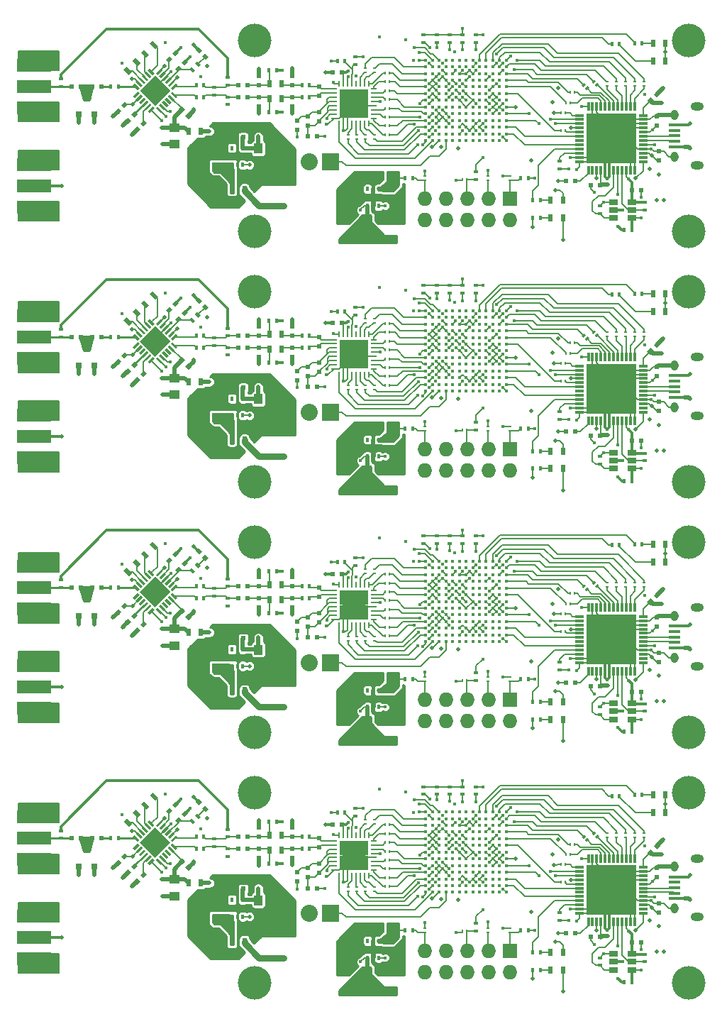
<source format=gbr>
G04 #@! TF.FileFunction,Copper,L1,Top,Signal*
%FSLAX46Y46*%
G04 Gerber Fmt 4.6, Leading zero omitted, Abs format (unit mm)*
G04 Created by KiCad (PCBNEW 4.0.4-stable) date Sun Dec  4 22:44:24 2016*
%MOMM*%
%LPD*%
G01*
G04 APERTURE LIST*
%ADD10C,0.050000*%
%ADD11C,0.450000*%
%ADD12R,0.600000X0.500000*%
%ADD13R,0.500000X0.600000*%
%ADD14R,0.400000X0.600000*%
%ADD15R,2.000000X0.900000*%
%ADD16R,0.430000X0.280000*%
%ADD17R,0.700000X0.250000*%
%ADD18R,0.250000X0.700000*%
%ADD19R,1.725000X1.725000*%
%ADD20R,0.280000X0.430000*%
%ADD21R,0.600000X0.400000*%
%ADD22C,4.000000*%
%ADD23R,0.500000X0.900000*%
%ADD24R,1.000000X1.250000*%
%ADD25R,2.032000X2.032000*%
%ADD26O,2.032000X2.032000*%
%ADD27R,1.250000X1.000000*%
%ADD28R,1.727200X1.727200*%
%ADD29O,1.727200X1.727200*%
%ADD30R,1.060000X0.650000*%
%ADD31R,1.350000X0.400000*%
%ADD32O,0.950000X1.250000*%
%ADD33O,1.550000X1.000000*%
%ADD34R,6.000000X6.000000*%
%ADD35R,1.000000X0.300000*%
%ADD36R,0.300000X1.000000*%
%ADD37O,0.400000X0.400000*%
%ADD38R,0.800100X0.800100*%
%ADD39R,4.064000X1.524000*%
%ADD40C,0.400000*%
%ADD41C,0.500000*%
%ADD42C,4.500000*%
%ADD43C,2.800000*%
%ADD44C,2.000000*%
%ADD45C,0.220000*%
%ADD46C,0.200000*%
%ADD47C,0.500000*%
%ADD48C,0.800000*%
%ADD49C,0.300000*%
%ADD50C,0.150000*%
%ADD51C,0.250000*%
%ADD52C,0.254000*%
G04 APERTURE END LIST*
D10*
D11*
X36700000Y-89950000D03*
X38300000Y-90400000D03*
X37500000Y-90750000D03*
X37500000Y-89950000D03*
X35900000Y-89950000D03*
X36700000Y-90750000D03*
X37500000Y-91550000D03*
X35900000Y-91550000D03*
X35900000Y-90750000D03*
X36700000Y-91550000D03*
X37500000Y-92350000D03*
X35900000Y-92350000D03*
X36700000Y-92350000D03*
X37500000Y-93150000D03*
X37450000Y-95150000D03*
X44000000Y-93100000D03*
X46400000Y-93100000D03*
X47200000Y-93100000D03*
X47200000Y-92300000D03*
X40650000Y-95950000D03*
X39850000Y-95950000D03*
D12*
X40800000Y-92950000D03*
X41900000Y-92950000D03*
D11*
X39050000Y-95150000D03*
X55500000Y-93350000D03*
X54300000Y-94950000D03*
X55100000Y-94150000D03*
X54300000Y-94150000D03*
X55100000Y-94950000D03*
X54700000Y-96550000D03*
X55100000Y-95750000D03*
X55900000Y-94950000D03*
X55900000Y-95750000D03*
X54300000Y-95750000D03*
X54700000Y-97350000D03*
X60600000Y-98000000D03*
X60600000Y-97200000D03*
X59800000Y-98000000D03*
X59800000Y-97200000D03*
X56300000Y-93350000D03*
D13*
X59750000Y-94450000D03*
X59750000Y-95550000D03*
D14*
X58300000Y-94500000D03*
X57000000Y-94500000D03*
X57650000Y-94500000D03*
X57000000Y-96500000D03*
X57650000Y-96500000D03*
X58300000Y-96500000D03*
D15*
X57700000Y-95500000D03*
D12*
X57100000Y-97950000D03*
X58200000Y-97950000D03*
D11*
X55900000Y-94150000D03*
X57100000Y-93350000D03*
D16*
X57800000Y-118455000D03*
X57800000Y-117945000D03*
X56750000Y-118455000D03*
X56750000Y-117945000D03*
X55700000Y-118455000D03*
X55700000Y-117945000D03*
X54650000Y-118455000D03*
X54650000Y-117945000D03*
D17*
X52950000Y-112450000D03*
X52950000Y-112950000D03*
X52950000Y-113450000D03*
X52950000Y-113950000D03*
X52950000Y-114450000D03*
X52950000Y-114950000D03*
X52950000Y-115450000D03*
X52950000Y-115950000D03*
D18*
X53600000Y-116600000D03*
X54100000Y-116600000D03*
X54600000Y-116600000D03*
X55100000Y-116600000D03*
X55600000Y-116600000D03*
X56100000Y-116600000D03*
X56600000Y-116600000D03*
X57100000Y-116600000D03*
D17*
X57750000Y-115950000D03*
X57750000Y-115450000D03*
X57750000Y-114950000D03*
X57750000Y-114450000D03*
X57750000Y-113950000D03*
X57750000Y-113450000D03*
X57750000Y-112950000D03*
X57750000Y-112450000D03*
D18*
X57100000Y-111800000D03*
X56600000Y-111800000D03*
X56100000Y-111800000D03*
X55600000Y-111800000D03*
X55100000Y-111800000D03*
X54600000Y-111800000D03*
X54100000Y-111800000D03*
X53600000Y-111800000D03*
D19*
X56212500Y-115062500D03*
X56212500Y-113337500D03*
X54487500Y-115062500D03*
X54487500Y-113337500D03*
D20*
X59605000Y-113700000D03*
X59095000Y-113700000D03*
X59605000Y-112650000D03*
X59095000Y-112650000D03*
X59600000Y-110550000D03*
X59090000Y-110550000D03*
X59600000Y-111600000D03*
X59090000Y-111600000D03*
D13*
X48000000Y-113400000D03*
X48000000Y-114500000D03*
X51200000Y-115200000D03*
X51200000Y-116300000D03*
X49900000Y-115700000D03*
X49900000Y-116800000D03*
X48600000Y-116200000D03*
X48600000Y-117300000D03*
D12*
X49900000Y-118100000D03*
X51000000Y-118100000D03*
D20*
X59605000Y-114750000D03*
X59095000Y-114750000D03*
X59605000Y-116850000D03*
X59095000Y-116850000D03*
X59605000Y-115800000D03*
X59095000Y-115800000D03*
X59605000Y-117900000D03*
X59095000Y-117900000D03*
D21*
X55550000Y-109500000D03*
X55550000Y-108600000D03*
D16*
X56750000Y-109945000D03*
X56750000Y-110455000D03*
X57800000Y-109945000D03*
X57800000Y-110455000D03*
D14*
X53400000Y-109100000D03*
X54300000Y-109100000D03*
D11*
X55500000Y-123250000D03*
X57100000Y-123250000D03*
X56300000Y-123250000D03*
X55900000Y-124850000D03*
X55900000Y-124050000D03*
X55100000Y-124050000D03*
X54300000Y-124050000D03*
X55100000Y-124850000D03*
X54300000Y-124850000D03*
X55100000Y-125650000D03*
X53900000Y-126450000D03*
X54700000Y-127250000D03*
X54700000Y-126450000D03*
X53900000Y-127250000D03*
X54300000Y-125650000D03*
X60600000Y-127100000D03*
X59800000Y-127100000D03*
X59800000Y-127900000D03*
X60600000Y-127900000D03*
D14*
X58300000Y-124400000D03*
X57000000Y-124400000D03*
X57650000Y-124400000D03*
X57000000Y-126400000D03*
X57650000Y-126400000D03*
X58300000Y-126400000D03*
D15*
X57700000Y-125400000D03*
D12*
X57100000Y-127850000D03*
X58200000Y-127850000D03*
D13*
X59750000Y-124350000D03*
X59750000Y-125450000D03*
D11*
X55900000Y-125650000D03*
D22*
X43550000Y-129400000D03*
D11*
X39850000Y-125850000D03*
X40650000Y-125850000D03*
D23*
X42300000Y-124450000D03*
X40800000Y-124450000D03*
D11*
X43950000Y-116950000D03*
X43150000Y-116950000D03*
X44750000Y-116950000D03*
D24*
X43950000Y-119550000D03*
X45950000Y-119550000D03*
D11*
X39950000Y-116950000D03*
X41550000Y-116950000D03*
X40750000Y-116950000D03*
X42350000Y-116950000D03*
D12*
X42150000Y-118150000D03*
X41050000Y-118150000D03*
X40800000Y-122850000D03*
X41900000Y-122850000D03*
D14*
X42100000Y-119500000D03*
X40800000Y-119500000D03*
X41450000Y-119500000D03*
X40800000Y-121500000D03*
X41450000Y-121500000D03*
X42100000Y-121500000D03*
D15*
X41500000Y-120500000D03*
D25*
X52550000Y-121100000D03*
D26*
X50010000Y-121100000D03*
D11*
X46400000Y-123000000D03*
X47200000Y-119800000D03*
X47200000Y-123000000D03*
X47200000Y-122200000D03*
X44000000Y-123000000D03*
X44800000Y-122200000D03*
X44000000Y-122200000D03*
X45600000Y-121400000D03*
X44000000Y-121400000D03*
X44800000Y-121400000D03*
X35900000Y-123050000D03*
X35900000Y-119850000D03*
X36700000Y-119050000D03*
X36700000Y-119850000D03*
X37500000Y-120650000D03*
X36700000Y-121450000D03*
X37500000Y-121450000D03*
X36700000Y-120650000D03*
X37500000Y-119850000D03*
X38250000Y-125050000D03*
X39050000Y-125050000D03*
X39050000Y-125850000D03*
X35900000Y-122250000D03*
X37450000Y-125050000D03*
D27*
X39000000Y-121750000D03*
X39000000Y-123750000D03*
D11*
X35900000Y-120650000D03*
X35900000Y-121450000D03*
X39900000Y-120300000D03*
X39900000Y-119500000D03*
X39900000Y-118700000D03*
X39100000Y-120300000D03*
X39100000Y-119500000D03*
X38300000Y-120300000D03*
X37500000Y-123050000D03*
X36700000Y-122250000D03*
X37500000Y-122250000D03*
X36700000Y-123050000D03*
X38300000Y-118700000D03*
X39100000Y-118700000D03*
X38300000Y-119500000D03*
X37500000Y-119050000D03*
D13*
X44000000Y-113400000D03*
X44000000Y-114500000D03*
D14*
X46100000Y-115200000D03*
X45200000Y-115200000D03*
D23*
X45250000Y-113600000D03*
X46750000Y-113600000D03*
X46750000Y-111800000D03*
X45250000Y-111800000D03*
D14*
X46100000Y-110200000D03*
X45200000Y-110200000D03*
D13*
X44000000Y-110900000D03*
X44000000Y-112000000D03*
D22*
X43550000Y-106700000D03*
D21*
X40300000Y-111100000D03*
X40300000Y-112000000D03*
X40300000Y-113400000D03*
X40300000Y-114300000D03*
D10*
G36*
X38027818Y-108624264D02*
X37674264Y-108977818D01*
X37250000Y-108553554D01*
X37603554Y-108200000D01*
X38027818Y-108624264D01*
X38027818Y-108624264D01*
G37*
G36*
X37250000Y-107846446D02*
X36896446Y-108200000D01*
X36472182Y-107775736D01*
X36825736Y-107422182D01*
X37250000Y-107846446D01*
X37250000Y-107846446D01*
G37*
D12*
X42700000Y-113400000D03*
X41600000Y-113400000D03*
X42700000Y-112000000D03*
X41600000Y-112000000D03*
D11*
X53900000Y-97350000D03*
D23*
X42300000Y-94550000D03*
X40800000Y-94550000D03*
D22*
X43550000Y-99500000D03*
D11*
X53900000Y-96550000D03*
D25*
X52550000Y-91200000D03*
D26*
X50010000Y-91200000D03*
D13*
X48000000Y-110900000D03*
X48000000Y-112000000D03*
D14*
X50050000Y-113400000D03*
X49150000Y-113400000D03*
D12*
X53925000Y-110500000D03*
X52825000Y-110500000D03*
D13*
X51200000Y-112150000D03*
X51200000Y-113250000D03*
D14*
X50050000Y-112000000D03*
X49150000Y-112000000D03*
D28*
X73980000Y-95660000D03*
D29*
X73980000Y-98200000D03*
X71440000Y-95660000D03*
X71440000Y-98200000D03*
X68900000Y-95660000D03*
X68900000Y-98200000D03*
X66360000Y-95660000D03*
X66360000Y-98200000D03*
X63820000Y-95660000D03*
X63820000Y-98200000D03*
D16*
X71400000Y-92945000D03*
X71400000Y-93455000D03*
D14*
X77600000Y-95850000D03*
X76700000Y-95850000D03*
X75250000Y-93200000D03*
X76150000Y-93200000D03*
X77600000Y-97950000D03*
X76700000Y-97950000D03*
D16*
X74000000Y-92945000D03*
X74000000Y-93455000D03*
D21*
X66800000Y-106000000D03*
X66800000Y-106900000D03*
X68350000Y-106000000D03*
X68350000Y-106900000D03*
X65250000Y-106900000D03*
X65250000Y-106000000D03*
X69900000Y-106000000D03*
X69900000Y-106900000D03*
X63700000Y-106000000D03*
X63700000Y-106900000D03*
D20*
X68345000Y-93325000D03*
X68855000Y-93325000D03*
D21*
X69950000Y-93325000D03*
X69950000Y-92425000D03*
D14*
X62350000Y-93200000D03*
X61450000Y-93200000D03*
D16*
X63800000Y-92945000D03*
X63800000Y-93455000D03*
D30*
X86350000Y-125950000D03*
X86350000Y-126900000D03*
X86350000Y-127850000D03*
X88550000Y-127850000D03*
X88550000Y-125950000D03*
X88550000Y-126900000D03*
D22*
X95300000Y-129400000D03*
D12*
X88550000Y-124550000D03*
X89650000Y-124550000D03*
D21*
X90100000Y-126000000D03*
X90100000Y-126900000D03*
D14*
X87650000Y-129300000D03*
X88550000Y-129300000D03*
D16*
X86700000Y-111545000D03*
X86700000Y-112055000D03*
X87800000Y-111545000D03*
X87800000Y-112055000D03*
X88900000Y-111545000D03*
X88900000Y-112055000D03*
D14*
X87050000Y-107100000D03*
X86150000Y-107100000D03*
D16*
X90000000Y-111545000D03*
X90000000Y-112055000D03*
D31*
X93650000Y-119350000D03*
X93650000Y-118700000D03*
X93650000Y-118050000D03*
X93650000Y-117400000D03*
X93650000Y-116750000D03*
D32*
X93650000Y-120550000D03*
X93650000Y-115550000D03*
D33*
X96350000Y-121550000D03*
X96350000Y-114550000D03*
D13*
X91750000Y-121000000D03*
X91750000Y-119900000D03*
X91500000Y-116800000D03*
X91500000Y-115700000D03*
D10*
G36*
X90725736Y-114227818D02*
X90372182Y-113874264D01*
X90796446Y-113450000D01*
X91150000Y-113803554D01*
X90725736Y-114227818D01*
X90725736Y-114227818D01*
G37*
G36*
X91503554Y-113450000D02*
X91150000Y-113096446D01*
X91574264Y-112672182D01*
X91927818Y-113025736D01*
X91503554Y-113450000D01*
X91503554Y-113450000D01*
G37*
D20*
X80045000Y-117400000D03*
X80555000Y-117400000D03*
X80645000Y-114100000D03*
X81155000Y-114100000D03*
D34*
X86100000Y-118350000D03*
D35*
X89900000Y-121100000D03*
X89900000Y-120600000D03*
X89900000Y-120100000D03*
X89900000Y-119600000D03*
X89900000Y-119100000D03*
X89900000Y-118600000D03*
X89900000Y-118100000D03*
X89900000Y-117600000D03*
X89900000Y-117100000D03*
X89900000Y-116600000D03*
X89900000Y-116100000D03*
X89900000Y-115600000D03*
D36*
X88850000Y-114550000D03*
X88350000Y-114550000D03*
X87850000Y-114550000D03*
X87350000Y-114550000D03*
X86850000Y-114550000D03*
X86350000Y-114550000D03*
X85850000Y-114550000D03*
X85350000Y-114550000D03*
X84850000Y-114550000D03*
X84350000Y-114550000D03*
X83850000Y-114550000D03*
X83350000Y-114550000D03*
D35*
X82300000Y-115600000D03*
X82300000Y-116100000D03*
X82300000Y-116600000D03*
X82300000Y-117100000D03*
X82300000Y-117600000D03*
X82300000Y-118100000D03*
X82300000Y-118600000D03*
X82300000Y-119100000D03*
X82300000Y-119600000D03*
X82300000Y-120100000D03*
X82300000Y-120600000D03*
X82300000Y-121100000D03*
D36*
X83350000Y-122150000D03*
X83850000Y-122150000D03*
X84350000Y-122150000D03*
X84850000Y-122150000D03*
X85350000Y-122150000D03*
X85850000Y-122150000D03*
X86350000Y-122150000D03*
X86850000Y-122150000D03*
X87350000Y-122150000D03*
X87850000Y-122150000D03*
X88350000Y-122150000D03*
X88850000Y-122150000D03*
D20*
X80045000Y-115300000D03*
X80555000Y-115300000D03*
D21*
X79950000Y-121050000D03*
X79950000Y-121950000D03*
D10*
G36*
X82568665Y-112022721D02*
X82872721Y-111718665D01*
X83070711Y-111916655D01*
X82766655Y-112220711D01*
X82568665Y-112022721D01*
X82568665Y-112022721D01*
G37*
G36*
X82929289Y-112383345D02*
X83233345Y-112079289D01*
X83431335Y-112277279D01*
X83127279Y-112581335D01*
X82929289Y-112383345D01*
X82929289Y-112383345D01*
G37*
D20*
X81200000Y-112850000D03*
X81710000Y-112850000D03*
D10*
G36*
X83768665Y-111622721D02*
X84072721Y-111318665D01*
X84270711Y-111516655D01*
X83966655Y-111820711D01*
X83768665Y-111622721D01*
X83768665Y-111622721D01*
G37*
G36*
X84129289Y-111983345D02*
X84433345Y-111679289D01*
X84631335Y-111877279D01*
X84327279Y-112181335D01*
X84129289Y-111983345D01*
X84129289Y-111983345D01*
G37*
D16*
X85600000Y-111545000D03*
X85600000Y-112055000D03*
D22*
X95300000Y-106700000D03*
D23*
X92550000Y-109100000D03*
X91050000Y-109100000D03*
D14*
X89750000Y-107000000D03*
X88850000Y-107000000D03*
D23*
X92550000Y-107000000D03*
X91050000Y-107000000D03*
X78800000Y-127850000D03*
X80300000Y-127850000D03*
X78800000Y-125750000D03*
X80300000Y-125750000D03*
D14*
X77600000Y-127850000D03*
X76700000Y-127850000D03*
X77600000Y-125750000D03*
X76700000Y-125750000D03*
D12*
X84750000Y-123900000D03*
X83650000Y-123900000D03*
X81800000Y-123450000D03*
X80700000Y-123450000D03*
D21*
X84700000Y-127300000D03*
X84700000Y-126400000D03*
D37*
X63950000Y-109000000D03*
X63950000Y-109800000D03*
X63950000Y-110600000D03*
X63950000Y-111400000D03*
X63950000Y-112200000D03*
X63950000Y-113000000D03*
X63950000Y-113800000D03*
X63950000Y-114600000D03*
X63950000Y-115400000D03*
X63950000Y-116200000D03*
X63950000Y-117000000D03*
X63950000Y-117800000D03*
X63950000Y-118600000D03*
X64750000Y-109000000D03*
X64750000Y-109800000D03*
X64750000Y-110600000D03*
X64750000Y-111400000D03*
X64750000Y-112200000D03*
X64750000Y-113000000D03*
X64750000Y-113800000D03*
X64750000Y-114600000D03*
X64750000Y-115400000D03*
X64750000Y-116200000D03*
X64750000Y-117000000D03*
X64750000Y-117800000D03*
X64750000Y-118600000D03*
X65550000Y-109000000D03*
X65550000Y-109800000D03*
X65550000Y-110600000D03*
X65550000Y-111400000D03*
X65550000Y-112200000D03*
X65550000Y-113000000D03*
X65550000Y-113800000D03*
X65550000Y-114600000D03*
X65550000Y-115400000D03*
X65550000Y-116200000D03*
X65550000Y-117000000D03*
X65550000Y-117800000D03*
X65550000Y-118600000D03*
X66350000Y-109000000D03*
X66350000Y-109800000D03*
X66350000Y-110600000D03*
X66350000Y-111400000D03*
X66350000Y-112200000D03*
X66350000Y-113000000D03*
X66350000Y-113800000D03*
X66350000Y-114600000D03*
X66350000Y-115400000D03*
X66350000Y-116200000D03*
X66350000Y-117000000D03*
X66350000Y-117800000D03*
X66350000Y-118600000D03*
X67150000Y-109000000D03*
X67150000Y-109800000D03*
X67150000Y-110600000D03*
X67150000Y-111400000D03*
X67150000Y-112200000D03*
X67150000Y-113000000D03*
X67150000Y-113800000D03*
X67150000Y-114600000D03*
X67150000Y-115400000D03*
X67150000Y-116200000D03*
X67150000Y-117000000D03*
X67150000Y-117800000D03*
X67150000Y-118600000D03*
X67950000Y-109000000D03*
X67950000Y-109800000D03*
X67950000Y-110600000D03*
X67950000Y-111400000D03*
X67950000Y-112200000D03*
X67950000Y-113000000D03*
X67950000Y-113800000D03*
X67950000Y-114600000D03*
X67950000Y-115400000D03*
X67950000Y-116200000D03*
X67950000Y-117000000D03*
X67950000Y-117800000D03*
X67950000Y-118600000D03*
X68750000Y-109000000D03*
X68750000Y-109800000D03*
X68750000Y-110600000D03*
X68750000Y-111400000D03*
X68750000Y-112200000D03*
X68750000Y-113000000D03*
X68750000Y-113800000D03*
X68750000Y-114600000D03*
X68750000Y-115400000D03*
X68750000Y-116200000D03*
X68750000Y-117000000D03*
X68750000Y-117800000D03*
X68750000Y-118600000D03*
X69550000Y-109000000D03*
X69550000Y-109800000D03*
X69550000Y-110600000D03*
X69550000Y-111400000D03*
X69550000Y-112200000D03*
X69550000Y-113000000D03*
X69550000Y-113800000D03*
X69550000Y-114600000D03*
X69550000Y-115400000D03*
X69550000Y-116200000D03*
X69550000Y-117000000D03*
X69550000Y-117800000D03*
X69550000Y-118600000D03*
X70350000Y-109000000D03*
X70350000Y-109800000D03*
X70350000Y-110600000D03*
X70350000Y-111400000D03*
X70350000Y-112200000D03*
X70350000Y-113000000D03*
X70350000Y-113800000D03*
X70350000Y-114600000D03*
X70350000Y-115400000D03*
X70350000Y-116200000D03*
X70350000Y-117000000D03*
X70350000Y-117800000D03*
X70350000Y-118600000D03*
X71150000Y-109000000D03*
X71150000Y-109800000D03*
X71150000Y-110600000D03*
X71150000Y-111400000D03*
X71150000Y-112200000D03*
X71150000Y-113000000D03*
X71150000Y-113800000D03*
X71150000Y-114600000D03*
X71150000Y-115400000D03*
X71150000Y-116200000D03*
X71150000Y-117000000D03*
X71150000Y-117800000D03*
X71150000Y-118600000D03*
X71950000Y-109000000D03*
X71950000Y-109800000D03*
X71950000Y-110600000D03*
X71950000Y-111400000D03*
X71950000Y-112200000D03*
X71950000Y-113000000D03*
X71950000Y-113800000D03*
X71950000Y-114600000D03*
X71950000Y-115400000D03*
X71950000Y-116200000D03*
X71950000Y-117000000D03*
X71950000Y-117800000D03*
X71950000Y-118600000D03*
X72750000Y-109000000D03*
X72750000Y-109800000D03*
X72750000Y-110600000D03*
X72750000Y-111400000D03*
X72750000Y-112200000D03*
X72750000Y-113000000D03*
X72750000Y-113800000D03*
X72750000Y-114600000D03*
X72750000Y-115400000D03*
X72750000Y-116200000D03*
X72750000Y-117000000D03*
X72750000Y-117800000D03*
X72750000Y-118600000D03*
X73550000Y-109000000D03*
X73550000Y-109800000D03*
X73550000Y-110600000D03*
X73550000Y-111400000D03*
X73550000Y-112200000D03*
X73550000Y-113000000D03*
X73550000Y-113800000D03*
X73550000Y-114600000D03*
X73550000Y-115400000D03*
X73550000Y-116200000D03*
X73550000Y-117000000D03*
X73550000Y-117800000D03*
X73550000Y-118600000D03*
D21*
X69950000Y-123225000D03*
X69950000Y-122325000D03*
D14*
X75250000Y-123100000D03*
X76150000Y-123100000D03*
D16*
X74000000Y-122845000D03*
X74000000Y-123355000D03*
X71400000Y-122845000D03*
X71400000Y-123355000D03*
D28*
X73980000Y-125560000D03*
D29*
X73980000Y-128100000D03*
X71440000Y-125560000D03*
X71440000Y-128100000D03*
X68900000Y-125560000D03*
X68900000Y-128100000D03*
X66360000Y-125560000D03*
X66360000Y-128100000D03*
X63820000Y-125560000D03*
X63820000Y-128100000D03*
D16*
X63800000Y-122845000D03*
X63800000Y-123355000D03*
D20*
X68345000Y-123225000D03*
X68855000Y-123225000D03*
D14*
X62350000Y-123100000D03*
X61450000Y-123100000D03*
D16*
X55700000Y-88555000D03*
X55700000Y-88045000D03*
X54650000Y-88555000D03*
X54650000Y-88045000D03*
X56750000Y-88555000D03*
X56750000Y-88045000D03*
D17*
X52950000Y-82550000D03*
X52950000Y-83050000D03*
X52950000Y-83550000D03*
X52950000Y-84050000D03*
X52950000Y-84550000D03*
X52950000Y-85050000D03*
X52950000Y-85550000D03*
X52950000Y-86050000D03*
D18*
X53600000Y-86700000D03*
X54100000Y-86700000D03*
X54600000Y-86700000D03*
X55100000Y-86700000D03*
X55600000Y-86700000D03*
X56100000Y-86700000D03*
X56600000Y-86700000D03*
X57100000Y-86700000D03*
D17*
X57750000Y-86050000D03*
X57750000Y-85550000D03*
X57750000Y-85050000D03*
X57750000Y-84550000D03*
X57750000Y-84050000D03*
X57750000Y-83550000D03*
X57750000Y-83050000D03*
X57750000Y-82550000D03*
D18*
X57100000Y-81900000D03*
X56600000Y-81900000D03*
X56100000Y-81900000D03*
X55600000Y-81900000D03*
X55100000Y-81900000D03*
X54600000Y-81900000D03*
X54100000Y-81900000D03*
X53600000Y-81900000D03*
D19*
X56212500Y-85162500D03*
X56212500Y-83437500D03*
X54487500Y-85162500D03*
X54487500Y-83437500D03*
D16*
X57800000Y-88555000D03*
X57800000Y-88045000D03*
D20*
X59600000Y-81700000D03*
X59090000Y-81700000D03*
X59605000Y-82750000D03*
X59095000Y-82750000D03*
D16*
X57800000Y-80045000D03*
X57800000Y-80555000D03*
D20*
X59600000Y-80650000D03*
X59090000Y-80650000D03*
X59605000Y-83800000D03*
X59095000Y-83800000D03*
X59605000Y-88000000D03*
X59095000Y-88000000D03*
X59605000Y-86950000D03*
X59095000Y-86950000D03*
X59605000Y-84850000D03*
X59095000Y-84850000D03*
X59605000Y-85900000D03*
X59095000Y-85900000D03*
D21*
X55550000Y-79600000D03*
X55550000Y-78700000D03*
D16*
X56750000Y-80045000D03*
X56750000Y-80555000D03*
D14*
X53400000Y-79200000D03*
X54300000Y-79200000D03*
D12*
X53925000Y-80600000D03*
X52825000Y-80600000D03*
D37*
X63950000Y-79100000D03*
X63950000Y-79900000D03*
X63950000Y-80700000D03*
X63950000Y-81500000D03*
X63950000Y-82300000D03*
X63950000Y-83100000D03*
X63950000Y-83900000D03*
X63950000Y-84700000D03*
X63950000Y-85500000D03*
X63950000Y-86300000D03*
X63950000Y-87100000D03*
X63950000Y-87900000D03*
X63950000Y-88700000D03*
X64750000Y-79100000D03*
X64750000Y-79900000D03*
X64750000Y-80700000D03*
X64750000Y-81500000D03*
X64750000Y-82300000D03*
X64750000Y-83100000D03*
X64750000Y-83900000D03*
X64750000Y-84700000D03*
X64750000Y-85500000D03*
X64750000Y-86300000D03*
X64750000Y-87100000D03*
X64750000Y-87900000D03*
X64750000Y-88700000D03*
X65550000Y-79100000D03*
X65550000Y-79900000D03*
X65550000Y-80700000D03*
X65550000Y-81500000D03*
X65550000Y-82300000D03*
X65550000Y-83100000D03*
X65550000Y-83900000D03*
X65550000Y-84700000D03*
X65550000Y-85500000D03*
X65550000Y-86300000D03*
X65550000Y-87100000D03*
X65550000Y-87900000D03*
X65550000Y-88700000D03*
X66350000Y-79100000D03*
X66350000Y-79900000D03*
X66350000Y-80700000D03*
X66350000Y-81500000D03*
X66350000Y-82300000D03*
X66350000Y-83100000D03*
X66350000Y-83900000D03*
X66350000Y-84700000D03*
X66350000Y-85500000D03*
X66350000Y-86300000D03*
X66350000Y-87100000D03*
X66350000Y-87900000D03*
X66350000Y-88700000D03*
X67150000Y-79100000D03*
X67150000Y-79900000D03*
X67150000Y-80700000D03*
X67150000Y-81500000D03*
X67150000Y-82300000D03*
X67150000Y-83100000D03*
X67150000Y-83900000D03*
X67150000Y-84700000D03*
X67150000Y-85500000D03*
X67150000Y-86300000D03*
X67150000Y-87100000D03*
X67150000Y-87900000D03*
X67150000Y-88700000D03*
X67950000Y-79100000D03*
X67950000Y-79900000D03*
X67950000Y-80700000D03*
X67950000Y-81500000D03*
X67950000Y-82300000D03*
X67950000Y-83100000D03*
X67950000Y-83900000D03*
X67950000Y-84700000D03*
X67950000Y-85500000D03*
X67950000Y-86300000D03*
X67950000Y-87100000D03*
X67950000Y-87900000D03*
X67950000Y-88700000D03*
X68750000Y-79100000D03*
X68750000Y-79900000D03*
X68750000Y-80700000D03*
X68750000Y-81500000D03*
X68750000Y-82300000D03*
X68750000Y-83100000D03*
X68750000Y-83900000D03*
X68750000Y-84700000D03*
X68750000Y-85500000D03*
X68750000Y-86300000D03*
X68750000Y-87100000D03*
X68750000Y-87900000D03*
X68750000Y-88700000D03*
X69550000Y-79100000D03*
X69550000Y-79900000D03*
X69550000Y-80700000D03*
X69550000Y-81500000D03*
X69550000Y-82300000D03*
X69550000Y-83100000D03*
X69550000Y-83900000D03*
X69550000Y-84700000D03*
X69550000Y-85500000D03*
X69550000Y-86300000D03*
X69550000Y-87100000D03*
X69550000Y-87900000D03*
X69550000Y-88700000D03*
X70350000Y-79100000D03*
X70350000Y-79900000D03*
X70350000Y-80700000D03*
X70350000Y-81500000D03*
X70350000Y-82300000D03*
X70350000Y-83100000D03*
X70350000Y-83900000D03*
X70350000Y-84700000D03*
X70350000Y-85500000D03*
X70350000Y-86300000D03*
X70350000Y-87100000D03*
X70350000Y-87900000D03*
X70350000Y-88700000D03*
X71150000Y-79100000D03*
X71150000Y-79900000D03*
X71150000Y-80700000D03*
X71150000Y-81500000D03*
X71150000Y-82300000D03*
X71150000Y-83100000D03*
X71150000Y-83900000D03*
X71150000Y-84700000D03*
X71150000Y-85500000D03*
X71150000Y-86300000D03*
X71150000Y-87100000D03*
X71150000Y-87900000D03*
X71150000Y-88700000D03*
X71950000Y-79100000D03*
X71950000Y-79900000D03*
X71950000Y-80700000D03*
X71950000Y-81500000D03*
X71950000Y-82300000D03*
X71950000Y-83100000D03*
X71950000Y-83900000D03*
X71950000Y-84700000D03*
X71950000Y-85500000D03*
X71950000Y-86300000D03*
X71950000Y-87100000D03*
X71950000Y-87900000D03*
X71950000Y-88700000D03*
X72750000Y-79100000D03*
X72750000Y-79900000D03*
X72750000Y-80700000D03*
X72750000Y-81500000D03*
X72750000Y-82300000D03*
X72750000Y-83100000D03*
X72750000Y-83900000D03*
X72750000Y-84700000D03*
X72750000Y-85500000D03*
X72750000Y-86300000D03*
X72750000Y-87100000D03*
X72750000Y-87900000D03*
X72750000Y-88700000D03*
X73550000Y-79100000D03*
X73550000Y-79900000D03*
X73550000Y-80700000D03*
X73550000Y-81500000D03*
X73550000Y-82300000D03*
X73550000Y-83100000D03*
X73550000Y-83900000D03*
X73550000Y-84700000D03*
X73550000Y-85500000D03*
X73550000Y-86300000D03*
X73550000Y-87100000D03*
X73550000Y-87900000D03*
X73550000Y-88700000D03*
D21*
X68350000Y-76100000D03*
X68350000Y-77000000D03*
X65250000Y-77000000D03*
X65250000Y-76100000D03*
X66800000Y-76100000D03*
X66800000Y-77000000D03*
X69900000Y-76100000D03*
X69900000Y-77000000D03*
X63700000Y-76100000D03*
X63700000Y-77000000D03*
D23*
X78800000Y-95850000D03*
X80300000Y-95850000D03*
X78800000Y-97950000D03*
X80300000Y-97950000D03*
D12*
X81800000Y-93550000D03*
X80700000Y-93550000D03*
D31*
X93650000Y-89450000D03*
X93650000Y-88800000D03*
X93650000Y-88150000D03*
X93650000Y-87500000D03*
X93650000Y-86850000D03*
D32*
X93650000Y-90650000D03*
X93650000Y-85650000D03*
D33*
X96350000Y-91650000D03*
X96350000Y-84650000D03*
D13*
X91500000Y-86900000D03*
X91500000Y-85800000D03*
D10*
G36*
X90725736Y-84327818D02*
X90372182Y-83974264D01*
X90796446Y-83550000D01*
X91150000Y-83903554D01*
X90725736Y-84327818D01*
X90725736Y-84327818D01*
G37*
G36*
X91503554Y-83550000D02*
X91150000Y-83196446D01*
X91574264Y-82772182D01*
X91927818Y-83125736D01*
X91503554Y-83550000D01*
X91503554Y-83550000D01*
G37*
D13*
X91750000Y-91100000D03*
X91750000Y-90000000D03*
D12*
X84750000Y-94000000D03*
X83650000Y-94000000D03*
D21*
X84700000Y-97400000D03*
X84700000Y-96500000D03*
D12*
X88550000Y-94650000D03*
X89650000Y-94650000D03*
D14*
X87650000Y-99400000D03*
X88550000Y-99400000D03*
D22*
X95300000Y-99500000D03*
D30*
X86350000Y-96050000D03*
X86350000Y-97000000D03*
X86350000Y-97950000D03*
X88550000Y-97950000D03*
X88550000Y-96050000D03*
X88550000Y-97000000D03*
D21*
X90100000Y-96100000D03*
X90100000Y-97000000D03*
D23*
X92550000Y-79200000D03*
X91050000Y-79200000D03*
D22*
X95300000Y-76800000D03*
D14*
X89750000Y-77100000D03*
X88850000Y-77100000D03*
D23*
X92550000Y-77100000D03*
X91050000Y-77100000D03*
D10*
G36*
X83768665Y-81722721D02*
X84072721Y-81418665D01*
X84270711Y-81616655D01*
X83966655Y-81920711D01*
X83768665Y-81722721D01*
X83768665Y-81722721D01*
G37*
G36*
X84129289Y-82083345D02*
X84433345Y-81779289D01*
X84631335Y-81977279D01*
X84327279Y-82281335D01*
X84129289Y-82083345D01*
X84129289Y-82083345D01*
G37*
D14*
X87050000Y-77200000D03*
X86150000Y-77200000D03*
D16*
X85600000Y-81645000D03*
X85600000Y-82155000D03*
X86700000Y-81645000D03*
X86700000Y-82155000D03*
D20*
X81200000Y-82950000D03*
X81710000Y-82950000D03*
X80645000Y-84200000D03*
X81155000Y-84200000D03*
X80045000Y-85400000D03*
X80555000Y-85400000D03*
X80045000Y-87500000D03*
X80555000Y-87500000D03*
D21*
X79950000Y-91150000D03*
X79950000Y-92050000D03*
D16*
X90000000Y-81645000D03*
X90000000Y-82155000D03*
D34*
X86100000Y-88450000D03*
D35*
X89900000Y-91200000D03*
X89900000Y-90700000D03*
X89900000Y-90200000D03*
X89900000Y-89700000D03*
X89900000Y-89200000D03*
X89900000Y-88700000D03*
X89900000Y-88200000D03*
X89900000Y-87700000D03*
X89900000Y-87200000D03*
X89900000Y-86700000D03*
X89900000Y-86200000D03*
X89900000Y-85700000D03*
D36*
X88850000Y-84650000D03*
X88350000Y-84650000D03*
X87850000Y-84650000D03*
X87350000Y-84650000D03*
X86850000Y-84650000D03*
X86350000Y-84650000D03*
X85850000Y-84650000D03*
X85350000Y-84650000D03*
X84850000Y-84650000D03*
X84350000Y-84650000D03*
X83850000Y-84650000D03*
X83350000Y-84650000D03*
D35*
X82300000Y-85700000D03*
X82300000Y-86200000D03*
X82300000Y-86700000D03*
X82300000Y-87200000D03*
X82300000Y-87700000D03*
X82300000Y-88200000D03*
X82300000Y-88700000D03*
X82300000Y-89200000D03*
X82300000Y-89700000D03*
X82300000Y-90200000D03*
X82300000Y-90700000D03*
X82300000Y-91200000D03*
D36*
X83350000Y-92250000D03*
X83850000Y-92250000D03*
X84350000Y-92250000D03*
X84850000Y-92250000D03*
X85350000Y-92250000D03*
X85850000Y-92250000D03*
X86350000Y-92250000D03*
X86850000Y-92250000D03*
X87350000Y-92250000D03*
X87850000Y-92250000D03*
X88350000Y-92250000D03*
X88850000Y-92250000D03*
D10*
G36*
X82568665Y-82122721D02*
X82872721Y-81818665D01*
X83070711Y-82016655D01*
X82766655Y-82320711D01*
X82568665Y-82122721D01*
X82568665Y-82122721D01*
G37*
G36*
X82929289Y-82483345D02*
X83233345Y-82179289D01*
X83431335Y-82377279D01*
X83127279Y-82681335D01*
X82929289Y-82483345D01*
X82929289Y-82483345D01*
G37*
D16*
X88900000Y-81645000D03*
X88900000Y-82155000D03*
X87800000Y-81645000D03*
X87800000Y-82155000D03*
D11*
X38300000Y-88800000D03*
X38300000Y-89600000D03*
X36700000Y-89150000D03*
X37500000Y-89150000D03*
X39100000Y-88800000D03*
X39900000Y-88800000D03*
X40750000Y-87050000D03*
X39950000Y-87050000D03*
D21*
X40300000Y-83500000D03*
X40300000Y-84400000D03*
D10*
G36*
X38027818Y-78724264D02*
X37674264Y-79077818D01*
X37250000Y-78653554D01*
X37603554Y-78300000D01*
X38027818Y-78724264D01*
X38027818Y-78724264D01*
G37*
G36*
X37250000Y-77946446D02*
X36896446Y-78300000D01*
X36472182Y-77875736D01*
X36825736Y-77522182D01*
X37250000Y-77946446D01*
X37250000Y-77946446D01*
G37*
D21*
X38650000Y-83250000D03*
X38650000Y-82350000D03*
X40300000Y-81200000D03*
X40300000Y-82100000D03*
D10*
G36*
X36152513Y-80571751D02*
X35728249Y-80147487D01*
X36011091Y-79864645D01*
X36435355Y-80288909D01*
X36152513Y-80571751D01*
X36152513Y-80571751D01*
G37*
G36*
X36788909Y-79935355D02*
X36364645Y-79511091D01*
X36647487Y-79228249D01*
X37071751Y-79652513D01*
X36788909Y-79935355D01*
X36788909Y-79935355D01*
G37*
D14*
X37450000Y-82100000D03*
X36550000Y-82100000D03*
D10*
G36*
X29288909Y-78824695D02*
X29925305Y-79461091D01*
X29571751Y-79814645D01*
X28935355Y-79178249D01*
X29288909Y-78824695D01*
X29288909Y-78824695D01*
G37*
G36*
X28228249Y-79885355D02*
X28864645Y-80521751D01*
X28511091Y-80875305D01*
X27874695Y-80238909D01*
X28228249Y-79885355D01*
X28228249Y-79885355D01*
G37*
G36*
X29174264Y-85172182D02*
X29527818Y-85525736D01*
X29103554Y-85950000D01*
X28750000Y-85596446D01*
X29174264Y-85172182D01*
X29174264Y-85172182D01*
G37*
G36*
X28396446Y-85950000D02*
X28750000Y-86303554D01*
X28325736Y-86727818D01*
X27972182Y-86374264D01*
X28396446Y-85950000D01*
X28396446Y-85950000D01*
G37*
G36*
X30274264Y-86222182D02*
X30627818Y-86575736D01*
X30203554Y-87000000D01*
X29850000Y-86646446D01*
X30274264Y-86222182D01*
X30274264Y-86222182D01*
G37*
G36*
X29496446Y-87000000D02*
X29850000Y-87353554D01*
X29425736Y-87777818D01*
X29072182Y-87424264D01*
X29496446Y-87000000D01*
X29496446Y-87000000D01*
G37*
G36*
X34375736Y-80477818D02*
X34022182Y-80124264D01*
X34446446Y-79700000D01*
X34800000Y-80053554D01*
X34375736Y-80477818D01*
X34375736Y-80477818D01*
G37*
G36*
X35153554Y-79700000D02*
X34800000Y-79346446D01*
X35224264Y-78922182D01*
X35577818Y-79275736D01*
X35153554Y-79700000D01*
X35153554Y-79700000D01*
G37*
G36*
X31338909Y-76774695D02*
X31975305Y-77411091D01*
X31621751Y-77764645D01*
X30985355Y-77128249D01*
X31338909Y-76774695D01*
X31338909Y-76774695D01*
G37*
G36*
X30278249Y-77835355D02*
X30914645Y-78471751D01*
X30561091Y-78825305D01*
X29924695Y-78188909D01*
X30278249Y-77835355D01*
X30278249Y-77835355D01*
G37*
G36*
X33264645Y-79388909D02*
X32911091Y-79035355D01*
X33335355Y-78611091D01*
X33688909Y-78964645D01*
X33264645Y-79388909D01*
X33264645Y-79388909D01*
G37*
G36*
X34042463Y-78611091D02*
X33688909Y-78257537D01*
X34113173Y-77833273D01*
X34466727Y-78186827D01*
X34042463Y-78611091D01*
X34042463Y-78611091D01*
G37*
G36*
X29180062Y-83656586D02*
X28967930Y-83444454D01*
X29568970Y-82843414D01*
X29781102Y-83055546D01*
X29180062Y-83656586D01*
X29180062Y-83656586D01*
G37*
G36*
X29533616Y-84010139D02*
X29321484Y-83798007D01*
X29922524Y-83196967D01*
X30134656Y-83409099D01*
X29533616Y-84010139D01*
X29533616Y-84010139D01*
G37*
G36*
X29887169Y-84363693D02*
X29675037Y-84151561D01*
X30276077Y-83550521D01*
X30488209Y-83762653D01*
X29887169Y-84363693D01*
X29887169Y-84363693D01*
G37*
G36*
X30240722Y-84717246D02*
X30028590Y-84505114D01*
X30629630Y-83904074D01*
X30841762Y-84116206D01*
X30240722Y-84717246D01*
X30240722Y-84717246D01*
G37*
G36*
X30594276Y-85070799D02*
X30382144Y-84858667D01*
X30983184Y-84257627D01*
X31195316Y-84469759D01*
X30594276Y-85070799D01*
X30594276Y-85070799D01*
G37*
G36*
X30947829Y-85424353D02*
X30735697Y-85212221D01*
X31336737Y-84611181D01*
X31548869Y-84823313D01*
X30947829Y-85424353D01*
X30947829Y-85424353D01*
G37*
G36*
X32538819Y-85212221D02*
X32326687Y-85424353D01*
X31725647Y-84823313D01*
X31937779Y-84611181D01*
X32538819Y-85212221D01*
X32538819Y-85212221D01*
G37*
G36*
X32892372Y-84858667D02*
X32680240Y-85070799D01*
X32079200Y-84469759D01*
X32291332Y-84257627D01*
X32892372Y-84858667D01*
X32892372Y-84858667D01*
G37*
G36*
X33245926Y-84505114D02*
X33033794Y-84717246D01*
X32432754Y-84116206D01*
X32644886Y-83904074D01*
X33245926Y-84505114D01*
X33245926Y-84505114D01*
G37*
G36*
X33599479Y-84151561D02*
X33387347Y-84363693D01*
X32786307Y-83762653D01*
X32998439Y-83550521D01*
X33599479Y-84151561D01*
X33599479Y-84151561D01*
G37*
G36*
X33953032Y-83798007D02*
X33740900Y-84010139D01*
X33139860Y-83409099D01*
X33351992Y-83196967D01*
X33953032Y-83798007D01*
X33953032Y-83798007D01*
G37*
G36*
X34306586Y-83444454D02*
X34094454Y-83656586D01*
X33493414Y-83055546D01*
X33705546Y-82843414D01*
X34306586Y-83444454D01*
X34306586Y-83444454D01*
G37*
G36*
X33705546Y-82666636D02*
X33493414Y-82454504D01*
X34094454Y-81853464D01*
X34306586Y-82065596D01*
X33705546Y-82666636D01*
X33705546Y-82666636D01*
G37*
G36*
X33351992Y-82313083D02*
X33139860Y-82100951D01*
X33740900Y-81499911D01*
X33953032Y-81712043D01*
X33351992Y-82313083D01*
X33351992Y-82313083D01*
G37*
G36*
X32998439Y-81959529D02*
X32786307Y-81747397D01*
X33387347Y-81146357D01*
X33599479Y-81358489D01*
X32998439Y-81959529D01*
X32998439Y-81959529D01*
G37*
G36*
X32644886Y-81605976D02*
X32432754Y-81393844D01*
X33033794Y-80792804D01*
X33245926Y-81004936D01*
X32644886Y-81605976D01*
X32644886Y-81605976D01*
G37*
G36*
X32291332Y-81252423D02*
X32079200Y-81040291D01*
X32680240Y-80439251D01*
X32892372Y-80651383D01*
X32291332Y-81252423D01*
X32291332Y-81252423D01*
G37*
G36*
X31937779Y-80898869D02*
X31725647Y-80686737D01*
X32326687Y-80085697D01*
X32538819Y-80297829D01*
X31937779Y-80898869D01*
X31937779Y-80898869D01*
G37*
G36*
X31548869Y-80686737D02*
X31336737Y-80898869D01*
X30735697Y-80297829D01*
X30947829Y-80085697D01*
X31548869Y-80686737D01*
X31548869Y-80686737D01*
G37*
G36*
X31195316Y-81040291D02*
X30983184Y-81252423D01*
X30382144Y-80651383D01*
X30594276Y-80439251D01*
X31195316Y-81040291D01*
X31195316Y-81040291D01*
G37*
G36*
X30841762Y-81393844D02*
X30629630Y-81605976D01*
X30028590Y-81004936D01*
X30240722Y-80792804D01*
X30841762Y-81393844D01*
X30841762Y-81393844D01*
G37*
G36*
X30488209Y-81747397D02*
X30276077Y-81959529D01*
X29675037Y-81358489D01*
X29887169Y-81146357D01*
X30488209Y-81747397D01*
X30488209Y-81747397D01*
G37*
G36*
X30134656Y-82100951D02*
X29922524Y-82313083D01*
X29321484Y-81712043D01*
X29533616Y-81499911D01*
X30134656Y-82100951D01*
X30134656Y-82100951D01*
G37*
G36*
X29781102Y-82454504D02*
X29568970Y-82666636D01*
X28967930Y-82065596D01*
X29180062Y-81853464D01*
X29781102Y-82454504D01*
X29781102Y-82454504D01*
G37*
G36*
X31637258Y-84593503D02*
X29798780Y-82755025D01*
X31637258Y-80916547D01*
X33475736Y-82755025D01*
X31637258Y-84593503D01*
X31637258Y-84593503D01*
G37*
G36*
X34472182Y-84925736D02*
X34825736Y-84572182D01*
X35250000Y-84996446D01*
X34896446Y-85350000D01*
X34472182Y-84925736D01*
X34472182Y-84925736D01*
G37*
G36*
X35250000Y-85703554D02*
X35603554Y-85350000D01*
X36027818Y-85774264D01*
X35674264Y-86127818D01*
X35250000Y-85703554D01*
X35250000Y-85703554D01*
G37*
D23*
X37100000Y-87600000D03*
X35600000Y-87600000D03*
D27*
X33900000Y-87150000D03*
X33900000Y-89150000D03*
D14*
X37450000Y-83500000D03*
X36550000Y-83500000D03*
D12*
X42150000Y-88250000D03*
X41050000Y-88250000D03*
D14*
X42100000Y-89600000D03*
X40800000Y-89600000D03*
X41450000Y-89600000D03*
X40800000Y-91600000D03*
X41450000Y-91600000D03*
X42100000Y-91600000D03*
D15*
X41500000Y-90600000D03*
D11*
X39100000Y-89600000D03*
X39900000Y-89600000D03*
X39100000Y-90400000D03*
X39900000Y-90400000D03*
X45600000Y-91500000D03*
X47200000Y-89900000D03*
D24*
X43950000Y-89650000D03*
X45950000Y-89650000D03*
D11*
X44000000Y-91500000D03*
X44800000Y-91500000D03*
X44800000Y-92300000D03*
X44000000Y-92300000D03*
D12*
X42700000Y-82100000D03*
X41600000Y-82100000D03*
D14*
X46100000Y-80300000D03*
X45200000Y-80300000D03*
D13*
X48000000Y-81000000D03*
X48000000Y-82100000D03*
D23*
X46750000Y-81900000D03*
X45250000Y-81900000D03*
D13*
X44000000Y-81000000D03*
X44000000Y-82100000D03*
D22*
X43550000Y-76800000D03*
D13*
X48000000Y-83500000D03*
X48000000Y-84600000D03*
D14*
X50050000Y-82100000D03*
X49150000Y-82100000D03*
D13*
X51200000Y-82250000D03*
X51200000Y-83350000D03*
D14*
X50050000Y-83500000D03*
X49150000Y-83500000D03*
D12*
X49900000Y-88200000D03*
X51000000Y-88200000D03*
D13*
X51200000Y-85300000D03*
X51200000Y-86400000D03*
X49900000Y-85800000D03*
X49900000Y-86900000D03*
X48600000Y-86300000D03*
X48600000Y-87400000D03*
D11*
X44750000Y-87050000D03*
D14*
X46100000Y-85300000D03*
X45200000Y-85300000D03*
D11*
X43950000Y-87050000D03*
D23*
X45250000Y-83700000D03*
X46750000Y-83700000D03*
D13*
X44000000Y-83500000D03*
X44000000Y-84600000D03*
D12*
X42700000Y-83500000D03*
X41600000Y-83500000D03*
D11*
X43150000Y-87050000D03*
X42350000Y-87050000D03*
X41550000Y-87050000D03*
X39050000Y-95950000D03*
X38250000Y-95950000D03*
X38250000Y-95150000D03*
D27*
X39000000Y-91850000D03*
X39000000Y-93850000D03*
D11*
X35900000Y-93150000D03*
X36700000Y-93150000D03*
X38250000Y-125850000D03*
D10*
G36*
X30274264Y-116122182D02*
X30627818Y-116475736D01*
X30203554Y-116900000D01*
X29850000Y-116546446D01*
X30274264Y-116122182D01*
X30274264Y-116122182D01*
G37*
G36*
X29496446Y-116900000D02*
X29850000Y-117253554D01*
X29425736Y-117677818D01*
X29072182Y-117324264D01*
X29496446Y-116900000D01*
X29496446Y-116900000D01*
G37*
G36*
X29180062Y-113556586D02*
X28967930Y-113344454D01*
X29568970Y-112743414D01*
X29781102Y-112955546D01*
X29180062Y-113556586D01*
X29180062Y-113556586D01*
G37*
G36*
X29533616Y-113910139D02*
X29321484Y-113698007D01*
X29922524Y-113096967D01*
X30134656Y-113309099D01*
X29533616Y-113910139D01*
X29533616Y-113910139D01*
G37*
G36*
X29887169Y-114263693D02*
X29675037Y-114051561D01*
X30276077Y-113450521D01*
X30488209Y-113662653D01*
X29887169Y-114263693D01*
X29887169Y-114263693D01*
G37*
G36*
X30240722Y-114617246D02*
X30028590Y-114405114D01*
X30629630Y-113804074D01*
X30841762Y-114016206D01*
X30240722Y-114617246D01*
X30240722Y-114617246D01*
G37*
G36*
X30594276Y-114970799D02*
X30382144Y-114758667D01*
X30983184Y-114157627D01*
X31195316Y-114369759D01*
X30594276Y-114970799D01*
X30594276Y-114970799D01*
G37*
G36*
X30947829Y-115324353D02*
X30735697Y-115112221D01*
X31336737Y-114511181D01*
X31548869Y-114723313D01*
X30947829Y-115324353D01*
X30947829Y-115324353D01*
G37*
G36*
X32538819Y-115112221D02*
X32326687Y-115324353D01*
X31725647Y-114723313D01*
X31937779Y-114511181D01*
X32538819Y-115112221D01*
X32538819Y-115112221D01*
G37*
G36*
X32892372Y-114758667D02*
X32680240Y-114970799D01*
X32079200Y-114369759D01*
X32291332Y-114157627D01*
X32892372Y-114758667D01*
X32892372Y-114758667D01*
G37*
G36*
X33245926Y-114405114D02*
X33033794Y-114617246D01*
X32432754Y-114016206D01*
X32644886Y-113804074D01*
X33245926Y-114405114D01*
X33245926Y-114405114D01*
G37*
G36*
X33599479Y-114051561D02*
X33387347Y-114263693D01*
X32786307Y-113662653D01*
X32998439Y-113450521D01*
X33599479Y-114051561D01*
X33599479Y-114051561D01*
G37*
G36*
X33953032Y-113698007D02*
X33740900Y-113910139D01*
X33139860Y-113309099D01*
X33351992Y-113096967D01*
X33953032Y-113698007D01*
X33953032Y-113698007D01*
G37*
G36*
X34306586Y-113344454D02*
X34094454Y-113556586D01*
X33493414Y-112955546D01*
X33705546Y-112743414D01*
X34306586Y-113344454D01*
X34306586Y-113344454D01*
G37*
G36*
X33705546Y-112566636D02*
X33493414Y-112354504D01*
X34094454Y-111753464D01*
X34306586Y-111965596D01*
X33705546Y-112566636D01*
X33705546Y-112566636D01*
G37*
G36*
X33351992Y-112213083D02*
X33139860Y-112000951D01*
X33740900Y-111399911D01*
X33953032Y-111612043D01*
X33351992Y-112213083D01*
X33351992Y-112213083D01*
G37*
G36*
X32998439Y-111859529D02*
X32786307Y-111647397D01*
X33387347Y-111046357D01*
X33599479Y-111258489D01*
X32998439Y-111859529D01*
X32998439Y-111859529D01*
G37*
G36*
X32644886Y-111505976D02*
X32432754Y-111293844D01*
X33033794Y-110692804D01*
X33245926Y-110904936D01*
X32644886Y-111505976D01*
X32644886Y-111505976D01*
G37*
G36*
X32291332Y-111152423D02*
X32079200Y-110940291D01*
X32680240Y-110339251D01*
X32892372Y-110551383D01*
X32291332Y-111152423D01*
X32291332Y-111152423D01*
G37*
G36*
X31937779Y-110798869D02*
X31725647Y-110586737D01*
X32326687Y-109985697D01*
X32538819Y-110197829D01*
X31937779Y-110798869D01*
X31937779Y-110798869D01*
G37*
G36*
X31548869Y-110586737D02*
X31336737Y-110798869D01*
X30735697Y-110197829D01*
X30947829Y-109985697D01*
X31548869Y-110586737D01*
X31548869Y-110586737D01*
G37*
G36*
X31195316Y-110940291D02*
X30983184Y-111152423D01*
X30382144Y-110551383D01*
X30594276Y-110339251D01*
X31195316Y-110940291D01*
X31195316Y-110940291D01*
G37*
G36*
X30841762Y-111293844D02*
X30629630Y-111505976D01*
X30028590Y-110904936D01*
X30240722Y-110692804D01*
X30841762Y-111293844D01*
X30841762Y-111293844D01*
G37*
G36*
X30488209Y-111647397D02*
X30276077Y-111859529D01*
X29675037Y-111258489D01*
X29887169Y-111046357D01*
X30488209Y-111647397D01*
X30488209Y-111647397D01*
G37*
G36*
X30134656Y-112000951D02*
X29922524Y-112213083D01*
X29321484Y-111612043D01*
X29533616Y-111399911D01*
X30134656Y-112000951D01*
X30134656Y-112000951D01*
G37*
G36*
X29781102Y-112354504D02*
X29568970Y-112566636D01*
X28967930Y-111965596D01*
X29180062Y-111753464D01*
X29781102Y-112354504D01*
X29781102Y-112354504D01*
G37*
G36*
X31637258Y-114493503D02*
X29798780Y-112655025D01*
X31637258Y-110816547D01*
X33475736Y-112655025D01*
X31637258Y-114493503D01*
X31637258Y-114493503D01*
G37*
G36*
X29174264Y-115072182D02*
X29527818Y-115425736D01*
X29103554Y-115850000D01*
X28750000Y-115496446D01*
X29174264Y-115072182D01*
X29174264Y-115072182D01*
G37*
G36*
X28396446Y-115850000D02*
X28750000Y-116203554D01*
X28325736Y-116627818D01*
X27972182Y-116274264D01*
X28396446Y-115850000D01*
X28396446Y-115850000D01*
G37*
G36*
X28024264Y-113922182D02*
X28377818Y-114275736D01*
X27953554Y-114700000D01*
X27600000Y-114346446D01*
X28024264Y-113922182D01*
X28024264Y-113922182D01*
G37*
G36*
X27246446Y-114700000D02*
X27600000Y-115053554D01*
X27175736Y-115477818D01*
X26822182Y-115124264D01*
X27246446Y-114700000D01*
X27246446Y-114700000D01*
G37*
D27*
X33900000Y-117050000D03*
X33900000Y-119050000D03*
D10*
G36*
X31338909Y-106674695D02*
X31975305Y-107311091D01*
X31621751Y-107664645D01*
X30985355Y-107028249D01*
X31338909Y-106674695D01*
X31338909Y-106674695D01*
G37*
G36*
X30278249Y-107735355D02*
X30914645Y-108371751D01*
X30561091Y-108725305D01*
X29924695Y-108088909D01*
X30278249Y-107735355D01*
X30278249Y-107735355D01*
G37*
G36*
X33264645Y-109288909D02*
X32911091Y-108935355D01*
X33335355Y-108511091D01*
X33688909Y-108864645D01*
X33264645Y-109288909D01*
X33264645Y-109288909D01*
G37*
G36*
X34042463Y-108511091D02*
X33688909Y-108157537D01*
X34113173Y-107733273D01*
X34466727Y-108086827D01*
X34042463Y-108511091D01*
X34042463Y-108511091D01*
G37*
G36*
X34375736Y-110377818D02*
X34022182Y-110024264D01*
X34446446Y-109600000D01*
X34800000Y-109953554D01*
X34375736Y-110377818D01*
X34375736Y-110377818D01*
G37*
G36*
X35153554Y-109600000D02*
X34800000Y-109246446D01*
X35224264Y-108822182D01*
X35577818Y-109175736D01*
X35153554Y-109600000D01*
X35153554Y-109600000D01*
G37*
G36*
X36152513Y-110471751D02*
X35728249Y-110047487D01*
X36011091Y-109764645D01*
X36435355Y-110188909D01*
X36152513Y-110471751D01*
X36152513Y-110471751D01*
G37*
G36*
X36788909Y-109835355D02*
X36364645Y-109411091D01*
X36647487Y-109128249D01*
X37071751Y-109552513D01*
X36788909Y-109835355D01*
X36788909Y-109835355D01*
G37*
G36*
X29288909Y-108724695D02*
X29925305Y-109361091D01*
X29571751Y-109714645D01*
X28935355Y-109078249D01*
X29288909Y-108724695D01*
X29288909Y-108724695D01*
G37*
G36*
X28228249Y-109785355D02*
X28864645Y-110421751D01*
X28511091Y-110775305D01*
X27874695Y-110138909D01*
X28228249Y-109785355D01*
X28228249Y-109785355D01*
G37*
D12*
X25200000Y-112150000D03*
X24100000Y-112150000D03*
D14*
X26350000Y-112150000D03*
X27250000Y-112150000D03*
D12*
X22750000Y-112150000D03*
X21650000Y-112150000D03*
D38*
X22500000Y-115500760D03*
X24400000Y-115500760D03*
X23450000Y-113501780D03*
D23*
X37100000Y-117500000D03*
X35600000Y-117500000D03*
D14*
X37450000Y-113400000D03*
X36550000Y-113400000D03*
D21*
X38650000Y-113150000D03*
X38650000Y-112250000D03*
D14*
X37450000Y-112000000D03*
X36550000Y-112000000D03*
D10*
G36*
X34472182Y-114825736D02*
X34825736Y-114472182D01*
X35250000Y-114896446D01*
X34896446Y-115250000D01*
X34472182Y-114825736D01*
X34472182Y-114825736D01*
G37*
G36*
X35250000Y-115603554D02*
X35603554Y-115250000D01*
X36027818Y-115674264D01*
X35674264Y-116027818D01*
X35250000Y-115603554D01*
X35250000Y-115603554D01*
G37*
D11*
X18250000Y-127800000D03*
X17450000Y-127800000D03*
X16650000Y-127800000D03*
X15850000Y-127800000D03*
X19850000Y-121700000D03*
X19050000Y-120100000D03*
X19850000Y-120900000D03*
X19850000Y-120100000D03*
X18250000Y-115950000D03*
X19850000Y-115950000D03*
X15850000Y-115950000D03*
X17450000Y-115950000D03*
X19050000Y-115950000D03*
X16650000Y-115950000D03*
D39*
X17200000Y-124000000D03*
X17200000Y-121460000D03*
X17200000Y-126540000D03*
D11*
X17450000Y-120100000D03*
X15850000Y-120100000D03*
X16650000Y-120100000D03*
X18250000Y-120100000D03*
X19850000Y-126200000D03*
X19850000Y-127000000D03*
X19050000Y-127800000D03*
X19850000Y-127800000D03*
X16650000Y-108250000D03*
X17450000Y-108250000D03*
X15850000Y-108250000D03*
X18250000Y-108250000D03*
X19850000Y-97100000D03*
X19850000Y-96300000D03*
X19050000Y-97900000D03*
X19850000Y-97900000D03*
X19850000Y-109850000D03*
X19850000Y-115150000D03*
X19850000Y-114350000D03*
D39*
X17200000Y-112150000D03*
X17200000Y-109610000D03*
X17200000Y-114690000D03*
D11*
X16650000Y-97900000D03*
X17450000Y-97900000D03*
X18250000Y-97900000D03*
X15850000Y-97900000D03*
D39*
X17200000Y-94100000D03*
X17200000Y-91560000D03*
X17200000Y-96640000D03*
D11*
X19850000Y-108250000D03*
D21*
X20400000Y-112150000D03*
X20400000Y-111250000D03*
D11*
X19050000Y-108250000D03*
X19850000Y-109050000D03*
X19850000Y-91000000D03*
X19850000Y-91800000D03*
D38*
X22500000Y-85600760D03*
X24400000Y-85600760D03*
X23450000Y-83601780D03*
D10*
G36*
X28024264Y-84022182D02*
X28377818Y-84375736D01*
X27953554Y-84800000D01*
X27600000Y-84446446D01*
X28024264Y-84022182D01*
X28024264Y-84022182D01*
G37*
G36*
X27246446Y-84800000D02*
X27600000Y-85153554D01*
X27175736Y-85577818D01*
X26822182Y-85224264D01*
X27246446Y-84800000D01*
X27246446Y-84800000D01*
G37*
D21*
X20400000Y-82250000D03*
X20400000Y-81350000D03*
D12*
X22750000Y-82250000D03*
X21650000Y-82250000D03*
D14*
X26350000Y-82250000D03*
X27250000Y-82250000D03*
D12*
X25200000Y-82250000D03*
X24100000Y-82250000D03*
D11*
X19850000Y-85250000D03*
X19850000Y-86050000D03*
X19850000Y-84450000D03*
X19050000Y-86050000D03*
X17450000Y-86050000D03*
X15850000Y-86050000D03*
X18250000Y-86050000D03*
D39*
X17200000Y-82250000D03*
X17200000Y-79710000D03*
X17200000Y-84790000D03*
D11*
X16650000Y-86050000D03*
X16650000Y-90200000D03*
X15850000Y-90200000D03*
X18250000Y-90200000D03*
X19050000Y-90200000D03*
X19850000Y-90200000D03*
X17450000Y-90200000D03*
X18250000Y-78350000D03*
X17450000Y-78350000D03*
X16650000Y-78350000D03*
X15850000Y-78350000D03*
X19050000Y-78350000D03*
X19850000Y-78350000D03*
X19850000Y-79950000D03*
X19850000Y-79150000D03*
D16*
X56750000Y-50145000D03*
X56750000Y-50655000D03*
D14*
X53400000Y-49300000D03*
X54300000Y-49300000D03*
D12*
X53925000Y-50700000D03*
X52825000Y-50700000D03*
D21*
X55550000Y-49700000D03*
X55550000Y-48800000D03*
D20*
X59605000Y-58100000D03*
X59095000Y-58100000D03*
X59605000Y-54950000D03*
X59095000Y-54950000D03*
X59605000Y-57050000D03*
X59095000Y-57050000D03*
X59605000Y-56000000D03*
X59095000Y-56000000D03*
X59605000Y-53900000D03*
X59095000Y-53900000D03*
X59605000Y-52850000D03*
X59095000Y-52850000D03*
X59600000Y-50750000D03*
X59090000Y-50750000D03*
X59600000Y-51800000D03*
X59090000Y-51800000D03*
D16*
X57800000Y-50145000D03*
X57800000Y-50655000D03*
X57800000Y-58655000D03*
X57800000Y-58145000D03*
X55700000Y-58655000D03*
X55700000Y-58145000D03*
X54650000Y-58655000D03*
X54650000Y-58145000D03*
X56750000Y-58655000D03*
X56750000Y-58145000D03*
D17*
X52950000Y-52650000D03*
X52950000Y-53150000D03*
X52950000Y-53650000D03*
X52950000Y-54150000D03*
X52950000Y-54650000D03*
X52950000Y-55150000D03*
X52950000Y-55650000D03*
X52950000Y-56150000D03*
D18*
X53600000Y-56800000D03*
X54100000Y-56800000D03*
X54600000Y-56800000D03*
X55100000Y-56800000D03*
X55600000Y-56800000D03*
X56100000Y-56800000D03*
X56600000Y-56800000D03*
X57100000Y-56800000D03*
D17*
X57750000Y-56150000D03*
X57750000Y-55650000D03*
X57750000Y-55150000D03*
X57750000Y-54650000D03*
X57750000Y-54150000D03*
X57750000Y-53650000D03*
X57750000Y-53150000D03*
X57750000Y-52650000D03*
D18*
X57100000Y-52000000D03*
X56600000Y-52000000D03*
X56100000Y-52000000D03*
X55600000Y-52000000D03*
X55100000Y-52000000D03*
X54600000Y-52000000D03*
X54100000Y-52000000D03*
X53600000Y-52000000D03*
D19*
X56212500Y-55262500D03*
X56212500Y-53537500D03*
X54487500Y-55262500D03*
X54487500Y-53537500D03*
D13*
X48000000Y-51100000D03*
X48000000Y-52200000D03*
D14*
X50050000Y-52200000D03*
X49150000Y-52200000D03*
D13*
X48000000Y-53600000D03*
X48000000Y-54700000D03*
X51200000Y-52350000D03*
X51200000Y-53450000D03*
D14*
X50050000Y-53600000D03*
X49150000Y-53600000D03*
D12*
X49900000Y-58300000D03*
X51000000Y-58300000D03*
D13*
X49900000Y-55900000D03*
X49900000Y-57000000D03*
X51200000Y-55400000D03*
X51200000Y-56500000D03*
X48600000Y-56400000D03*
X48600000Y-57500000D03*
D14*
X89750000Y-47200000D03*
X88850000Y-47200000D03*
D23*
X92550000Y-47200000D03*
X91050000Y-47200000D03*
D22*
X95300000Y-46900000D03*
D23*
X92550000Y-49300000D03*
X91050000Y-49300000D03*
X78800000Y-68050000D03*
X80300000Y-68050000D03*
D21*
X79950000Y-61250000D03*
X79950000Y-62150000D03*
D12*
X81800000Y-63650000D03*
X80700000Y-63650000D03*
D23*
X78800000Y-65950000D03*
X80300000Y-65950000D03*
D14*
X87050000Y-47300000D03*
X86150000Y-47300000D03*
D16*
X87800000Y-51745000D03*
X87800000Y-52255000D03*
X88900000Y-51745000D03*
X88900000Y-52255000D03*
X86700000Y-51745000D03*
X86700000Y-52255000D03*
X90000000Y-51745000D03*
X90000000Y-52255000D03*
D10*
G36*
X83768665Y-51822721D02*
X84072721Y-51518665D01*
X84270711Y-51716655D01*
X83966655Y-52020711D01*
X83768665Y-51822721D01*
X83768665Y-51822721D01*
G37*
G36*
X84129289Y-52183345D02*
X84433345Y-51879289D01*
X84631335Y-52077279D01*
X84327279Y-52381335D01*
X84129289Y-52183345D01*
X84129289Y-52183345D01*
G37*
D16*
X85600000Y-51745000D03*
X85600000Y-52255000D03*
D20*
X80645000Y-54300000D03*
X81155000Y-54300000D03*
X81200000Y-53050000D03*
X81710000Y-53050000D03*
X80045000Y-57600000D03*
X80555000Y-57600000D03*
X80045000Y-55500000D03*
X80555000Y-55500000D03*
D22*
X95300000Y-69600000D03*
D21*
X90100000Y-66200000D03*
X90100000Y-67100000D03*
D14*
X87650000Y-69500000D03*
X88550000Y-69500000D03*
D21*
X84700000Y-67500000D03*
X84700000Y-66600000D03*
D12*
X88550000Y-64750000D03*
X89650000Y-64750000D03*
D30*
X86350000Y-66150000D03*
X86350000Y-67100000D03*
X86350000Y-68050000D03*
X88550000Y-68050000D03*
X88550000Y-66150000D03*
X88550000Y-67100000D03*
D12*
X84750000Y-64100000D03*
X83650000Y-64100000D03*
D31*
X93650000Y-59550000D03*
X93650000Y-58900000D03*
X93650000Y-58250000D03*
X93650000Y-57600000D03*
X93650000Y-56950000D03*
D32*
X93650000Y-60750000D03*
X93650000Y-55750000D03*
D33*
X96350000Y-61750000D03*
X96350000Y-54750000D03*
D10*
G36*
X82568665Y-52222721D02*
X82872721Y-51918665D01*
X83070711Y-52116655D01*
X82766655Y-52420711D01*
X82568665Y-52222721D01*
X82568665Y-52222721D01*
G37*
G36*
X82929289Y-52583345D02*
X83233345Y-52279289D01*
X83431335Y-52477279D01*
X83127279Y-52781335D01*
X82929289Y-52583345D01*
X82929289Y-52583345D01*
G37*
D13*
X91750000Y-61200000D03*
X91750000Y-60100000D03*
X91500000Y-57000000D03*
X91500000Y-55900000D03*
D10*
G36*
X90725736Y-54427818D02*
X90372182Y-54074264D01*
X90796446Y-53650000D01*
X91150000Y-54003554D01*
X90725736Y-54427818D01*
X90725736Y-54427818D01*
G37*
G36*
X91503554Y-53650000D02*
X91150000Y-53296446D01*
X91574264Y-52872182D01*
X91927818Y-53225736D01*
X91503554Y-53650000D01*
X91503554Y-53650000D01*
G37*
D34*
X86100000Y-58550000D03*
D35*
X89900000Y-61300000D03*
X89900000Y-60800000D03*
X89900000Y-60300000D03*
X89900000Y-59800000D03*
X89900000Y-59300000D03*
X89900000Y-58800000D03*
X89900000Y-58300000D03*
X89900000Y-57800000D03*
X89900000Y-57300000D03*
X89900000Y-56800000D03*
X89900000Y-56300000D03*
X89900000Y-55800000D03*
D36*
X88850000Y-54750000D03*
X88350000Y-54750000D03*
X87850000Y-54750000D03*
X87350000Y-54750000D03*
X86850000Y-54750000D03*
X86350000Y-54750000D03*
X85850000Y-54750000D03*
X85350000Y-54750000D03*
X84850000Y-54750000D03*
X84350000Y-54750000D03*
X83850000Y-54750000D03*
X83350000Y-54750000D03*
D35*
X82300000Y-55800000D03*
X82300000Y-56300000D03*
X82300000Y-56800000D03*
X82300000Y-57300000D03*
X82300000Y-57800000D03*
X82300000Y-58300000D03*
X82300000Y-58800000D03*
X82300000Y-59300000D03*
X82300000Y-59800000D03*
X82300000Y-60300000D03*
X82300000Y-60800000D03*
X82300000Y-61300000D03*
D36*
X83350000Y-62350000D03*
X83850000Y-62350000D03*
X84350000Y-62350000D03*
X84850000Y-62350000D03*
X85350000Y-62350000D03*
X85850000Y-62350000D03*
X86350000Y-62350000D03*
X86850000Y-62350000D03*
X87350000Y-62350000D03*
X87850000Y-62350000D03*
X88350000Y-62350000D03*
X88850000Y-62350000D03*
D21*
X65250000Y-47100000D03*
X65250000Y-46200000D03*
X66800000Y-46200000D03*
X66800000Y-47100000D03*
X69900000Y-46200000D03*
X69900000Y-47100000D03*
X68350000Y-46200000D03*
X68350000Y-47100000D03*
D37*
X63950000Y-49200000D03*
X63950000Y-50000000D03*
X63950000Y-50800000D03*
X63950000Y-51600000D03*
X63950000Y-52400000D03*
X63950000Y-53200000D03*
X63950000Y-54000000D03*
X63950000Y-54800000D03*
X63950000Y-55600000D03*
X63950000Y-56400000D03*
X63950000Y-57200000D03*
X63950000Y-58000000D03*
X63950000Y-58800000D03*
X64750000Y-49200000D03*
X64750000Y-50000000D03*
X64750000Y-50800000D03*
X64750000Y-51600000D03*
X64750000Y-52400000D03*
X64750000Y-53200000D03*
X64750000Y-54000000D03*
X64750000Y-54800000D03*
X64750000Y-55600000D03*
X64750000Y-56400000D03*
X64750000Y-57200000D03*
X64750000Y-58000000D03*
X64750000Y-58800000D03*
X65550000Y-49200000D03*
X65550000Y-50000000D03*
X65550000Y-50800000D03*
X65550000Y-51600000D03*
X65550000Y-52400000D03*
X65550000Y-53200000D03*
X65550000Y-54000000D03*
X65550000Y-54800000D03*
X65550000Y-55600000D03*
X65550000Y-56400000D03*
X65550000Y-57200000D03*
X65550000Y-58000000D03*
X65550000Y-58800000D03*
X66350000Y-49200000D03*
X66350000Y-50000000D03*
X66350000Y-50800000D03*
X66350000Y-51600000D03*
X66350000Y-52400000D03*
X66350000Y-53200000D03*
X66350000Y-54000000D03*
X66350000Y-54800000D03*
X66350000Y-55600000D03*
X66350000Y-56400000D03*
X66350000Y-57200000D03*
X66350000Y-58000000D03*
X66350000Y-58800000D03*
X67150000Y-49200000D03*
X67150000Y-50000000D03*
X67150000Y-50800000D03*
X67150000Y-51600000D03*
X67150000Y-52400000D03*
X67150000Y-53200000D03*
X67150000Y-54000000D03*
X67150000Y-54800000D03*
X67150000Y-55600000D03*
X67150000Y-56400000D03*
X67150000Y-57200000D03*
X67150000Y-58000000D03*
X67150000Y-58800000D03*
X67950000Y-49200000D03*
X67950000Y-50000000D03*
X67950000Y-50800000D03*
X67950000Y-51600000D03*
X67950000Y-52400000D03*
X67950000Y-53200000D03*
X67950000Y-54000000D03*
X67950000Y-54800000D03*
X67950000Y-55600000D03*
X67950000Y-56400000D03*
X67950000Y-57200000D03*
X67950000Y-58000000D03*
X67950000Y-58800000D03*
X68750000Y-49200000D03*
X68750000Y-50000000D03*
X68750000Y-50800000D03*
X68750000Y-51600000D03*
X68750000Y-52400000D03*
X68750000Y-53200000D03*
X68750000Y-54000000D03*
X68750000Y-54800000D03*
X68750000Y-55600000D03*
X68750000Y-56400000D03*
X68750000Y-57200000D03*
X68750000Y-58000000D03*
X68750000Y-58800000D03*
X69550000Y-49200000D03*
X69550000Y-50000000D03*
X69550000Y-50800000D03*
X69550000Y-51600000D03*
X69550000Y-52400000D03*
X69550000Y-53200000D03*
X69550000Y-54000000D03*
X69550000Y-54800000D03*
X69550000Y-55600000D03*
X69550000Y-56400000D03*
X69550000Y-57200000D03*
X69550000Y-58000000D03*
X69550000Y-58800000D03*
X70350000Y-49200000D03*
X70350000Y-50000000D03*
X70350000Y-50800000D03*
X70350000Y-51600000D03*
X70350000Y-52400000D03*
X70350000Y-53200000D03*
X70350000Y-54000000D03*
X70350000Y-54800000D03*
X70350000Y-55600000D03*
X70350000Y-56400000D03*
X70350000Y-57200000D03*
X70350000Y-58000000D03*
X70350000Y-58800000D03*
X71150000Y-49200000D03*
X71150000Y-50000000D03*
X71150000Y-50800000D03*
X71150000Y-51600000D03*
X71150000Y-52400000D03*
X71150000Y-53200000D03*
X71150000Y-54000000D03*
X71150000Y-54800000D03*
X71150000Y-55600000D03*
X71150000Y-56400000D03*
X71150000Y-57200000D03*
X71150000Y-58000000D03*
X71150000Y-58800000D03*
X71950000Y-49200000D03*
X71950000Y-50000000D03*
X71950000Y-50800000D03*
X71950000Y-51600000D03*
X71950000Y-52400000D03*
X71950000Y-53200000D03*
X71950000Y-54000000D03*
X71950000Y-54800000D03*
X71950000Y-55600000D03*
X71950000Y-56400000D03*
X71950000Y-57200000D03*
X71950000Y-58000000D03*
X71950000Y-58800000D03*
X72750000Y-49200000D03*
X72750000Y-50000000D03*
X72750000Y-50800000D03*
X72750000Y-51600000D03*
X72750000Y-52400000D03*
X72750000Y-53200000D03*
X72750000Y-54000000D03*
X72750000Y-54800000D03*
X72750000Y-55600000D03*
X72750000Y-56400000D03*
X72750000Y-57200000D03*
X72750000Y-58000000D03*
X72750000Y-58800000D03*
X73550000Y-49200000D03*
X73550000Y-50000000D03*
X73550000Y-50800000D03*
X73550000Y-51600000D03*
X73550000Y-52400000D03*
X73550000Y-53200000D03*
X73550000Y-54000000D03*
X73550000Y-54800000D03*
X73550000Y-55600000D03*
X73550000Y-56400000D03*
X73550000Y-57200000D03*
X73550000Y-58000000D03*
X73550000Y-58800000D03*
D21*
X63700000Y-46200000D03*
X63700000Y-47100000D03*
D11*
X60600000Y-67300000D03*
X59800000Y-67300000D03*
X59800000Y-68100000D03*
X60600000Y-68100000D03*
D14*
X62350000Y-63300000D03*
X61450000Y-63300000D03*
D21*
X69950000Y-63425000D03*
X69950000Y-62525000D03*
D16*
X63800000Y-63045000D03*
X63800000Y-63555000D03*
D20*
X68345000Y-63425000D03*
X68855000Y-63425000D03*
D14*
X75250000Y-63300000D03*
X76150000Y-63300000D03*
X77600000Y-65950000D03*
X76700000Y-65950000D03*
X77600000Y-68050000D03*
X76700000Y-68050000D03*
D16*
X74000000Y-63045000D03*
X74000000Y-63555000D03*
D28*
X73980000Y-65760000D03*
D29*
X73980000Y-68300000D03*
X71440000Y-65760000D03*
X71440000Y-68300000D03*
X68900000Y-65760000D03*
X68900000Y-68300000D03*
X66360000Y-65760000D03*
X66360000Y-68300000D03*
X63820000Y-65760000D03*
X63820000Y-68300000D03*
D16*
X71400000Y-63045000D03*
X71400000Y-63555000D03*
D11*
X54300000Y-64250000D03*
X54300000Y-65050000D03*
X55100000Y-64250000D03*
X55100000Y-65050000D03*
X55500000Y-63450000D03*
X55900000Y-64250000D03*
X54300000Y-65850000D03*
X55900000Y-65850000D03*
X55100000Y-65850000D03*
X55900000Y-65050000D03*
D12*
X57100000Y-68050000D03*
X58200000Y-68050000D03*
D14*
X58300000Y-64600000D03*
X57000000Y-64600000D03*
X57650000Y-64600000D03*
X57000000Y-66600000D03*
X57650000Y-66600000D03*
X58300000Y-66600000D03*
D15*
X57700000Y-65600000D03*
D11*
X56300000Y-63450000D03*
X57100000Y-63450000D03*
D13*
X59750000Y-64550000D03*
X59750000Y-65650000D03*
D11*
X53900000Y-66650000D03*
D25*
X52550000Y-61300000D03*
D26*
X50010000Y-61300000D03*
D11*
X54700000Y-66650000D03*
X54700000Y-67450000D03*
X53900000Y-67450000D03*
X40650000Y-66050000D03*
X39850000Y-66050000D03*
X39050000Y-66050000D03*
X35900000Y-62450000D03*
X36700000Y-62450000D03*
X36700000Y-63250000D03*
X35900000Y-63250000D03*
X39050000Y-65250000D03*
X38250000Y-66050000D03*
X37500000Y-63250000D03*
X38250000Y-65250000D03*
X37450000Y-65250000D03*
X38300000Y-60500000D03*
X37500000Y-61650000D03*
D27*
X39000000Y-61950000D03*
X39000000Y-63950000D03*
D12*
X40800000Y-63050000D03*
X41900000Y-63050000D03*
D11*
X37500000Y-62450000D03*
D22*
X43550000Y-69600000D03*
D11*
X47200000Y-60000000D03*
X47200000Y-62400000D03*
D23*
X42300000Y-64650000D03*
X40800000Y-64650000D03*
D11*
X47200000Y-63200000D03*
X46400000Y-63200000D03*
X45600000Y-61600000D03*
D24*
X43950000Y-59750000D03*
X45950000Y-59750000D03*
D11*
X44000000Y-63200000D03*
X43150000Y-57150000D03*
X44750000Y-57150000D03*
X43950000Y-57150000D03*
X42350000Y-57150000D03*
X41550000Y-57150000D03*
X39950000Y-57150000D03*
X40750000Y-57150000D03*
X39100000Y-60500000D03*
X39100000Y-59700000D03*
X39100000Y-58900000D03*
X39900000Y-58900000D03*
D12*
X42150000Y-58350000D03*
X41050000Y-58350000D03*
D14*
X42100000Y-59700000D03*
X40800000Y-59700000D03*
X41450000Y-59700000D03*
X40800000Y-61700000D03*
X41450000Y-61700000D03*
X42100000Y-61700000D03*
D15*
X41500000Y-60700000D03*
D11*
X39900000Y-59700000D03*
X39900000Y-60500000D03*
X44800000Y-62400000D03*
X44000000Y-62400000D03*
X44800000Y-61600000D03*
X44000000Y-61600000D03*
D13*
X44000000Y-51100000D03*
X44000000Y-52200000D03*
D22*
X43550000Y-46900000D03*
D23*
X46750000Y-52000000D03*
X45250000Y-52000000D03*
D14*
X46100000Y-50400000D03*
X45200000Y-50400000D03*
D10*
G36*
X36152513Y-50671751D02*
X35728249Y-50247487D01*
X36011091Y-49964645D01*
X36435355Y-50388909D01*
X36152513Y-50671751D01*
X36152513Y-50671751D01*
G37*
G36*
X36788909Y-50035355D02*
X36364645Y-49611091D01*
X36647487Y-49328249D01*
X37071751Y-49752513D01*
X36788909Y-50035355D01*
X36788909Y-50035355D01*
G37*
D14*
X37450000Y-52200000D03*
X36550000Y-52200000D03*
D10*
G36*
X38027818Y-48824264D02*
X37674264Y-49177818D01*
X37250000Y-48753554D01*
X37603554Y-48400000D01*
X38027818Y-48824264D01*
X38027818Y-48824264D01*
G37*
G36*
X37250000Y-48046446D02*
X36896446Y-48400000D01*
X36472182Y-47975736D01*
X36825736Y-47622182D01*
X37250000Y-48046446D01*
X37250000Y-48046446D01*
G37*
D21*
X38650000Y-53350000D03*
X38650000Y-52450000D03*
D14*
X37450000Y-53600000D03*
X36550000Y-53600000D03*
D11*
X35900000Y-60850000D03*
X36700000Y-60850000D03*
X36700000Y-61650000D03*
X35900000Y-61650000D03*
X37500000Y-60850000D03*
X37500000Y-59250000D03*
X37500000Y-60050000D03*
X38300000Y-58900000D03*
X38300000Y-59700000D03*
X36700000Y-60050000D03*
X35900000Y-60050000D03*
D23*
X37100000Y-57700000D03*
X35600000Y-57700000D03*
D27*
X33900000Y-57250000D03*
X33900000Y-59250000D03*
D11*
X36700000Y-59250000D03*
D13*
X44000000Y-53600000D03*
X44000000Y-54700000D03*
D23*
X45250000Y-53800000D03*
X46750000Y-53800000D03*
D14*
X46100000Y-55400000D03*
X45200000Y-55400000D03*
D21*
X40300000Y-53600000D03*
X40300000Y-54500000D03*
D12*
X42700000Y-53600000D03*
X41600000Y-53600000D03*
X42700000Y-52200000D03*
X41600000Y-52200000D03*
D21*
X40300000Y-51300000D03*
X40300000Y-52200000D03*
D10*
G36*
X34375736Y-50577818D02*
X34022182Y-50224264D01*
X34446446Y-49800000D01*
X34800000Y-50153554D01*
X34375736Y-50577818D01*
X34375736Y-50577818D01*
G37*
G36*
X35153554Y-49800000D02*
X34800000Y-49446446D01*
X35224264Y-49022182D01*
X35577818Y-49375736D01*
X35153554Y-49800000D01*
X35153554Y-49800000D01*
G37*
G36*
X29180062Y-53756586D02*
X28967930Y-53544454D01*
X29568970Y-52943414D01*
X29781102Y-53155546D01*
X29180062Y-53756586D01*
X29180062Y-53756586D01*
G37*
G36*
X29533616Y-54110139D02*
X29321484Y-53898007D01*
X29922524Y-53296967D01*
X30134656Y-53509099D01*
X29533616Y-54110139D01*
X29533616Y-54110139D01*
G37*
G36*
X29887169Y-54463693D02*
X29675037Y-54251561D01*
X30276077Y-53650521D01*
X30488209Y-53862653D01*
X29887169Y-54463693D01*
X29887169Y-54463693D01*
G37*
G36*
X30240722Y-54817246D02*
X30028590Y-54605114D01*
X30629630Y-54004074D01*
X30841762Y-54216206D01*
X30240722Y-54817246D01*
X30240722Y-54817246D01*
G37*
G36*
X30594276Y-55170799D02*
X30382144Y-54958667D01*
X30983184Y-54357627D01*
X31195316Y-54569759D01*
X30594276Y-55170799D01*
X30594276Y-55170799D01*
G37*
G36*
X30947829Y-55524353D02*
X30735697Y-55312221D01*
X31336737Y-54711181D01*
X31548869Y-54923313D01*
X30947829Y-55524353D01*
X30947829Y-55524353D01*
G37*
G36*
X32538819Y-55312221D02*
X32326687Y-55524353D01*
X31725647Y-54923313D01*
X31937779Y-54711181D01*
X32538819Y-55312221D01*
X32538819Y-55312221D01*
G37*
G36*
X32892372Y-54958667D02*
X32680240Y-55170799D01*
X32079200Y-54569759D01*
X32291332Y-54357627D01*
X32892372Y-54958667D01*
X32892372Y-54958667D01*
G37*
G36*
X33245926Y-54605114D02*
X33033794Y-54817246D01*
X32432754Y-54216206D01*
X32644886Y-54004074D01*
X33245926Y-54605114D01*
X33245926Y-54605114D01*
G37*
G36*
X33599479Y-54251561D02*
X33387347Y-54463693D01*
X32786307Y-53862653D01*
X32998439Y-53650521D01*
X33599479Y-54251561D01*
X33599479Y-54251561D01*
G37*
G36*
X33953032Y-53898007D02*
X33740900Y-54110139D01*
X33139860Y-53509099D01*
X33351992Y-53296967D01*
X33953032Y-53898007D01*
X33953032Y-53898007D01*
G37*
G36*
X34306586Y-53544454D02*
X34094454Y-53756586D01*
X33493414Y-53155546D01*
X33705546Y-52943414D01*
X34306586Y-53544454D01*
X34306586Y-53544454D01*
G37*
G36*
X33705546Y-52766636D02*
X33493414Y-52554504D01*
X34094454Y-51953464D01*
X34306586Y-52165596D01*
X33705546Y-52766636D01*
X33705546Y-52766636D01*
G37*
G36*
X33351992Y-52413083D02*
X33139860Y-52200951D01*
X33740900Y-51599911D01*
X33953032Y-51812043D01*
X33351992Y-52413083D01*
X33351992Y-52413083D01*
G37*
G36*
X32998439Y-52059529D02*
X32786307Y-51847397D01*
X33387347Y-51246357D01*
X33599479Y-51458489D01*
X32998439Y-52059529D01*
X32998439Y-52059529D01*
G37*
G36*
X32644886Y-51705976D02*
X32432754Y-51493844D01*
X33033794Y-50892804D01*
X33245926Y-51104936D01*
X32644886Y-51705976D01*
X32644886Y-51705976D01*
G37*
G36*
X32291332Y-51352423D02*
X32079200Y-51140291D01*
X32680240Y-50539251D01*
X32892372Y-50751383D01*
X32291332Y-51352423D01*
X32291332Y-51352423D01*
G37*
G36*
X31937779Y-50998869D02*
X31725647Y-50786737D01*
X32326687Y-50185697D01*
X32538819Y-50397829D01*
X31937779Y-50998869D01*
X31937779Y-50998869D01*
G37*
G36*
X31548869Y-50786737D02*
X31336737Y-50998869D01*
X30735697Y-50397829D01*
X30947829Y-50185697D01*
X31548869Y-50786737D01*
X31548869Y-50786737D01*
G37*
G36*
X31195316Y-51140291D02*
X30983184Y-51352423D01*
X30382144Y-50751383D01*
X30594276Y-50539251D01*
X31195316Y-51140291D01*
X31195316Y-51140291D01*
G37*
G36*
X30841762Y-51493844D02*
X30629630Y-51705976D01*
X30028590Y-51104936D01*
X30240722Y-50892804D01*
X30841762Y-51493844D01*
X30841762Y-51493844D01*
G37*
G36*
X30488209Y-51847397D02*
X30276077Y-52059529D01*
X29675037Y-51458489D01*
X29887169Y-51246357D01*
X30488209Y-51847397D01*
X30488209Y-51847397D01*
G37*
G36*
X30134656Y-52200951D02*
X29922524Y-52413083D01*
X29321484Y-51812043D01*
X29533616Y-51599911D01*
X30134656Y-52200951D01*
X30134656Y-52200951D01*
G37*
G36*
X29781102Y-52554504D02*
X29568970Y-52766636D01*
X28967930Y-52165596D01*
X29180062Y-51953464D01*
X29781102Y-52554504D01*
X29781102Y-52554504D01*
G37*
G36*
X31637258Y-54693503D02*
X29798780Y-52855025D01*
X31637258Y-51016547D01*
X33475736Y-52855025D01*
X31637258Y-54693503D01*
X31637258Y-54693503D01*
G37*
G36*
X34472182Y-55025736D02*
X34825736Y-54672182D01*
X35250000Y-55096446D01*
X34896446Y-55450000D01*
X34472182Y-55025736D01*
X34472182Y-55025736D01*
G37*
G36*
X35250000Y-55803554D02*
X35603554Y-55450000D01*
X36027818Y-55874264D01*
X35674264Y-56227818D01*
X35250000Y-55803554D01*
X35250000Y-55803554D01*
G37*
G36*
X31338909Y-46874695D02*
X31975305Y-47511091D01*
X31621751Y-47864645D01*
X30985355Y-47228249D01*
X31338909Y-46874695D01*
X31338909Y-46874695D01*
G37*
G36*
X30278249Y-47935355D02*
X30914645Y-48571751D01*
X30561091Y-48925305D01*
X29924695Y-48288909D01*
X30278249Y-47935355D01*
X30278249Y-47935355D01*
G37*
G36*
X29288909Y-48924695D02*
X29925305Y-49561091D01*
X29571751Y-49914645D01*
X28935355Y-49278249D01*
X29288909Y-48924695D01*
X29288909Y-48924695D01*
G37*
G36*
X28228249Y-49985355D02*
X28864645Y-50621751D01*
X28511091Y-50975305D01*
X27874695Y-50338909D01*
X28228249Y-49985355D01*
X28228249Y-49985355D01*
G37*
G36*
X33264645Y-49488909D02*
X32911091Y-49135355D01*
X33335355Y-48711091D01*
X33688909Y-49064645D01*
X33264645Y-49488909D01*
X33264645Y-49488909D01*
G37*
G36*
X34042463Y-48711091D02*
X33688909Y-48357537D01*
X34113173Y-47933273D01*
X34466727Y-48286827D01*
X34042463Y-48711091D01*
X34042463Y-48711091D01*
G37*
D14*
X26350000Y-52350000D03*
X27250000Y-52350000D03*
D10*
G36*
X29174264Y-55272182D02*
X29527818Y-55625736D01*
X29103554Y-56050000D01*
X28750000Y-55696446D01*
X29174264Y-55272182D01*
X29174264Y-55272182D01*
G37*
G36*
X28396446Y-56050000D02*
X28750000Y-56403554D01*
X28325736Y-56827818D01*
X27972182Y-56474264D01*
X28396446Y-56050000D01*
X28396446Y-56050000D01*
G37*
G36*
X28024264Y-54122182D02*
X28377818Y-54475736D01*
X27953554Y-54900000D01*
X27600000Y-54546446D01*
X28024264Y-54122182D01*
X28024264Y-54122182D01*
G37*
G36*
X27246446Y-54900000D02*
X27600000Y-55253554D01*
X27175736Y-55677818D01*
X26822182Y-55324264D01*
X27246446Y-54900000D01*
X27246446Y-54900000D01*
G37*
G36*
X30274264Y-56322182D02*
X30627818Y-56675736D01*
X30203554Y-57100000D01*
X29850000Y-56746446D01*
X30274264Y-56322182D01*
X30274264Y-56322182D01*
G37*
G36*
X29496446Y-57100000D02*
X29850000Y-57453554D01*
X29425736Y-57877818D01*
X29072182Y-57524264D01*
X29496446Y-57100000D01*
X29496446Y-57100000D01*
G37*
D11*
X17450000Y-48450000D03*
X15850000Y-48450000D03*
X18250000Y-48450000D03*
X16650000Y-48450000D03*
D39*
X17200000Y-52350000D03*
X17200000Y-49810000D03*
X17200000Y-54890000D03*
D12*
X22750000Y-52350000D03*
X21650000Y-52350000D03*
X25200000Y-52350000D03*
X24100000Y-52350000D03*
D21*
X20400000Y-52350000D03*
X20400000Y-51450000D03*
D11*
X19850000Y-50050000D03*
X19050000Y-48450000D03*
X19850000Y-48450000D03*
X19850000Y-49250000D03*
X19850000Y-54550000D03*
X19850000Y-56150000D03*
D38*
X22500000Y-55700760D03*
X24400000Y-55700760D03*
X23450000Y-53701780D03*
D11*
X19850000Y-55350000D03*
X19850000Y-68000000D03*
X16650000Y-68000000D03*
X18250000Y-68000000D03*
X17450000Y-68000000D03*
X19850000Y-66400000D03*
X19850000Y-67200000D03*
X18250000Y-56150000D03*
X19050000Y-56150000D03*
X15850000Y-56150000D03*
X17450000Y-56150000D03*
X16650000Y-56150000D03*
X15850000Y-68000000D03*
X19050000Y-68000000D03*
D39*
X17200000Y-64200000D03*
X17200000Y-61660000D03*
X17200000Y-66740000D03*
D11*
X19050000Y-60300000D03*
X19850000Y-61900000D03*
X19850000Y-60300000D03*
X19850000Y-61100000D03*
X16650000Y-60300000D03*
X17450000Y-60300000D03*
X15850000Y-60300000D03*
X18250000Y-60300000D03*
D25*
X52550000Y-31400000D03*
D26*
X50010000Y-31400000D03*
D22*
X43550000Y-17000000D03*
X43550000Y-39700000D03*
X95300000Y-39700000D03*
D11*
X37500000Y-29350000D03*
X36700000Y-29350000D03*
X17450000Y-26250000D03*
X18250000Y-26250000D03*
X19850000Y-26250000D03*
X16650000Y-26250000D03*
X19050000Y-26250000D03*
X15850000Y-26250000D03*
X19850000Y-24650000D03*
X19850000Y-25450000D03*
X15850000Y-18550000D03*
X16650000Y-18550000D03*
X18250000Y-18550000D03*
X17450000Y-18550000D03*
X19050000Y-18550000D03*
X19850000Y-20150000D03*
X19850000Y-19350000D03*
X19850000Y-18550000D03*
X19850000Y-36500000D03*
X19850000Y-38100000D03*
X19850000Y-37300000D03*
X19050000Y-38100000D03*
X15850000Y-38100000D03*
X16650000Y-38100000D03*
X18250000Y-38100000D03*
X17450000Y-38100000D03*
X19850000Y-32000000D03*
X19850000Y-31200000D03*
X19050000Y-30400000D03*
X19850000Y-30400000D03*
X18250000Y-30400000D03*
X16650000Y-30400000D03*
X17450000Y-30400000D03*
X15850000Y-30400000D03*
X60600000Y-38200000D03*
X59800000Y-38200000D03*
X59800000Y-37400000D03*
X60600000Y-37400000D03*
X57100000Y-33550000D03*
X55500000Y-33550000D03*
X56300000Y-33550000D03*
X54700000Y-36750000D03*
X53900000Y-37550000D03*
X53900000Y-36750000D03*
X54700000Y-37550000D03*
X54300000Y-35150000D03*
X55900000Y-35150000D03*
X55900000Y-35950000D03*
X55100000Y-35950000D03*
X54300000Y-35950000D03*
X55100000Y-35150000D03*
X55900000Y-34350000D03*
X55100000Y-34350000D03*
X54300000Y-34350000D03*
X44750000Y-27250000D03*
X43950000Y-27250000D03*
X43150000Y-27250000D03*
X42350000Y-27250000D03*
X41550000Y-27250000D03*
X40750000Y-27250000D03*
X39950000Y-27250000D03*
X39100000Y-29000000D03*
X39900000Y-29000000D03*
X38300000Y-29000000D03*
X39050000Y-35350000D03*
X40650000Y-36150000D03*
X39850000Y-36150000D03*
X39050000Y-36150000D03*
X47200000Y-30100000D03*
X47200000Y-32500000D03*
X46400000Y-33300000D03*
X47200000Y-33300000D03*
X44800000Y-32500000D03*
X44000000Y-33300000D03*
X44000000Y-32500000D03*
X44000000Y-31700000D03*
X45600000Y-31700000D03*
X44800000Y-31700000D03*
X38300000Y-29800000D03*
X39900000Y-29800000D03*
X39100000Y-29800000D03*
X39100000Y-30600000D03*
X39900000Y-30600000D03*
X38300000Y-30600000D03*
X38250000Y-36150000D03*
X38250000Y-35350000D03*
X37450000Y-35350000D03*
X37500000Y-33350000D03*
X36700000Y-33350000D03*
X35900000Y-33350000D03*
X37500000Y-32550000D03*
X36700000Y-32550000D03*
X35900000Y-32550000D03*
X37500000Y-31750000D03*
X36700000Y-31750000D03*
X35900000Y-31750000D03*
X37500000Y-30950000D03*
X36700000Y-30950000D03*
X35900000Y-30950000D03*
X37500000Y-30150000D03*
X36700000Y-30150000D03*
D12*
X25200000Y-22450000D03*
X24100000Y-22450000D03*
D10*
G36*
X29174264Y-25372182D02*
X29527818Y-25725736D01*
X29103554Y-26150000D01*
X28750000Y-25796446D01*
X29174264Y-25372182D01*
X29174264Y-25372182D01*
G37*
G36*
X28396446Y-26150000D02*
X28750000Y-26503554D01*
X28325736Y-26927818D01*
X27972182Y-26574264D01*
X28396446Y-26150000D01*
X28396446Y-26150000D01*
G37*
G36*
X30274264Y-26422182D02*
X30627818Y-26775736D01*
X30203554Y-27200000D01*
X29850000Y-26846446D01*
X30274264Y-26422182D01*
X30274264Y-26422182D01*
G37*
G36*
X29496446Y-27200000D02*
X29850000Y-27553554D01*
X29425736Y-27977818D01*
X29072182Y-27624264D01*
X29496446Y-27200000D01*
X29496446Y-27200000D01*
G37*
G36*
X28024264Y-24222182D02*
X28377818Y-24575736D01*
X27953554Y-25000000D01*
X27600000Y-24646446D01*
X28024264Y-24222182D01*
X28024264Y-24222182D01*
G37*
G36*
X27246446Y-25000000D02*
X27600000Y-25353554D01*
X27175736Y-25777818D01*
X26822182Y-25424264D01*
X27246446Y-25000000D01*
X27246446Y-25000000D01*
G37*
G36*
X34472182Y-25125736D02*
X34825736Y-24772182D01*
X35250000Y-25196446D01*
X34896446Y-25550000D01*
X34472182Y-25125736D01*
X34472182Y-25125736D01*
G37*
G36*
X35250000Y-25903554D02*
X35603554Y-25550000D01*
X36027818Y-25974264D01*
X35674264Y-26327818D01*
X35250000Y-25903554D01*
X35250000Y-25903554D01*
G37*
G36*
X33264645Y-19588909D02*
X32911091Y-19235355D01*
X33335355Y-18811091D01*
X33688909Y-19164645D01*
X33264645Y-19588909D01*
X33264645Y-19588909D01*
G37*
G36*
X34042463Y-18811091D02*
X33688909Y-18457537D01*
X34113173Y-18033273D01*
X34466727Y-18386827D01*
X34042463Y-18811091D01*
X34042463Y-18811091D01*
G37*
G36*
X38027818Y-18924264D02*
X37674264Y-19277818D01*
X37250000Y-18853554D01*
X37603554Y-18500000D01*
X38027818Y-18924264D01*
X38027818Y-18924264D01*
G37*
G36*
X37250000Y-18146446D02*
X36896446Y-18500000D01*
X36472182Y-18075736D01*
X36825736Y-17722182D01*
X37250000Y-18146446D01*
X37250000Y-18146446D01*
G37*
G36*
X34375736Y-20677818D02*
X34022182Y-20324264D01*
X34446446Y-19900000D01*
X34800000Y-20253554D01*
X34375736Y-20677818D01*
X34375736Y-20677818D01*
G37*
G36*
X35153554Y-19900000D02*
X34800000Y-19546446D01*
X35224264Y-19122182D01*
X35577818Y-19475736D01*
X35153554Y-19900000D01*
X35153554Y-19900000D01*
G37*
D12*
X42700000Y-22300000D03*
X41600000Y-22300000D03*
X42700000Y-23700000D03*
X41600000Y-23700000D03*
D13*
X44000000Y-21200000D03*
X44000000Y-22300000D03*
X44000000Y-23700000D03*
X44000000Y-24800000D03*
X48000000Y-21200000D03*
X48000000Y-22300000D03*
X48000000Y-23700000D03*
X48000000Y-24800000D03*
X51200000Y-22450000D03*
X51200000Y-23550000D03*
X48600000Y-26500000D03*
X48600000Y-27600000D03*
D12*
X49900000Y-28400000D03*
X51000000Y-28400000D03*
D13*
X49900000Y-26000000D03*
X49900000Y-27100000D03*
D12*
X53925000Y-20800000D03*
X52825000Y-20800000D03*
D13*
X51200000Y-25500000D03*
X51200000Y-26600000D03*
D12*
X88550000Y-34850000D03*
X89650000Y-34850000D03*
X84750000Y-34200000D03*
X83650000Y-34200000D03*
X81800000Y-33750000D03*
X80700000Y-33750000D03*
D10*
G36*
X90725736Y-24527818D02*
X90372182Y-24174264D01*
X90796446Y-23750000D01*
X91150000Y-24103554D01*
X90725736Y-24527818D01*
X90725736Y-24527818D01*
G37*
G36*
X91503554Y-23750000D02*
X91150000Y-23396446D01*
X91574264Y-22972182D01*
X91927818Y-23325736D01*
X91503554Y-23750000D01*
X91503554Y-23750000D01*
G37*
D13*
X91750000Y-31300000D03*
X91750000Y-30200000D03*
X91500000Y-27100000D03*
X91500000Y-26000000D03*
D12*
X57100000Y-38150000D03*
X58200000Y-38150000D03*
D13*
X59750000Y-34650000D03*
X59750000Y-35750000D03*
D27*
X39000000Y-32050000D03*
X39000000Y-34050000D03*
D12*
X40800000Y-33150000D03*
X41900000Y-33150000D03*
X42150000Y-28450000D03*
X41050000Y-28450000D03*
D24*
X43950000Y-29850000D03*
X45950000Y-29850000D03*
D39*
X17200000Y-22450000D03*
X17200000Y-19910000D03*
X17200000Y-24990000D03*
D10*
G36*
X31338909Y-16974695D02*
X31975305Y-17611091D01*
X31621751Y-17964645D01*
X30985355Y-17328249D01*
X31338909Y-16974695D01*
X31338909Y-16974695D01*
G37*
G36*
X30278249Y-18035355D02*
X30914645Y-18671751D01*
X30561091Y-19025305D01*
X29924695Y-18388909D01*
X30278249Y-18035355D01*
X30278249Y-18035355D01*
G37*
D14*
X26350000Y-22450000D03*
X27250000Y-22450000D03*
D10*
G36*
X29288909Y-19024695D02*
X29925305Y-19661091D01*
X29571751Y-20014645D01*
X28935355Y-19378249D01*
X29288909Y-19024695D01*
X29288909Y-19024695D01*
G37*
G36*
X28228249Y-20085355D02*
X28864645Y-20721751D01*
X28511091Y-21075305D01*
X27874695Y-20438909D01*
X28228249Y-20085355D01*
X28228249Y-20085355D01*
G37*
D23*
X46750000Y-22100000D03*
X45250000Y-22100000D03*
X45250000Y-23900000D03*
X46750000Y-23900000D03*
D31*
X93650000Y-29650000D03*
X93650000Y-29000000D03*
X93650000Y-28350000D03*
X93650000Y-27700000D03*
X93650000Y-27050000D03*
D32*
X93650000Y-30850000D03*
X93650000Y-25850000D03*
D33*
X96350000Y-31850000D03*
X96350000Y-24850000D03*
D28*
X73980000Y-35860000D03*
D29*
X73980000Y-38400000D03*
X71440000Y-35860000D03*
X71440000Y-38400000D03*
X68900000Y-35860000D03*
X68900000Y-38400000D03*
X66360000Y-35860000D03*
X66360000Y-38400000D03*
X63820000Y-35860000D03*
X63820000Y-38400000D03*
D10*
G36*
X36152513Y-20771751D02*
X35728249Y-20347487D01*
X36011091Y-20064645D01*
X36435355Y-20488909D01*
X36152513Y-20771751D01*
X36152513Y-20771751D01*
G37*
G36*
X36788909Y-20135355D02*
X36364645Y-19711091D01*
X36647487Y-19428249D01*
X37071751Y-19852513D01*
X36788909Y-20135355D01*
X36788909Y-20135355D01*
G37*
D14*
X46100000Y-20500000D03*
X45200000Y-20500000D03*
X46100000Y-25500000D03*
X45200000Y-25500000D03*
X50050000Y-22300000D03*
X49150000Y-22300000D03*
X50050000Y-23700000D03*
X49150000Y-23700000D03*
X53400000Y-19400000D03*
X54300000Y-19400000D03*
D21*
X55550000Y-19800000D03*
X55550000Y-18900000D03*
D14*
X37450000Y-23700000D03*
X36550000Y-23700000D03*
X37450000Y-22300000D03*
X36550000Y-22300000D03*
D21*
X38650000Y-23450000D03*
X38650000Y-22550000D03*
D16*
X54650000Y-28755000D03*
X54650000Y-28245000D03*
X55700000Y-28755000D03*
X55700000Y-28245000D03*
X56750000Y-28755000D03*
X56750000Y-28245000D03*
X57800000Y-28755000D03*
X57800000Y-28245000D03*
D20*
X59605000Y-28200000D03*
X59095000Y-28200000D03*
X59605000Y-27150000D03*
X59095000Y-27150000D03*
X59605000Y-26100000D03*
X59095000Y-26100000D03*
X59605000Y-25050000D03*
X59095000Y-25050000D03*
X59605000Y-24000000D03*
X59095000Y-24000000D03*
X59605000Y-22950000D03*
X59095000Y-22950000D03*
X59600000Y-21900000D03*
X59090000Y-21900000D03*
X59600000Y-20850000D03*
X59090000Y-20850000D03*
D16*
X57800000Y-20245000D03*
X57800000Y-20755000D03*
X56750000Y-20245000D03*
X56750000Y-20755000D03*
D14*
X87650000Y-39600000D03*
X88550000Y-39600000D03*
D21*
X84700000Y-37600000D03*
X84700000Y-36700000D03*
X90100000Y-36300000D03*
X90100000Y-37200000D03*
X79950000Y-31350000D03*
X79950000Y-32250000D03*
D16*
X90000000Y-21845000D03*
X90000000Y-22355000D03*
X88900000Y-21845000D03*
X88900000Y-22355000D03*
X87800000Y-21845000D03*
X87800000Y-22355000D03*
X86700000Y-21845000D03*
X86700000Y-22355000D03*
X85600000Y-21845000D03*
X85600000Y-22355000D03*
D10*
G36*
X83768665Y-21922721D02*
X84072721Y-21618665D01*
X84270711Y-21816655D01*
X83966655Y-22120711D01*
X83768665Y-21922721D01*
X83768665Y-21922721D01*
G37*
G36*
X84129289Y-22283345D02*
X84433345Y-21979289D01*
X84631335Y-22177279D01*
X84327279Y-22481335D01*
X84129289Y-22283345D01*
X84129289Y-22283345D01*
G37*
G36*
X82568665Y-22322721D02*
X82872721Y-22018665D01*
X83070711Y-22216655D01*
X82766655Y-22520711D01*
X82568665Y-22322721D01*
X82568665Y-22322721D01*
G37*
G36*
X82929289Y-22683345D02*
X83233345Y-22379289D01*
X83431335Y-22577279D01*
X83127279Y-22881335D01*
X82929289Y-22683345D01*
X82929289Y-22683345D01*
G37*
D20*
X81200000Y-23150000D03*
X81710000Y-23150000D03*
X80645000Y-24400000D03*
X81155000Y-24400000D03*
X80045000Y-25600000D03*
X80555000Y-25600000D03*
X80045000Y-27700000D03*
X80555000Y-27700000D03*
D14*
X77600000Y-38150000D03*
X76700000Y-38150000D03*
X77600000Y-36050000D03*
X76700000Y-36050000D03*
D16*
X71400000Y-33145000D03*
X71400000Y-33655000D03*
X63800000Y-33145000D03*
X63800000Y-33655000D03*
X74000000Y-33145000D03*
X74000000Y-33655000D03*
D20*
X68345000Y-33525000D03*
X68855000Y-33525000D03*
D21*
X65250000Y-17200000D03*
X65250000Y-16300000D03*
X66800000Y-16300000D03*
X66800000Y-17200000D03*
X63700000Y-16300000D03*
X63700000Y-17200000D03*
X68350000Y-16300000D03*
X68350000Y-17200000D03*
X69900000Y-16300000D03*
X69900000Y-17200000D03*
D14*
X75250000Y-33400000D03*
X76150000Y-33400000D03*
D21*
X69950000Y-33525000D03*
X69950000Y-32625000D03*
D14*
X62350000Y-33400000D03*
X61450000Y-33400000D03*
D10*
G36*
X29180062Y-23856586D02*
X28967930Y-23644454D01*
X29568970Y-23043414D01*
X29781102Y-23255546D01*
X29180062Y-23856586D01*
X29180062Y-23856586D01*
G37*
G36*
X29533616Y-24210139D02*
X29321484Y-23998007D01*
X29922524Y-23396967D01*
X30134656Y-23609099D01*
X29533616Y-24210139D01*
X29533616Y-24210139D01*
G37*
G36*
X29887169Y-24563693D02*
X29675037Y-24351561D01*
X30276077Y-23750521D01*
X30488209Y-23962653D01*
X29887169Y-24563693D01*
X29887169Y-24563693D01*
G37*
G36*
X30240722Y-24917246D02*
X30028590Y-24705114D01*
X30629630Y-24104074D01*
X30841762Y-24316206D01*
X30240722Y-24917246D01*
X30240722Y-24917246D01*
G37*
G36*
X30594276Y-25270799D02*
X30382144Y-25058667D01*
X30983184Y-24457627D01*
X31195316Y-24669759D01*
X30594276Y-25270799D01*
X30594276Y-25270799D01*
G37*
G36*
X30947829Y-25624353D02*
X30735697Y-25412221D01*
X31336737Y-24811181D01*
X31548869Y-25023313D01*
X30947829Y-25624353D01*
X30947829Y-25624353D01*
G37*
G36*
X32538819Y-25412221D02*
X32326687Y-25624353D01*
X31725647Y-25023313D01*
X31937779Y-24811181D01*
X32538819Y-25412221D01*
X32538819Y-25412221D01*
G37*
G36*
X32892372Y-25058667D02*
X32680240Y-25270799D01*
X32079200Y-24669759D01*
X32291332Y-24457627D01*
X32892372Y-25058667D01*
X32892372Y-25058667D01*
G37*
G36*
X33245926Y-24705114D02*
X33033794Y-24917246D01*
X32432754Y-24316206D01*
X32644886Y-24104074D01*
X33245926Y-24705114D01*
X33245926Y-24705114D01*
G37*
G36*
X33599479Y-24351561D02*
X33387347Y-24563693D01*
X32786307Y-23962653D01*
X32998439Y-23750521D01*
X33599479Y-24351561D01*
X33599479Y-24351561D01*
G37*
G36*
X33953032Y-23998007D02*
X33740900Y-24210139D01*
X33139860Y-23609099D01*
X33351992Y-23396967D01*
X33953032Y-23998007D01*
X33953032Y-23998007D01*
G37*
G36*
X34306586Y-23644454D02*
X34094454Y-23856586D01*
X33493414Y-23255546D01*
X33705546Y-23043414D01*
X34306586Y-23644454D01*
X34306586Y-23644454D01*
G37*
G36*
X33705546Y-22866636D02*
X33493414Y-22654504D01*
X34094454Y-22053464D01*
X34306586Y-22265596D01*
X33705546Y-22866636D01*
X33705546Y-22866636D01*
G37*
G36*
X33351992Y-22513083D02*
X33139860Y-22300951D01*
X33740900Y-21699911D01*
X33953032Y-21912043D01*
X33351992Y-22513083D01*
X33351992Y-22513083D01*
G37*
G36*
X32998439Y-22159529D02*
X32786307Y-21947397D01*
X33387347Y-21346357D01*
X33599479Y-21558489D01*
X32998439Y-22159529D01*
X32998439Y-22159529D01*
G37*
G36*
X32644886Y-21805976D02*
X32432754Y-21593844D01*
X33033794Y-20992804D01*
X33245926Y-21204936D01*
X32644886Y-21805976D01*
X32644886Y-21805976D01*
G37*
G36*
X32291332Y-21452423D02*
X32079200Y-21240291D01*
X32680240Y-20639251D01*
X32892372Y-20851383D01*
X32291332Y-21452423D01*
X32291332Y-21452423D01*
G37*
G36*
X31937779Y-21098869D02*
X31725647Y-20886737D01*
X32326687Y-20285697D01*
X32538819Y-20497829D01*
X31937779Y-21098869D01*
X31937779Y-21098869D01*
G37*
G36*
X31548869Y-20886737D02*
X31336737Y-21098869D01*
X30735697Y-20497829D01*
X30947829Y-20285697D01*
X31548869Y-20886737D01*
X31548869Y-20886737D01*
G37*
G36*
X31195316Y-21240291D02*
X30983184Y-21452423D01*
X30382144Y-20851383D01*
X30594276Y-20639251D01*
X31195316Y-21240291D01*
X31195316Y-21240291D01*
G37*
G36*
X30841762Y-21593844D02*
X30629630Y-21805976D01*
X30028590Y-21204936D01*
X30240722Y-20992804D01*
X30841762Y-21593844D01*
X30841762Y-21593844D01*
G37*
G36*
X30488209Y-21947397D02*
X30276077Y-22159529D01*
X29675037Y-21558489D01*
X29887169Y-21346357D01*
X30488209Y-21947397D01*
X30488209Y-21947397D01*
G37*
G36*
X30134656Y-22300951D02*
X29922524Y-22513083D01*
X29321484Y-21912043D01*
X29533616Y-21699911D01*
X30134656Y-22300951D01*
X30134656Y-22300951D01*
G37*
G36*
X29781102Y-22654504D02*
X29568970Y-22866636D01*
X28967930Y-22265596D01*
X29180062Y-22053464D01*
X29781102Y-22654504D01*
X29781102Y-22654504D01*
G37*
G36*
X31637258Y-24793503D02*
X29798780Y-22955025D01*
X31637258Y-21116547D01*
X33475736Y-22955025D01*
X31637258Y-24793503D01*
X31637258Y-24793503D01*
G37*
D17*
X52950000Y-22750000D03*
X52950000Y-23250000D03*
X52950000Y-23750000D03*
X52950000Y-24250000D03*
X52950000Y-24750000D03*
X52950000Y-25250000D03*
X52950000Y-25750000D03*
X52950000Y-26250000D03*
D18*
X53600000Y-26900000D03*
X54100000Y-26900000D03*
X54600000Y-26900000D03*
X55100000Y-26900000D03*
X55600000Y-26900000D03*
X56100000Y-26900000D03*
X56600000Y-26900000D03*
X57100000Y-26900000D03*
D17*
X57750000Y-26250000D03*
X57750000Y-25750000D03*
X57750000Y-25250000D03*
X57750000Y-24750000D03*
X57750000Y-24250000D03*
X57750000Y-23750000D03*
X57750000Y-23250000D03*
X57750000Y-22750000D03*
D18*
X57100000Y-22100000D03*
X56600000Y-22100000D03*
X56100000Y-22100000D03*
X55600000Y-22100000D03*
X55100000Y-22100000D03*
X54600000Y-22100000D03*
X54100000Y-22100000D03*
X53600000Y-22100000D03*
D19*
X56212500Y-25362500D03*
X56212500Y-23637500D03*
X54487500Y-25362500D03*
X54487500Y-23637500D03*
D30*
X86350000Y-36250000D03*
X86350000Y-37200000D03*
X86350000Y-38150000D03*
X88550000Y-38150000D03*
X88550000Y-36250000D03*
X88550000Y-37200000D03*
D34*
X86100000Y-28650000D03*
D35*
X89900000Y-31400000D03*
X89900000Y-30900000D03*
X89900000Y-30400000D03*
X89900000Y-29900000D03*
X89900000Y-29400000D03*
X89900000Y-28900000D03*
X89900000Y-28400000D03*
X89900000Y-27900000D03*
X89900000Y-27400000D03*
X89900000Y-26900000D03*
X89900000Y-26400000D03*
X89900000Y-25900000D03*
D36*
X88850000Y-24850000D03*
X88350000Y-24850000D03*
X87850000Y-24850000D03*
X87350000Y-24850000D03*
X86850000Y-24850000D03*
X86350000Y-24850000D03*
X85850000Y-24850000D03*
X85350000Y-24850000D03*
X84850000Y-24850000D03*
X84350000Y-24850000D03*
X83850000Y-24850000D03*
X83350000Y-24850000D03*
D35*
X82300000Y-25900000D03*
X82300000Y-26400000D03*
X82300000Y-26900000D03*
X82300000Y-27400000D03*
X82300000Y-27900000D03*
X82300000Y-28400000D03*
X82300000Y-28900000D03*
X82300000Y-29400000D03*
X82300000Y-29900000D03*
X82300000Y-30400000D03*
X82300000Y-30900000D03*
X82300000Y-31400000D03*
D36*
X83350000Y-32450000D03*
X83850000Y-32450000D03*
X84350000Y-32450000D03*
X84850000Y-32450000D03*
X85350000Y-32450000D03*
X85850000Y-32450000D03*
X86350000Y-32450000D03*
X86850000Y-32450000D03*
X87350000Y-32450000D03*
X87850000Y-32450000D03*
X88350000Y-32450000D03*
X88850000Y-32450000D03*
D14*
X58300000Y-34700000D03*
X57000000Y-34700000D03*
X57650000Y-34700000D03*
X57000000Y-36700000D03*
X57650000Y-36700000D03*
X58300000Y-36700000D03*
D15*
X57700000Y-35700000D03*
D14*
X42100000Y-29800000D03*
X40800000Y-29800000D03*
X41450000Y-29800000D03*
X40800000Y-31800000D03*
X41450000Y-31800000D03*
X42100000Y-31800000D03*
D15*
X41500000Y-30800000D03*
D37*
X63950000Y-19300000D03*
X63950000Y-20100000D03*
X63950000Y-20900000D03*
X63950000Y-21700000D03*
X63950000Y-22500000D03*
X63950000Y-23300000D03*
X63950000Y-24100000D03*
X63950000Y-24900000D03*
X63950000Y-25700000D03*
X63950000Y-26500000D03*
X63950000Y-27300000D03*
X63950000Y-28100000D03*
X63950000Y-28900000D03*
X64750000Y-19300000D03*
X64750000Y-20100000D03*
X64750000Y-20900000D03*
X64750000Y-21700000D03*
X64750000Y-22500000D03*
X64750000Y-23300000D03*
X64750000Y-24100000D03*
X64750000Y-24900000D03*
X64750000Y-25700000D03*
X64750000Y-26500000D03*
X64750000Y-27300000D03*
X64750000Y-28100000D03*
X64750000Y-28900000D03*
X65550000Y-19300000D03*
X65550000Y-20100000D03*
X65550000Y-20900000D03*
X65550000Y-21700000D03*
X65550000Y-22500000D03*
X65550000Y-23300000D03*
X65550000Y-24100000D03*
X65550000Y-24900000D03*
X65550000Y-25700000D03*
X65550000Y-26500000D03*
X65550000Y-27300000D03*
X65550000Y-28100000D03*
X65550000Y-28900000D03*
X66350000Y-19300000D03*
X66350000Y-20100000D03*
X66350000Y-20900000D03*
X66350000Y-21700000D03*
X66350000Y-22500000D03*
X66350000Y-23300000D03*
X66350000Y-24100000D03*
X66350000Y-24900000D03*
X66350000Y-25700000D03*
X66350000Y-26500000D03*
X66350000Y-27300000D03*
X66350000Y-28100000D03*
X66350000Y-28900000D03*
X67150000Y-19300000D03*
X67150000Y-20100000D03*
X67150000Y-20900000D03*
X67150000Y-21700000D03*
X67150000Y-22500000D03*
X67150000Y-23300000D03*
X67150000Y-24100000D03*
X67150000Y-24900000D03*
X67150000Y-25700000D03*
X67150000Y-26500000D03*
X67150000Y-27300000D03*
X67150000Y-28100000D03*
X67150000Y-28900000D03*
X67950000Y-19300000D03*
X67950000Y-20100000D03*
X67950000Y-20900000D03*
X67950000Y-21700000D03*
X67950000Y-22500000D03*
X67950000Y-23300000D03*
X67950000Y-24100000D03*
X67950000Y-24900000D03*
X67950000Y-25700000D03*
X67950000Y-26500000D03*
X67950000Y-27300000D03*
X67950000Y-28100000D03*
X67950000Y-28900000D03*
X68750000Y-19300000D03*
X68750000Y-20100000D03*
X68750000Y-20900000D03*
X68750000Y-21700000D03*
X68750000Y-22500000D03*
X68750000Y-23300000D03*
X68750000Y-24100000D03*
X68750000Y-24900000D03*
X68750000Y-25700000D03*
X68750000Y-26500000D03*
X68750000Y-27300000D03*
X68750000Y-28100000D03*
X68750000Y-28900000D03*
X69550000Y-19300000D03*
X69550000Y-20100000D03*
X69550000Y-20900000D03*
X69550000Y-21700000D03*
X69550000Y-22500000D03*
X69550000Y-23300000D03*
X69550000Y-24100000D03*
X69550000Y-24900000D03*
X69550000Y-25700000D03*
X69550000Y-26500000D03*
X69550000Y-27300000D03*
X69550000Y-28100000D03*
X69550000Y-28900000D03*
X70350000Y-19300000D03*
X70350000Y-20100000D03*
X70350000Y-20900000D03*
X70350000Y-21700000D03*
X70350000Y-22500000D03*
X70350000Y-23300000D03*
X70350000Y-24100000D03*
X70350000Y-24900000D03*
X70350000Y-25700000D03*
X70350000Y-26500000D03*
X70350000Y-27300000D03*
X70350000Y-28100000D03*
X70350000Y-28900000D03*
X71150000Y-19300000D03*
X71150000Y-20100000D03*
X71150000Y-20900000D03*
X71150000Y-21700000D03*
X71150000Y-22500000D03*
X71150000Y-23300000D03*
X71150000Y-24100000D03*
X71150000Y-24900000D03*
X71150000Y-25700000D03*
X71150000Y-26500000D03*
X71150000Y-27300000D03*
X71150000Y-28100000D03*
X71150000Y-28900000D03*
X71950000Y-19300000D03*
X71950000Y-20100000D03*
X71950000Y-20900000D03*
X71950000Y-21700000D03*
X71950000Y-22500000D03*
X71950000Y-23300000D03*
X71950000Y-24100000D03*
X71950000Y-24900000D03*
X71950000Y-25700000D03*
X71950000Y-26500000D03*
X71950000Y-27300000D03*
X71950000Y-28100000D03*
X71950000Y-28900000D03*
X72750000Y-19300000D03*
X72750000Y-20100000D03*
X72750000Y-20900000D03*
X72750000Y-21700000D03*
X72750000Y-22500000D03*
X72750000Y-23300000D03*
X72750000Y-24100000D03*
X72750000Y-24900000D03*
X72750000Y-25700000D03*
X72750000Y-26500000D03*
X72750000Y-27300000D03*
X72750000Y-28100000D03*
X72750000Y-28900000D03*
X73550000Y-19300000D03*
X73550000Y-20100000D03*
X73550000Y-20900000D03*
X73550000Y-21700000D03*
X73550000Y-22500000D03*
X73550000Y-23300000D03*
X73550000Y-24100000D03*
X73550000Y-24900000D03*
X73550000Y-25700000D03*
X73550000Y-26500000D03*
X73550000Y-27300000D03*
X73550000Y-28100000D03*
X73550000Y-28900000D03*
D12*
X22750000Y-22450000D03*
X21650000Y-22450000D03*
D38*
X22500000Y-25800760D03*
X24400000Y-25800760D03*
X23450000Y-23801780D03*
D23*
X37100000Y-27800000D03*
X35600000Y-27800000D03*
D27*
X33900000Y-27350000D03*
X33900000Y-29350000D03*
D23*
X78800000Y-38150000D03*
X80300000Y-38150000D03*
X78800000Y-36050000D03*
X80300000Y-36050000D03*
X42300000Y-34750000D03*
X40800000Y-34750000D03*
D21*
X20400000Y-22450000D03*
X20400000Y-21550000D03*
X40300000Y-21400000D03*
X40300000Y-22300000D03*
X40300000Y-23700000D03*
X40300000Y-24600000D03*
D39*
X17200000Y-34300000D03*
X17200000Y-31760000D03*
X17200000Y-36840000D03*
D11*
X35900000Y-30150000D03*
D23*
X92550000Y-19400000D03*
X91050000Y-19400000D03*
X92550000Y-17300000D03*
X91050000Y-17300000D03*
D14*
X87050000Y-17400000D03*
X86150000Y-17400000D03*
X89750000Y-17300000D03*
X88850000Y-17300000D03*
D22*
X95300000Y-17000000D03*
D40*
X63599479Y-119149479D03*
D41*
X67800000Y-119500000D03*
D40*
X65138910Y-117411090D03*
X66750000Y-115800000D03*
X65950000Y-115000000D03*
D41*
X57700000Y-125400000D03*
D40*
X70750000Y-116600000D03*
X70750000Y-117400000D03*
X68350000Y-117400000D03*
D41*
X76700000Y-128900000D03*
D40*
X81950000Y-122075000D03*
D41*
X79750000Y-123450000D03*
D40*
X76950000Y-123100000D03*
D41*
X91500000Y-125700000D03*
X92400000Y-125700000D03*
D40*
X89650000Y-125400000D03*
X87450000Y-126900000D03*
X85600000Y-123150000D03*
X84100000Y-124800000D03*
X73150000Y-118200000D03*
D41*
X90675000Y-121950000D03*
D40*
X90850000Y-119600000D03*
D41*
X92550000Y-108050000D03*
X92300000Y-112300000D03*
X95500000Y-116550000D03*
D40*
X90100000Y-113075000D03*
X74050000Y-108500000D03*
D41*
X79719124Y-112330876D03*
D40*
X81200000Y-120600000D03*
D42*
X86100000Y-118350000D03*
D40*
X65961090Y-109388910D03*
X65150000Y-111800000D03*
X65150000Y-111000000D03*
X64350000Y-111800000D03*
X56500000Y-108600000D03*
X54100000Y-117400000D03*
X55575000Y-110900000D03*
X63150000Y-109000000D03*
X64350000Y-112600000D03*
X65150000Y-112600000D03*
X70800000Y-106000000D03*
X69950000Y-109400000D03*
X67425000Y-108025000D03*
X72350000Y-111800000D03*
X71550000Y-112600000D03*
X73150000Y-114200000D03*
X73150000Y-115000000D03*
X68350000Y-113400000D03*
X67550000Y-111800000D03*
D41*
X92300000Y-82400000D03*
D40*
X90100000Y-83175000D03*
D41*
X92550000Y-78150000D03*
D40*
X90850000Y-89700000D03*
X74050000Y-78600000D03*
D41*
X79719124Y-82430876D03*
D42*
X86100000Y-88450000D03*
D41*
X95500000Y-86650000D03*
D40*
X81200000Y-90700000D03*
X71550000Y-82700000D03*
X72350000Y-81900000D03*
X73150000Y-85100000D03*
X73150000Y-84300000D03*
X67550000Y-81900000D03*
X68350000Y-83500000D03*
X65150000Y-81900000D03*
X64350000Y-82700000D03*
X65150000Y-81100000D03*
X64350000Y-81900000D03*
X65150000Y-82700000D03*
X63150000Y-79100000D03*
X70800000Y-76100000D03*
X69950000Y-79500000D03*
X67425000Y-78125000D03*
X65961090Y-79488910D03*
X66750000Y-85900000D03*
X65138910Y-87511090D03*
X63599479Y-89249479D03*
X65950000Y-85100000D03*
D41*
X76700000Y-99000000D03*
D40*
X76950000Y-93200000D03*
X84100000Y-94900000D03*
X87450000Y-97000000D03*
D41*
X92400000Y-95800000D03*
D40*
X89650000Y-95500000D03*
D41*
X91500000Y-95800000D03*
D40*
X85600000Y-93250000D03*
X81950000Y-92175000D03*
D41*
X79750000Y-93550000D03*
X90675000Y-92050000D03*
D40*
X68350000Y-87500000D03*
D41*
X67800000Y-89600000D03*
D40*
X73150000Y-88300000D03*
X70750000Y-87500000D03*
X70750000Y-86700000D03*
D41*
X57700000Y-95500000D03*
X44000000Y-110050010D03*
X48000000Y-110000000D03*
X51950000Y-110500000D03*
D40*
X48600000Y-118200000D03*
X52100000Y-116675000D03*
D43*
X55350000Y-114200000D03*
D40*
X51900000Y-118100000D03*
X48600000Y-88300000D03*
D41*
X44000000Y-85500000D03*
X48000000Y-85450000D03*
X44000000Y-80150010D03*
X48000000Y-80100000D03*
D43*
X55350000Y-84300000D03*
D40*
X55575000Y-81000000D03*
X56500000Y-78700000D03*
D41*
X51950000Y-80600000D03*
D40*
X51900000Y-88200000D03*
X52100000Y-86775000D03*
X54100000Y-87500000D03*
D41*
X48000000Y-115350000D03*
X44000000Y-115400000D03*
X36250000Y-107200000D03*
D40*
X34700000Y-107500000D03*
X32800000Y-106900000D03*
X35800000Y-108600000D03*
X33525000Y-110425000D03*
X37100000Y-111000000D03*
D41*
X37800000Y-109750000D03*
D40*
X27700000Y-109350000D03*
D44*
X31637258Y-112655025D03*
D40*
X24400000Y-116525000D03*
X28850000Y-117900000D03*
X27750000Y-116850000D03*
X22500000Y-116525000D03*
X26600000Y-115700000D03*
X32500000Y-119050000D03*
D41*
X36196446Y-114896446D03*
D40*
X27750000Y-86950000D03*
X28850000Y-88000000D03*
X32500000Y-89150000D03*
D44*
X31637258Y-82755025D03*
D40*
X33525000Y-80525000D03*
X27700000Y-79450000D03*
X22500000Y-86625000D03*
X24400000Y-86625000D03*
X26600000Y-85800000D03*
X32800000Y-77000000D03*
D41*
X36250000Y-77300000D03*
X37800000Y-79850000D03*
D40*
X35800000Y-78700000D03*
X34700000Y-77600000D03*
X37100000Y-81100000D03*
D41*
X36196446Y-84996446D03*
D40*
X71550000Y-52800000D03*
X72350000Y-52000000D03*
X74050000Y-48700000D03*
X70800000Y-46200000D03*
X70750000Y-56800000D03*
X73150000Y-55200000D03*
X73150000Y-54400000D03*
D41*
X67800000Y-59700000D03*
D40*
X68350000Y-57600000D03*
X70750000Y-57600000D03*
X65138910Y-57611090D03*
X76950000Y-63300000D03*
X73150000Y-58400000D03*
D41*
X92400000Y-65900000D03*
X91500000Y-65900000D03*
D40*
X89650000Y-65600000D03*
X87450000Y-67100000D03*
X84100000Y-65000000D03*
X85600000Y-63350000D03*
D41*
X76700000Y-69100000D03*
D40*
X81950000Y-62275000D03*
D41*
X79750000Y-63650000D03*
X92550000Y-48250000D03*
X92300000Y-52500000D03*
D40*
X90100000Y-53275000D03*
D41*
X79719124Y-52530876D03*
D42*
X86100000Y-58550000D03*
D40*
X81200000Y-60800000D03*
X90850000Y-59800000D03*
D41*
X95500000Y-56750000D03*
X90675000Y-62150000D03*
X44000000Y-55600000D03*
X44000000Y-50250010D03*
X48000000Y-50200000D03*
X48000000Y-55550000D03*
X57700000Y-65600000D03*
D40*
X52100000Y-56875000D03*
X48600000Y-58400000D03*
X54100000Y-57600000D03*
X51900000Y-58300000D03*
X63599479Y-59349479D03*
X67425000Y-48225000D03*
X63150000Y-49200000D03*
D43*
X55350000Y-54400000D03*
D40*
X55575000Y-51100000D03*
X56500000Y-48800000D03*
D41*
X51950000Y-50700000D03*
D40*
X28850000Y-58100000D03*
X32500000Y-59250000D03*
X27750000Y-57050000D03*
X22500000Y-56725000D03*
X33525000Y-50625000D03*
X27700000Y-49550000D03*
D44*
X31637258Y-52855025D03*
D40*
X24400000Y-56725000D03*
X26600000Y-55900000D03*
D41*
X37800000Y-49950000D03*
D40*
X37100000Y-51200000D03*
D41*
X36250000Y-47400000D03*
D40*
X34700000Y-47700000D03*
X35800000Y-48800000D03*
X32800000Y-47100000D03*
D41*
X36196446Y-55096446D03*
D40*
X66750000Y-56000000D03*
X65950000Y-55200000D03*
X68350000Y-53600000D03*
X69950000Y-49600000D03*
X67550000Y-52000000D03*
X65961090Y-49588910D03*
X64350000Y-52800000D03*
X65150000Y-52800000D03*
X64350000Y-52000000D03*
X65150000Y-51200000D03*
X65150000Y-52000000D03*
D41*
X92550000Y-18350000D03*
X79719124Y-22630876D03*
X92400000Y-36000000D03*
X91500000Y-36000000D03*
X67800000Y-29800000D03*
X44000000Y-20350010D03*
X37800000Y-20050000D03*
X36250000Y-17500000D03*
D40*
X32800000Y-17200000D03*
X37100000Y-21300000D03*
X35800000Y-18900000D03*
X34700000Y-17800000D03*
X85600000Y-33450000D03*
X84100000Y-35100000D03*
X89650000Y-35700000D03*
X65150000Y-21300000D03*
X32500000Y-29350000D03*
X27700000Y-19650000D03*
X28850000Y-28200000D03*
X27750000Y-27150000D03*
X26600000Y-26000000D03*
X24400000Y-26825000D03*
X22500000Y-26825000D03*
X55575000Y-21200000D03*
X52100000Y-26975000D03*
X33525000Y-20725000D03*
D41*
X79750000Y-33750000D03*
X36196446Y-25196446D03*
X44000000Y-25700000D03*
X48000000Y-25650000D03*
X48000000Y-20300000D03*
X51950000Y-20800000D03*
X90675000Y-32250000D03*
D40*
X90850000Y-29900000D03*
X81200000Y-30900000D03*
X81950000Y-32375000D03*
X90100000Y-23375000D03*
D41*
X76700000Y-39200000D03*
D43*
X55350000Y-24500000D03*
D40*
X63150000Y-19300000D03*
X87450000Y-37200000D03*
X56500000Y-18900000D03*
X76950000Y-33400000D03*
X51900000Y-28400000D03*
X48600000Y-28500000D03*
X54100000Y-27700000D03*
D41*
X92300000Y-22600000D03*
D44*
X31637258Y-22955025D03*
D41*
X95500000Y-26850000D03*
X57700000Y-35700000D03*
D40*
X70800000Y-16300000D03*
X67425000Y-18325000D03*
X69950000Y-19700000D03*
X74050000Y-18800000D03*
X73150000Y-28500000D03*
D42*
X86100000Y-28650000D03*
D40*
X71550000Y-22900000D03*
X70750000Y-27700000D03*
X68350000Y-23700000D03*
X70750000Y-26900000D03*
X73150000Y-25300000D03*
X73150000Y-24500000D03*
X65950000Y-25300000D03*
X65150000Y-22100000D03*
X68350000Y-27700000D03*
X65138910Y-27711090D03*
X63599479Y-29449479D03*
X66750000Y-26100000D03*
X72350000Y-22100000D03*
X67550000Y-22100000D03*
X65961090Y-19688910D03*
X65150000Y-22900000D03*
X64350000Y-22100000D03*
X64350000Y-22900000D03*
X58525000Y-113950000D03*
X54663235Y-110963235D03*
X58525000Y-84050000D03*
X52650000Y-109100000D03*
X52875000Y-111700000D03*
X52125000Y-116000000D03*
D41*
X43950000Y-88200000D03*
D40*
X54663235Y-81063235D03*
X52875000Y-81800000D03*
X52650000Y-79200000D03*
X52125000Y-86100000D03*
D41*
X38125000Y-117500000D03*
X43950000Y-118100000D03*
X38125000Y-87600000D03*
X43950000Y-58300000D03*
D40*
X52125000Y-56200000D03*
X52875000Y-51900000D03*
X54663235Y-51163235D03*
X58525000Y-54150000D03*
X52650000Y-49300000D03*
D41*
X38125000Y-57700000D03*
D40*
X54663235Y-21263235D03*
X52650000Y-19400000D03*
X52875000Y-22000000D03*
X58525000Y-24250000D03*
X52125000Y-26300000D03*
D41*
X38125000Y-27800000D03*
X43950000Y-28400000D03*
D40*
X54675000Y-110275000D03*
X46800000Y-110200000D03*
X46800000Y-85300000D03*
X46800000Y-80300000D03*
X54675000Y-80375000D03*
X46800000Y-115200000D03*
X46800000Y-50400000D03*
X46800000Y-55400000D03*
X54675000Y-50475000D03*
X46800000Y-25500000D03*
X46800000Y-20500000D03*
X54675000Y-20575000D03*
D41*
X79400000Y-124500000D03*
D40*
X80975000Y-121950000D03*
X88150000Y-123200000D03*
D41*
X91800000Y-122650000D03*
D40*
X86900000Y-128850000D03*
D41*
X84350000Y-123100000D03*
D40*
X92100000Y-114075000D03*
D41*
X79050000Y-114050000D03*
D40*
X82500000Y-114550000D03*
D41*
X81300000Y-117100000D03*
X81300000Y-87200000D03*
D40*
X92100000Y-84175000D03*
D41*
X79050000Y-84150000D03*
D40*
X82500000Y-84650000D03*
D41*
X79400000Y-94600000D03*
D40*
X86900000Y-98950000D03*
D41*
X84350000Y-93200000D03*
D40*
X80975000Y-92050000D03*
D41*
X91800000Y-92750000D03*
D40*
X88150000Y-93300000D03*
X88150000Y-63400000D03*
D41*
X84350000Y-63300000D03*
D40*
X86900000Y-69050000D03*
X80975000Y-62150000D03*
D41*
X91800000Y-62850000D03*
X79400000Y-64700000D03*
D40*
X92100000Y-54275000D03*
D41*
X79050000Y-54250000D03*
D40*
X82500000Y-54750000D03*
D41*
X81300000Y-57300000D03*
X79050000Y-24350000D03*
D40*
X86900000Y-39150000D03*
D41*
X91800000Y-32950000D03*
D40*
X80975000Y-32250000D03*
X92100000Y-24375000D03*
X88150000Y-33500000D03*
D41*
X79400000Y-34800000D03*
X84350000Y-33400000D03*
X81300000Y-27400000D03*
D40*
X82500000Y-24850000D03*
D41*
X95500000Y-119500000D03*
X95500000Y-89600000D03*
X95500000Y-59700000D03*
X95500000Y-29800000D03*
X54100000Y-130450000D03*
X55100000Y-130450000D03*
X56100000Y-130450000D03*
X60100000Y-130450000D03*
X57100000Y-130450000D03*
X58100000Y-130450000D03*
D40*
X57100000Y-130450000D03*
D41*
X59100000Y-130450000D03*
D40*
X56150000Y-126899998D03*
X59100000Y-126400000D03*
D41*
X80300000Y-130450000D03*
D40*
X85650000Y-123850000D03*
D41*
X80300000Y-100550000D03*
D40*
X85650000Y-93950000D03*
D41*
X59100000Y-100550000D03*
X60100000Y-100550000D03*
D40*
X59100000Y-96500000D03*
X56150000Y-96999998D03*
D41*
X56100000Y-100550000D03*
X55100000Y-100550000D03*
D40*
X57100000Y-100550000D03*
D41*
X57100000Y-100550000D03*
X58100000Y-100550000D03*
X44850000Y-96500000D03*
X44050000Y-96500000D03*
X45550000Y-96500000D03*
X54100000Y-100550000D03*
X46950000Y-96500000D03*
X46250000Y-96500000D03*
X46250000Y-126400000D03*
X46950000Y-126400000D03*
X45550000Y-126400000D03*
X44050000Y-126400000D03*
X44850000Y-126400000D03*
D40*
X85650000Y-64050000D03*
D41*
X80300000Y-70650000D03*
X54100000Y-70650000D03*
X55100000Y-70650000D03*
X56100000Y-70650000D03*
X58100000Y-70650000D03*
X59100000Y-70650000D03*
X60100000Y-70650000D03*
D40*
X57100000Y-70650000D03*
D41*
X57100000Y-70650000D03*
X46950000Y-66600000D03*
X46250000Y-66600000D03*
X45550000Y-66600000D03*
X44050000Y-66600000D03*
X44850000Y-66600000D03*
D40*
X59100000Y-66600000D03*
X56150000Y-67099998D03*
D41*
X46950000Y-36700000D03*
X46250000Y-36700000D03*
X45550000Y-36700000D03*
X44850000Y-36700000D03*
X44050000Y-36700000D03*
D40*
X85650000Y-34150000D03*
D41*
X80300000Y-40750000D03*
D40*
X56150000Y-37199998D03*
D41*
X54100000Y-40750000D03*
X55100000Y-40750000D03*
X56100000Y-40750000D03*
X60100000Y-40750000D03*
X59100000Y-40750000D03*
X58100000Y-40750000D03*
X57100000Y-40750000D03*
D40*
X59100000Y-36700000D03*
X57100000Y-40750000D03*
D41*
X90900000Y-120400000D03*
X90900000Y-90500000D03*
X90900000Y-60600000D03*
X90900000Y-30700000D03*
D40*
X91000000Y-117300000D03*
X91000000Y-87400000D03*
X91000000Y-57500000D03*
X91000000Y-27600000D03*
D41*
X65799996Y-119400000D03*
D40*
X66750000Y-116600000D03*
X65950000Y-115800000D03*
X65150000Y-115800000D03*
X65150000Y-115000000D03*
X65150000Y-116600000D03*
D41*
X60550000Y-122550000D03*
X60550000Y-123350000D03*
X59750000Y-122550000D03*
X59750000Y-123350000D03*
D40*
X69950000Y-116600000D03*
X70750000Y-120650000D03*
X69150000Y-117400000D03*
X69950000Y-117400000D03*
X65950000Y-111000000D03*
X61550000Y-106600000D03*
X62500000Y-109050000D03*
X64350000Y-113400000D03*
X65150000Y-113400000D03*
X69950000Y-110200000D03*
X69150000Y-110200000D03*
X68350000Y-105250000D03*
X68350000Y-110200000D03*
X69961581Y-114201581D03*
X72350000Y-114200000D03*
X71550000Y-113400000D03*
X72350000Y-113400000D03*
X71550000Y-115000000D03*
X72350000Y-115000000D03*
X68374266Y-112650000D03*
X67550000Y-113400000D03*
X71550000Y-111000000D03*
X66750000Y-111800000D03*
X71550000Y-81100000D03*
X71550000Y-83500000D03*
X72350000Y-83500000D03*
X72350000Y-85100000D03*
X72350000Y-84300000D03*
X71550000Y-85100000D03*
X66750000Y-81900000D03*
X67550000Y-83500000D03*
X69961581Y-84301581D03*
X68374266Y-82750000D03*
X61550000Y-76700000D03*
X64350000Y-83500000D03*
X65150000Y-83500000D03*
X62500000Y-79150000D03*
X68350000Y-75350000D03*
X69150000Y-80300000D03*
X69950000Y-80300000D03*
X68350000Y-80300000D03*
X65950000Y-81100000D03*
X65150000Y-86700000D03*
X66750000Y-86700000D03*
D41*
X65799996Y-89500000D03*
D40*
X65150000Y-85900000D03*
X65950000Y-85900000D03*
X65150000Y-85100000D03*
X69150000Y-87500000D03*
D41*
X60550000Y-92650000D03*
X59750000Y-93450000D03*
X60550000Y-93450000D03*
X59750000Y-92650000D03*
D40*
X70750000Y-90750000D03*
X69950000Y-87500000D03*
X69950000Y-86700000D03*
X71550000Y-51200000D03*
X72350000Y-53600000D03*
X71550000Y-53600000D03*
X71550000Y-55200000D03*
X69961581Y-54401581D03*
X72350000Y-54400000D03*
X72350000Y-55200000D03*
X70750000Y-60850000D03*
X69150000Y-57600000D03*
X69950000Y-57600000D03*
X69950000Y-56800000D03*
X66750000Y-56800000D03*
D41*
X65799996Y-59600000D03*
D40*
X65150000Y-56800000D03*
D41*
X59750000Y-63550000D03*
X60550000Y-63550000D03*
X59750000Y-62750000D03*
X60550000Y-62750000D03*
D40*
X68350000Y-45450000D03*
X61550000Y-46800000D03*
X62500000Y-49250000D03*
X65950000Y-56000000D03*
X65150000Y-56000000D03*
X65150000Y-55200000D03*
X65150000Y-53600000D03*
X64350000Y-53600000D03*
X67550000Y-53600000D03*
X68374266Y-52850000D03*
X68350000Y-50400000D03*
X69150000Y-50400000D03*
X69950000Y-50400000D03*
X66750000Y-52000000D03*
X65950000Y-51200000D03*
X70750000Y-30950000D03*
D41*
X65799996Y-29700000D03*
D40*
X61550000Y-16900000D03*
X62500000Y-19350000D03*
D41*
X60550000Y-33650000D03*
X60550000Y-32850000D03*
X59750000Y-32850000D03*
D40*
X69950000Y-26900000D03*
D41*
X59750000Y-33650000D03*
D40*
X68350000Y-15550000D03*
X68350000Y-20500000D03*
X69961581Y-24501581D03*
X68374266Y-22950000D03*
X69150000Y-20500000D03*
X69950000Y-20500000D03*
X71550000Y-23700000D03*
X69150000Y-27700000D03*
X69950000Y-27700000D03*
X67550000Y-23700000D03*
X71550000Y-25300000D03*
X72350000Y-24500000D03*
X72350000Y-25300000D03*
X72350000Y-23700000D03*
X65150000Y-25300000D03*
X65150000Y-26900000D03*
X65950000Y-26100000D03*
X65150000Y-26100000D03*
X66750000Y-26900000D03*
X71550000Y-21300000D03*
X66750000Y-22100000D03*
X65950000Y-21300000D03*
X65150000Y-23700000D03*
X64350000Y-23700000D03*
D41*
X40150000Y-92150000D03*
X42900000Y-91600000D03*
X42900000Y-121500000D03*
X40150000Y-122050000D03*
X42900000Y-61700000D03*
X40150000Y-62250000D03*
X40150000Y-32350000D03*
X42900000Y-31800000D03*
D40*
X85150000Y-125950000D03*
X85150000Y-96050000D03*
X85150000Y-66150000D03*
X85150000Y-36250000D03*
X89650000Y-127850000D03*
X86850000Y-125000000D03*
X86850000Y-95100000D03*
X89650000Y-97950000D03*
X89650000Y-68050000D03*
X86850000Y-65200000D03*
X89650000Y-38150000D03*
X86850000Y-35300000D03*
X91250000Y-119125000D03*
X91250000Y-89225000D03*
X91250000Y-59325000D03*
X91250000Y-29425000D03*
X71400000Y-122150000D03*
X67550000Y-112600000D03*
X67550000Y-82700000D03*
X71400000Y-92250000D03*
X71400000Y-62350000D03*
X67550000Y-52800000D03*
X71400000Y-32450000D03*
X67550000Y-22900000D03*
X63800000Y-122200000D03*
X66750000Y-113400000D03*
X66750000Y-83500000D03*
X63800000Y-92300000D03*
X63800000Y-62400000D03*
X66750000Y-53600000D03*
X63800000Y-32500000D03*
X66750000Y-23700000D03*
X73150000Y-122850000D03*
X64350000Y-114200000D03*
X64350000Y-84300000D03*
X73150000Y-92950000D03*
X73150000Y-63050000D03*
X64350000Y-54400000D03*
X73150000Y-33150000D03*
X64350000Y-24500000D03*
X67550000Y-123350000D03*
X63200000Y-114175000D03*
X63200000Y-84275000D03*
X67550000Y-93450000D03*
X67550000Y-63550000D03*
X63200000Y-54375000D03*
X67550000Y-33650000D03*
X63200000Y-24475000D03*
X65250000Y-107550006D03*
X66750000Y-112600000D03*
X66750000Y-82700000D03*
X65250000Y-77650006D03*
X65250000Y-47750006D03*
X66750000Y-52800000D03*
X65250000Y-17850006D03*
X66750000Y-22900000D03*
X66800000Y-107750000D03*
X67500000Y-110224266D03*
X66800000Y-77850000D03*
X67500000Y-80324266D03*
X66800000Y-47950000D03*
X67500000Y-50424266D03*
X66800000Y-18050000D03*
X67500000Y-20524266D03*
X65950000Y-110200000D03*
X64400004Y-107500000D03*
X64400004Y-77600000D03*
X65950000Y-80300000D03*
X64400004Y-47700000D03*
X65950000Y-50400000D03*
X64400004Y-17800000D03*
X65950000Y-20500000D03*
X68350000Y-107800000D03*
X68350000Y-111800000D03*
X68350000Y-81900000D03*
X68350000Y-77900000D03*
X68350000Y-48000000D03*
X68350000Y-52000000D03*
X68350000Y-18100000D03*
X68350000Y-22100000D03*
X69900000Y-107800000D03*
X69150000Y-111000000D03*
X69900000Y-77900000D03*
X69150000Y-81100000D03*
X69900000Y-48000000D03*
X69150000Y-51200000D03*
X69900000Y-18100000D03*
X69150000Y-21300000D03*
D41*
X28900000Y-111250000D03*
X32725000Y-109750000D03*
X28920532Y-114311091D03*
X32450000Y-117050000D03*
X32450000Y-87150000D03*
X32725000Y-79850000D03*
X28920532Y-84411091D03*
X28900000Y-81350000D03*
X32450000Y-57250000D03*
X32725000Y-49950000D03*
X28920532Y-54511091D03*
X28900000Y-51450000D03*
X32725000Y-20050000D03*
X28900000Y-21550000D03*
X28920532Y-24611091D03*
X32450000Y-27350000D03*
D40*
X76250000Y-115400000D03*
X78800000Y-116100000D03*
X76250000Y-85500000D03*
X78800000Y-86200000D03*
X76250000Y-55600000D03*
X78800000Y-56300000D03*
X78800000Y-26400000D03*
X76250000Y-25700000D03*
X79400000Y-116600000D03*
X77450000Y-116600000D03*
X79400000Y-86700000D03*
X77450000Y-86700000D03*
X77450000Y-56800000D03*
X79400000Y-56800000D03*
X77450000Y-26900000D03*
X79400000Y-26900000D03*
D41*
X79242710Y-115306075D03*
X74700000Y-114600000D03*
X79242710Y-85406075D03*
X74700000Y-84700000D03*
X74700000Y-54800000D03*
X79242710Y-55506075D03*
X79242710Y-25606075D03*
X74700000Y-24900000D03*
X64660876Y-119360876D03*
X64660876Y-89460876D03*
X20500000Y-124000000D03*
X20500000Y-94100000D03*
X64660876Y-59560876D03*
X20500000Y-64200000D03*
X64660876Y-29660876D03*
X20500000Y-34300000D03*
D40*
X72400000Y-108300000D03*
X72350000Y-109400000D03*
X72400000Y-78400000D03*
X72350000Y-79500000D03*
X72400000Y-48500000D03*
X72350000Y-49600000D03*
X72350000Y-19700000D03*
X72400000Y-18600000D03*
X74800000Y-109025000D03*
X73150000Y-109400000D03*
X74800000Y-79125000D03*
X73150000Y-79500000D03*
X74800000Y-49225000D03*
X73150000Y-49600000D03*
X74800000Y-19325000D03*
X73150000Y-19700000D03*
X74500000Y-110175000D03*
X73150000Y-110200000D03*
X74500000Y-80275000D03*
X73150000Y-80300000D03*
X74500000Y-50375000D03*
X73150000Y-50400000D03*
X74500000Y-20475000D03*
X73150000Y-20500000D03*
X63150000Y-108100000D03*
X63150000Y-78200000D03*
X32450000Y-116200000D03*
X32450000Y-86300000D03*
X63150000Y-48300000D03*
X32450000Y-56400000D03*
X63150000Y-18400000D03*
X32450000Y-26500000D03*
X62550000Y-107550000D03*
X62550000Y-77650000D03*
X32950000Y-115700000D03*
X32950000Y-85800000D03*
X62550000Y-47750000D03*
X32950000Y-55900000D03*
X62550000Y-17850000D03*
X32950000Y-26000000D03*
D41*
X34250000Y-111100000D03*
X34250000Y-81200000D03*
X34250000Y-51300000D03*
X34250000Y-21400000D03*
D40*
X64327494Y-109400001D03*
X58450000Y-76350000D03*
X64327494Y-79500001D03*
X58450000Y-106250000D03*
X33400000Y-115150000D03*
X33400000Y-85250000D03*
X64327494Y-49600001D03*
X58450000Y-46450000D03*
X33400000Y-55350000D03*
X58450000Y-16550000D03*
X33400000Y-25450000D03*
X64327494Y-19700001D03*
D41*
X89004009Y-123129244D03*
X76550000Y-120950000D03*
D40*
X71550000Y-114200000D03*
D41*
X76550000Y-91050000D03*
D40*
X71550000Y-84300000D03*
D41*
X89004009Y-93229244D03*
D40*
X71550000Y-54400000D03*
D41*
X76550000Y-61150000D03*
X89004009Y-63329244D03*
X89004009Y-33429244D03*
X76550000Y-31250000D03*
D40*
X71550000Y-24500000D03*
X64350000Y-118200000D03*
X63000000Y-119100000D03*
X64350000Y-88300000D03*
X63000000Y-89200000D03*
X64350000Y-58400000D03*
X63000000Y-59300000D03*
X63000000Y-29400000D03*
X64350000Y-28500000D03*
X63050000Y-117450000D03*
X64350000Y-117400000D03*
X64350000Y-87500000D03*
X63050000Y-87550000D03*
X64350000Y-57600000D03*
X63050000Y-57650000D03*
X63050000Y-27750000D03*
X64350000Y-27700000D03*
X64350000Y-116600000D03*
X62540494Y-116625000D03*
X64350000Y-86700000D03*
X62540494Y-86725000D03*
X64350000Y-56800000D03*
X62540494Y-56825000D03*
X62540494Y-26925000D03*
X64350000Y-26900000D03*
X63250000Y-115775000D03*
X64350000Y-115800000D03*
X63250000Y-85875000D03*
X64350000Y-85900000D03*
X63250000Y-55975000D03*
X64350000Y-56000000D03*
X63250000Y-26075000D03*
X64350000Y-26100000D03*
D45*
X26350000Y-82250000D02*
X25200000Y-82250000D01*
X26350000Y-112150000D02*
X25200000Y-112150000D01*
X26350000Y-52350000D02*
X25200000Y-52350000D01*
X26350000Y-22450000D02*
X25200000Y-22450000D01*
D46*
X29138909Y-115461091D02*
X29184745Y-115461091D01*
X30435176Y-114210660D02*
X30389340Y-114210660D01*
X30389340Y-114210660D02*
X29138909Y-115461091D01*
X29184745Y-115461091D02*
X30435176Y-114210660D01*
X29184745Y-85561091D02*
X30435176Y-84310660D01*
X29138909Y-85561091D02*
X29184745Y-85561091D01*
X30389340Y-84310660D02*
X29138909Y-85561091D01*
X30435176Y-84310660D02*
X30389340Y-84310660D01*
X30389340Y-54410660D02*
X29138909Y-55661091D01*
X29184745Y-55661091D02*
X30435176Y-54410660D01*
X29138909Y-55661091D02*
X29184745Y-55661091D01*
X30435176Y-54410660D02*
X30389340Y-54410660D01*
X29138909Y-25761091D02*
X29184745Y-25761091D01*
X29184745Y-25761091D02*
X30435176Y-24510660D01*
X30435176Y-24510660D02*
X30389340Y-24510660D01*
X30389340Y-24510660D02*
X29138909Y-25761091D01*
X54100000Y-86700000D02*
X54100000Y-87500000D01*
X54100000Y-87500000D02*
X54382842Y-87500000D01*
X54382842Y-87500000D02*
X54600000Y-87282842D01*
X54600000Y-87282842D02*
X54600000Y-86700000D01*
D47*
X57700000Y-95500000D02*
X57700000Y-96450000D01*
D48*
X57750000Y-95550000D02*
X57700000Y-95500000D01*
D47*
X57700000Y-96450000D02*
X57650000Y-96500000D01*
X57650000Y-95450000D02*
X57700000Y-95500000D01*
X57650000Y-96500000D02*
X57650000Y-97050000D01*
X58200000Y-97950000D02*
X58200000Y-97600000D01*
X58200000Y-97600000D02*
X57650000Y-97050000D01*
X57650000Y-94500000D02*
X57650000Y-95450000D01*
X57650000Y-94500000D02*
X57650000Y-96500000D01*
D48*
X59750000Y-95550000D02*
X57750000Y-95550000D01*
D46*
X54100000Y-85550000D02*
X54487500Y-85162500D01*
X54600000Y-85275000D02*
X54487500Y-85162500D01*
X52100000Y-86775000D02*
X52225000Y-86775000D01*
X52225000Y-86775000D02*
X52950000Y-86050000D01*
X52950000Y-86050000D02*
X53600000Y-86050000D01*
X55600000Y-84550000D02*
X55350000Y-84300000D01*
X54600000Y-86700000D02*
X54600000Y-85275000D01*
X53600000Y-86050000D02*
X54487500Y-85162500D01*
X53600000Y-86050000D02*
X55350000Y-84300000D01*
X54100000Y-86700000D02*
X54100000Y-85550000D01*
X57750000Y-84550000D02*
X55600000Y-84550000D01*
D47*
X48000000Y-81000000D02*
X48000000Y-80100000D01*
X44000000Y-81000000D02*
X44000000Y-80150010D01*
X44000000Y-84600000D02*
X44000000Y-85500000D01*
D46*
X41450000Y-89600000D02*
X41450000Y-90550000D01*
X41450000Y-90550000D02*
X41500000Y-90600000D01*
X41450000Y-91600000D02*
X41450000Y-90650000D01*
X41450000Y-90650000D02*
X41500000Y-90600000D01*
D49*
X51950000Y-80600000D02*
X52825000Y-80600000D01*
D47*
X48000000Y-84600000D02*
X48000000Y-85450000D01*
D50*
X51000000Y-88200000D02*
X51900000Y-88200000D01*
X48600000Y-87400000D02*
X48600000Y-88300000D01*
D47*
X36196446Y-85181372D02*
X35638909Y-85738909D01*
X36196446Y-84996446D02*
X36196446Y-85181372D01*
D50*
X63950000Y-88700000D02*
X63950000Y-88898958D01*
X63950000Y-88898958D02*
X63599479Y-89249479D01*
X67950000Y-87900000D02*
X68350000Y-87500000D01*
X68750000Y-83900000D02*
X68350000Y-83500000D01*
X70350000Y-87100000D02*
X70750000Y-87500000D01*
X70350000Y-87100000D02*
X70750000Y-86700000D01*
X66350000Y-85500000D02*
X65950000Y-85100000D01*
X66750000Y-85900000D02*
X66350000Y-85500000D01*
D46*
X63950000Y-79100000D02*
X63150000Y-79100000D01*
D50*
X65550000Y-83100000D02*
X65150000Y-82700000D01*
X67550000Y-81900000D02*
X67150000Y-81500000D01*
X65150000Y-81100000D02*
X64750000Y-81500000D01*
X65550000Y-80700000D02*
X65150000Y-81100000D01*
X64750000Y-81500000D02*
X65150000Y-81900000D01*
X64750000Y-81500000D02*
X64350000Y-81900000D01*
X64750000Y-82300000D02*
X64350000Y-82700000D01*
X65150000Y-82700000D02*
X64750000Y-82300000D01*
X64750000Y-82300000D02*
X64350000Y-81900000D01*
X65150000Y-81900000D02*
X64750000Y-82300000D01*
X55550000Y-78700000D02*
X56500000Y-78700000D01*
X86100000Y-87050000D02*
X86100000Y-88450000D01*
X83850000Y-84650000D02*
X83850000Y-86200000D01*
X83850000Y-86200000D02*
X86100000Y-88450000D01*
X84350000Y-85300000D02*
X86100000Y-87050000D01*
X84350000Y-84650000D02*
X84350000Y-85300000D01*
D46*
X91600000Y-90000000D02*
X91150000Y-90000000D01*
X90850000Y-89700000D02*
X90600000Y-89700000D01*
X91150000Y-90000000D02*
X90850000Y-89700000D01*
D49*
X95300000Y-86850000D02*
X95500000Y-86650000D01*
X93650000Y-86850000D02*
X95300000Y-86850000D01*
D46*
X89900000Y-89700000D02*
X90600000Y-89700000D01*
X92325000Y-90000000D02*
X91600000Y-90000000D01*
X93650000Y-90650000D02*
X92975000Y-90650000D01*
X92975000Y-90650000D02*
X92325000Y-90000000D01*
D47*
X93650000Y-85650000D02*
X91650000Y-85650000D01*
D46*
X89900000Y-86200000D02*
X88350000Y-86200000D01*
X89900000Y-86700000D02*
X87850000Y-86700000D01*
X88350000Y-86200000D02*
X86100000Y-88450000D01*
X87350000Y-87200000D02*
X86100000Y-88450000D01*
X89900000Y-87200000D02*
X87350000Y-87200000D01*
X87850000Y-86700000D02*
X86100000Y-88450000D01*
D47*
X91650000Y-85650000D02*
X91500000Y-85800000D01*
D46*
X91050000Y-85800000D02*
X90650000Y-86200000D01*
X91500000Y-85800000D02*
X91050000Y-85800000D01*
X90650000Y-86200000D02*
X89900000Y-86200000D01*
X83850000Y-90700000D02*
X86100000Y-88450000D01*
X83350000Y-91200000D02*
X86100000Y-88450000D01*
X82300000Y-90700000D02*
X81200000Y-90700000D01*
X82300000Y-90700000D02*
X83850000Y-90700000D01*
X82300000Y-91200000D02*
X83350000Y-91200000D01*
X82300000Y-91200000D02*
X82300000Y-91825000D01*
X82300000Y-91825000D02*
X81950000Y-92175000D01*
X88850000Y-92250000D02*
X88850000Y-91200000D01*
D49*
X85850000Y-92250000D02*
X85850000Y-88700000D01*
X85350000Y-89200000D02*
X86100000Y-88450000D01*
D46*
X88350000Y-90700000D02*
X86100000Y-88450000D01*
X88850000Y-91200000D02*
X86100000Y-88450000D01*
D49*
X85350000Y-92250000D02*
X85350000Y-91500000D01*
X85850000Y-88700000D02*
X86100000Y-88450000D01*
X85350000Y-92250000D02*
X85350000Y-89200000D01*
X85350000Y-92250000D02*
X85350000Y-93000000D01*
X85350000Y-93000000D02*
X85600000Y-93250000D01*
X85850000Y-93000000D02*
X85600000Y-93250000D01*
X85850000Y-92250000D02*
X85850000Y-93000000D01*
D46*
X89900000Y-89700000D02*
X89200000Y-89700000D01*
X87950000Y-88450000D02*
X86100000Y-88450000D01*
X89200000Y-89700000D02*
X87950000Y-88450000D01*
X88350000Y-92250000D02*
X88350000Y-90700000D01*
X89650000Y-94650000D02*
X89650000Y-95500000D01*
D49*
X86350000Y-97000000D02*
X87450000Y-97000000D01*
D50*
X72750000Y-84700000D02*
X73150000Y-84300000D01*
X72750000Y-84700000D02*
X73150000Y-85100000D01*
X71950000Y-82300000D02*
X71550000Y-82700000D01*
X71950000Y-82300000D02*
X72350000Y-81900000D01*
D46*
X76700000Y-97950000D02*
X76700000Y-99000000D01*
X83650000Y-94450000D02*
X84100000Y-94900000D01*
X83650000Y-94000000D02*
X83650000Y-94450000D01*
X92550000Y-77100000D02*
X92550000Y-78150000D01*
D47*
X91538909Y-83161091D02*
X92300000Y-82400000D01*
D46*
X92550000Y-79200000D02*
X92550000Y-78150000D01*
D50*
X73550000Y-88700000D02*
X73150000Y-88300000D01*
D46*
X80700000Y-93550000D02*
X79750000Y-93550000D01*
D50*
X76150000Y-93200000D02*
X76950000Y-93200000D01*
X68750000Y-113800000D02*
X68350000Y-113400000D01*
X71950000Y-112200000D02*
X71550000Y-112600000D01*
X71950000Y-112200000D02*
X72350000Y-111800000D01*
X72750000Y-114600000D02*
X73150000Y-114200000D01*
X72750000Y-114600000D02*
X73150000Y-115000000D01*
X65550000Y-113000000D02*
X65150000Y-112600000D01*
X66350000Y-115400000D02*
X65950000Y-115000000D01*
X63950000Y-118600000D02*
X63950000Y-118798958D01*
X63950000Y-118798958D02*
X63599479Y-119149479D01*
X66750000Y-115800000D02*
X66350000Y-115400000D01*
X67950000Y-117800000D02*
X68350000Y-117400000D01*
X70350000Y-117000000D02*
X70750000Y-116600000D01*
X70350000Y-117000000D02*
X70750000Y-117400000D01*
X69550000Y-79900000D02*
X69950000Y-79500000D01*
X69900000Y-76100000D02*
X70800000Y-76100000D01*
X73550000Y-79100000D02*
X74050000Y-78600000D01*
X69900000Y-106000000D02*
X70800000Y-106000000D01*
X69550000Y-109800000D02*
X69950000Y-109400000D01*
X67550000Y-111800000D02*
X67150000Y-111400000D01*
X65550000Y-110600000D02*
X65150000Y-111000000D01*
X65150000Y-111000000D02*
X64750000Y-111400000D01*
X64750000Y-111400000D02*
X64350000Y-111800000D01*
X64750000Y-112200000D02*
X64350000Y-111800000D01*
X64750000Y-112200000D02*
X64350000Y-112600000D01*
X65150000Y-112600000D02*
X64750000Y-112200000D01*
X64750000Y-111400000D02*
X65150000Y-111800000D01*
X65150000Y-111800000D02*
X64750000Y-112200000D01*
D46*
X63950000Y-109000000D02*
X63150000Y-109000000D01*
D50*
X55550000Y-108600000D02*
X56500000Y-108600000D01*
D49*
X51950000Y-110500000D02*
X52825000Y-110500000D01*
D46*
X57750000Y-114450000D02*
X55600000Y-114450000D01*
X54600000Y-116600000D02*
X54600000Y-115175000D01*
X55600000Y-114450000D02*
X55350000Y-114200000D01*
X53600000Y-115950000D02*
X54487500Y-115062500D01*
X54600000Y-115175000D02*
X54487500Y-115062500D01*
X54100000Y-115450000D02*
X54487500Y-115062500D01*
X53600000Y-115950000D02*
X55350000Y-114200000D01*
X54100000Y-116600000D02*
X54100000Y-115450000D01*
X52225000Y-116675000D02*
X52950000Y-115950000D01*
X52950000Y-115950000D02*
X53600000Y-115950000D01*
X52100000Y-116675000D02*
X52225000Y-116675000D01*
D48*
X57750000Y-125450000D02*
X57700000Y-125400000D01*
D47*
X57650000Y-125350000D02*
X57700000Y-125400000D01*
X57700000Y-125400000D02*
X57700000Y-126350000D01*
X58200000Y-127850000D02*
X58200000Y-127500000D01*
X58200000Y-127500000D02*
X57650000Y-126950000D01*
X57700000Y-126350000D02*
X57650000Y-126400000D01*
X57650000Y-126400000D02*
X57650000Y-126950000D01*
D48*
X59750000Y-125450000D02*
X57750000Y-125450000D01*
D47*
X57650000Y-124400000D02*
X57650000Y-125350000D01*
X57650000Y-124400000D02*
X57650000Y-126400000D01*
D46*
X54600000Y-117182842D02*
X54600000Y-116600000D01*
X54100000Y-116600000D02*
X54100000Y-117400000D01*
X54100000Y-117400000D02*
X54382842Y-117400000D01*
X54382842Y-117400000D02*
X54600000Y-117182842D01*
D50*
X73550000Y-109000000D02*
X74050000Y-108500000D01*
X73550000Y-118600000D02*
X73150000Y-118200000D01*
D49*
X86350000Y-126900000D02*
X87450000Y-126900000D01*
D46*
X89650000Y-124550000D02*
X89650000Y-125400000D01*
D49*
X85350000Y-122900000D02*
X85600000Y-123150000D01*
X85850000Y-122900000D02*
X85600000Y-123150000D01*
X85850000Y-122150000D02*
X85850000Y-122900000D01*
X85350000Y-122150000D02*
X85350000Y-122900000D01*
D46*
X83650000Y-124350000D02*
X84100000Y-124800000D01*
X83650000Y-123900000D02*
X83650000Y-124350000D01*
X76700000Y-127850000D02*
X76700000Y-128900000D01*
D50*
X76150000Y-123100000D02*
X76950000Y-123100000D01*
D46*
X80700000Y-123450000D02*
X79750000Y-123450000D01*
D49*
X95300000Y-116750000D02*
X95500000Y-116550000D01*
X93650000Y-116750000D02*
X95300000Y-116750000D01*
D46*
X92975000Y-120550000D02*
X92325000Y-119900000D01*
X93650000Y-120550000D02*
X92975000Y-120550000D01*
X92325000Y-119900000D02*
X91600000Y-119900000D01*
D47*
X93650000Y-115550000D02*
X91650000Y-115550000D01*
X91650000Y-115550000D02*
X91500000Y-115700000D01*
D46*
X91050000Y-115700000D02*
X90650000Y-116100000D01*
X92550000Y-107000000D02*
X92550000Y-108050000D01*
X92550000Y-109100000D02*
X92550000Y-108050000D01*
D47*
X91538909Y-113061091D02*
X92300000Y-112300000D01*
D46*
X83850000Y-120600000D02*
X86100000Y-118350000D01*
X83350000Y-121100000D02*
X86100000Y-118350000D01*
D49*
X85350000Y-122150000D02*
X85350000Y-119100000D01*
X85850000Y-118600000D02*
X86100000Y-118350000D01*
X85350000Y-122150000D02*
X85350000Y-121400000D01*
X85350000Y-119100000D02*
X86100000Y-118350000D01*
X85850000Y-122150000D02*
X85850000Y-118600000D01*
D46*
X82300000Y-120600000D02*
X83850000Y-120600000D01*
X82300000Y-120600000D02*
X81200000Y-120600000D01*
X82300000Y-121100000D02*
X82300000Y-121725000D01*
X82300000Y-121100000D02*
X83350000Y-121100000D01*
X82300000Y-121725000D02*
X81950000Y-122075000D01*
D50*
X83850000Y-114550000D02*
X83850000Y-116100000D01*
X84350000Y-114550000D02*
X84350000Y-115200000D01*
X83850000Y-116100000D02*
X86100000Y-118350000D01*
X84350000Y-115200000D02*
X86100000Y-116950000D01*
D46*
X91600000Y-119900000D02*
X91150000Y-119900000D01*
X87350000Y-117100000D02*
X86100000Y-118350000D01*
D50*
X86100000Y-116950000D02*
X86100000Y-118350000D01*
D46*
X87850000Y-116600000D02*
X86100000Y-118350000D01*
X88350000Y-116100000D02*
X86100000Y-118350000D01*
X88350000Y-122150000D02*
X88350000Y-120600000D01*
X89900000Y-119600000D02*
X89200000Y-119600000D01*
X88850000Y-122150000D02*
X88850000Y-121100000D01*
X91150000Y-119900000D02*
X90850000Y-119600000D01*
X90850000Y-119600000D02*
X90600000Y-119600000D01*
X89900000Y-119600000D02*
X90600000Y-119600000D01*
X88350000Y-120600000D02*
X86100000Y-118350000D01*
X88850000Y-121100000D02*
X86100000Y-118350000D01*
X89200000Y-119600000D02*
X87950000Y-118350000D01*
X87950000Y-118350000D02*
X86100000Y-118350000D01*
X91500000Y-115700000D02*
X91050000Y-115700000D01*
X89900000Y-116600000D02*
X87850000Y-116600000D01*
X90650000Y-116100000D02*
X89900000Y-116100000D01*
X89900000Y-117100000D02*
X87350000Y-117100000D01*
X89900000Y-116100000D02*
X88350000Y-116100000D01*
X31637258Y-112301472D02*
X31637258Y-112655025D01*
X32839340Y-111099390D02*
X32850610Y-111099390D01*
X32839340Y-111099390D02*
X31637258Y-112301472D01*
D47*
X33900000Y-119050000D02*
X32500000Y-119050000D01*
D46*
X32850610Y-111099390D02*
X33525000Y-110425000D01*
D47*
X28361091Y-116238909D02*
X27750000Y-116850000D01*
X29461091Y-117288909D02*
X28850000Y-117900000D01*
X22500000Y-115500760D02*
X22500000Y-116525000D01*
X24400000Y-115500760D02*
X24400000Y-116525000D01*
X27211091Y-115088909D02*
X26600000Y-115700000D01*
X44000000Y-110900000D02*
X44000000Y-110050010D01*
X48000000Y-110900000D02*
X48000000Y-110000000D01*
X44000000Y-114500000D02*
X44000000Y-115400000D01*
D46*
X41450000Y-121500000D02*
X41450000Y-120550000D01*
X41450000Y-119500000D02*
X41450000Y-120450000D01*
X41450000Y-120550000D02*
X41500000Y-120500000D01*
X41450000Y-120450000D02*
X41500000Y-120500000D01*
D47*
X48000000Y-114500000D02*
X48000000Y-115350000D01*
D50*
X51000000Y-118100000D02*
X51900000Y-118100000D01*
X48600000Y-117300000D02*
X48600000Y-118200000D01*
D47*
X33900000Y-89150000D02*
X32500000Y-89150000D01*
D46*
X32850610Y-81199390D02*
X33525000Y-80525000D01*
X32839340Y-81199390D02*
X32850610Y-81199390D01*
X32839340Y-81199390D02*
X31637258Y-82401472D01*
X31637258Y-82401472D02*
X31637258Y-82755025D01*
D49*
X36861091Y-77911091D02*
X36250000Y-77300000D01*
X35188909Y-79311091D02*
X35800000Y-78700000D01*
X34077818Y-78222182D02*
X34700000Y-77600000D01*
D47*
X28361091Y-86338909D02*
X27750000Y-86950000D01*
X27211091Y-85188909D02*
X26600000Y-85800000D01*
X29461091Y-87388909D02*
X28850000Y-88000000D01*
X22500000Y-85600760D02*
X22500000Y-86625000D01*
X24400000Y-85600760D02*
X24400000Y-86625000D01*
D49*
X34077818Y-108122182D02*
X34700000Y-107500000D01*
X35188909Y-109211091D02*
X35800000Y-108600000D01*
D47*
X36196446Y-114896446D02*
X36196446Y-115081372D01*
X36196446Y-115081372D02*
X35638909Y-115638909D01*
D49*
X36861091Y-107811091D02*
X36250000Y-107200000D01*
X85350000Y-63100000D02*
X85600000Y-63350000D01*
X85850000Y-63100000D02*
X85600000Y-63350000D01*
D46*
X83650000Y-64550000D02*
X84100000Y-65000000D01*
X83650000Y-64100000D02*
X83650000Y-64550000D01*
D49*
X86350000Y-67100000D02*
X87450000Y-67100000D01*
D46*
X76700000Y-68050000D02*
X76700000Y-69100000D01*
D50*
X76150000Y-63300000D02*
X76950000Y-63300000D01*
X73550000Y-58800000D02*
X73150000Y-58400000D01*
X83850000Y-54750000D02*
X83850000Y-56300000D01*
X69900000Y-46200000D02*
X70800000Y-46200000D01*
X69550000Y-50000000D02*
X69950000Y-49600000D01*
X73550000Y-49200000D02*
X74050000Y-48700000D01*
D46*
X63950000Y-49200000D02*
X63150000Y-49200000D01*
D50*
X64750000Y-51600000D02*
X65150000Y-52000000D01*
X64750000Y-52400000D02*
X64350000Y-52800000D01*
X65150000Y-52800000D02*
X64750000Y-52400000D01*
X64750000Y-51600000D02*
X64350000Y-52000000D01*
X64750000Y-52400000D02*
X64350000Y-52000000D01*
X65150000Y-52000000D02*
X64750000Y-52400000D01*
X63950000Y-58998958D02*
X63599479Y-59349479D01*
X63950000Y-58800000D02*
X63950000Y-58998958D01*
X66750000Y-56000000D02*
X66350000Y-55600000D01*
X66350000Y-55600000D02*
X65950000Y-55200000D01*
X65550000Y-53200000D02*
X65150000Y-52800000D01*
X68750000Y-54000000D02*
X68350000Y-53600000D01*
X67550000Y-52000000D02*
X67150000Y-51600000D01*
X65550000Y-50800000D02*
X65150000Y-51200000D01*
X65150000Y-51200000D02*
X64750000Y-51600000D01*
X71950000Y-52400000D02*
X71550000Y-52800000D01*
X71950000Y-52400000D02*
X72350000Y-52000000D01*
X70350000Y-57200000D02*
X70750000Y-56800000D01*
X70350000Y-57200000D02*
X70750000Y-57600000D01*
X72750000Y-54800000D02*
X73150000Y-55200000D01*
X72750000Y-54800000D02*
X73150000Y-54400000D01*
X67950000Y-58000000D02*
X68350000Y-57600000D01*
D47*
X58200000Y-68050000D02*
X58200000Y-67700000D01*
X58200000Y-67700000D02*
X57650000Y-67150000D01*
X57650000Y-64600000D02*
X57650000Y-66600000D01*
X57650000Y-64600000D02*
X57650000Y-65550000D01*
D48*
X57750000Y-65650000D02*
X57700000Y-65600000D01*
D47*
X57650000Y-65550000D02*
X57700000Y-65600000D01*
X57700000Y-66550000D02*
X57650000Y-66600000D01*
X57650000Y-66600000D02*
X57650000Y-67150000D01*
X57700000Y-65600000D02*
X57700000Y-66550000D01*
D48*
X59750000Y-65650000D02*
X57750000Y-65650000D01*
D46*
X57750000Y-54650000D02*
X55600000Y-54650000D01*
D50*
X55550000Y-48800000D02*
X56500000Y-48800000D01*
D47*
X36196446Y-55096446D02*
X36196446Y-55281372D01*
X36196446Y-55281372D02*
X35638909Y-55838909D01*
D46*
X32839340Y-51299390D02*
X31637258Y-52501472D01*
X32850610Y-51299390D02*
X33525000Y-50625000D01*
X32839340Y-51299390D02*
X32850610Y-51299390D01*
D49*
X35188909Y-49411091D02*
X35800000Y-48800000D01*
X36861091Y-48011091D02*
X36250000Y-47400000D01*
X34077818Y-48322182D02*
X34700000Y-47700000D01*
D46*
X41450000Y-59700000D02*
X41450000Y-60650000D01*
X41450000Y-60750000D02*
X41500000Y-60700000D01*
X41450000Y-60650000D02*
X41500000Y-60700000D01*
X41450000Y-61700000D02*
X41450000Y-60750000D01*
D47*
X22500000Y-55700760D02*
X22500000Y-56725000D01*
X24400000Y-55700760D02*
X24400000Y-56725000D01*
X29461091Y-57488909D02*
X28850000Y-58100000D01*
X28361091Y-56438909D02*
X27750000Y-57050000D01*
X27211091Y-55288909D02*
X26600000Y-55900000D01*
X33900000Y-59250000D02*
X32500000Y-59250000D01*
D46*
X31637258Y-52501472D02*
X31637258Y-52855025D01*
X82300000Y-60800000D02*
X81200000Y-60800000D01*
X80700000Y-63650000D02*
X79750000Y-63650000D01*
X82300000Y-61300000D02*
X83350000Y-61300000D01*
X82300000Y-61300000D02*
X82300000Y-61925000D01*
X82300000Y-61925000D02*
X81950000Y-62275000D01*
X82300000Y-60800000D02*
X83850000Y-60800000D01*
D49*
X85850000Y-62350000D02*
X85850000Y-63100000D01*
X85350000Y-62350000D02*
X85350000Y-63100000D01*
D46*
X83350000Y-61300000D02*
X86100000Y-58550000D01*
D49*
X85850000Y-62350000D02*
X85850000Y-58800000D01*
D46*
X88850000Y-61300000D02*
X86100000Y-58550000D01*
D49*
X85350000Y-62350000D02*
X85350000Y-59300000D01*
X85350000Y-62350000D02*
X85350000Y-61600000D01*
D46*
X89650000Y-64750000D02*
X89650000Y-65600000D01*
X91600000Y-60100000D02*
X91150000Y-60100000D01*
X88350000Y-62350000D02*
X88350000Y-60800000D01*
X88850000Y-62350000D02*
X88850000Y-61300000D01*
X91150000Y-60100000D02*
X90850000Y-59800000D01*
X92325000Y-60100000D02*
X91600000Y-60100000D01*
X90850000Y-59800000D02*
X90600000Y-59800000D01*
X89900000Y-59800000D02*
X89200000Y-59800000D01*
X89900000Y-59800000D02*
X90600000Y-59800000D01*
X92975000Y-60750000D02*
X92325000Y-60100000D01*
X93650000Y-60750000D02*
X92975000Y-60750000D01*
D49*
X93650000Y-56950000D02*
X95300000Y-56950000D01*
X95300000Y-56950000D02*
X95500000Y-56750000D01*
D46*
X91500000Y-55900000D02*
X91050000Y-55900000D01*
D47*
X91650000Y-55750000D02*
X91500000Y-55900000D01*
D46*
X91050000Y-55900000D02*
X90650000Y-56300000D01*
D47*
X93650000Y-55750000D02*
X91650000Y-55750000D01*
D46*
X90650000Y-56300000D02*
X89900000Y-56300000D01*
X88350000Y-60800000D02*
X86100000Y-58550000D01*
X87850000Y-56800000D02*
X86100000Y-58550000D01*
X89200000Y-59800000D02*
X87950000Y-58550000D01*
X88350000Y-56300000D02*
X86100000Y-58550000D01*
D49*
X85850000Y-58800000D02*
X86100000Y-58550000D01*
D46*
X87950000Y-58550000D02*
X86100000Y-58550000D01*
X89900000Y-57300000D02*
X87350000Y-57300000D01*
X89900000Y-56300000D02*
X88350000Y-56300000D01*
X89900000Y-56800000D02*
X87850000Y-56800000D01*
D47*
X91538909Y-53261091D02*
X92300000Y-52500000D01*
D46*
X92550000Y-47200000D02*
X92550000Y-48250000D01*
X92550000Y-49300000D02*
X92550000Y-48250000D01*
D50*
X84350000Y-54750000D02*
X84350000Y-55400000D01*
D49*
X85350000Y-59300000D02*
X86100000Y-58550000D01*
D46*
X83850000Y-60800000D02*
X86100000Y-58550000D01*
D50*
X83850000Y-56300000D02*
X86100000Y-58550000D01*
X84350000Y-55400000D02*
X86100000Y-57150000D01*
X86100000Y-57150000D02*
X86100000Y-58550000D01*
D46*
X87350000Y-57300000D02*
X86100000Y-58550000D01*
X54100000Y-56800000D02*
X54100000Y-57600000D01*
X54600000Y-57382842D02*
X54600000Y-56800000D01*
X54100000Y-56800000D02*
X54100000Y-55650000D01*
X54600000Y-56800000D02*
X54600000Y-55375000D01*
X52950000Y-56150000D02*
X53600000Y-56150000D01*
X52225000Y-56875000D02*
X52950000Y-56150000D01*
X52100000Y-56875000D02*
X52225000Y-56875000D01*
X53600000Y-56150000D02*
X55350000Y-54400000D01*
X55600000Y-54650000D02*
X55350000Y-54400000D01*
X54100000Y-55650000D02*
X54487500Y-55262500D01*
X54600000Y-55375000D02*
X54487500Y-55262500D01*
X53600000Y-56150000D02*
X54487500Y-55262500D01*
X54382842Y-57600000D02*
X54600000Y-57382842D01*
X54100000Y-57600000D02*
X54382842Y-57600000D01*
D47*
X44000000Y-54700000D02*
X44000000Y-55600000D01*
X48000000Y-54700000D02*
X48000000Y-55550000D01*
D50*
X51000000Y-58300000D02*
X51900000Y-58300000D01*
X48600000Y-57500000D02*
X48600000Y-58400000D01*
D49*
X51950000Y-50700000D02*
X52825000Y-50700000D01*
D47*
X44000000Y-51100000D02*
X44000000Y-50250010D01*
X48000000Y-51100000D02*
X48000000Y-50200000D01*
D46*
X92550000Y-19400000D02*
X92550000Y-18350000D01*
X92550000Y-17300000D02*
X92550000Y-18350000D01*
X52100000Y-26975000D02*
X52225000Y-26975000D01*
X52225000Y-26975000D02*
X52950000Y-26250000D01*
X52950000Y-26250000D02*
X53600000Y-26250000D01*
X53600000Y-26250000D02*
X55350000Y-24500000D01*
X54600000Y-26900000D02*
X54600000Y-25475000D01*
X54600000Y-25475000D02*
X54487500Y-25362500D01*
X54100000Y-26900000D02*
X54100000Y-25750000D01*
X54100000Y-25750000D02*
X54487500Y-25362500D01*
X54100000Y-26900000D02*
X54100000Y-27700000D01*
D47*
X44000000Y-21200000D02*
X44000000Y-20350010D01*
D49*
X36861091Y-18111091D02*
X36250000Y-17500000D01*
X35188909Y-19511091D02*
X35800000Y-18900000D01*
X34077818Y-18422182D02*
X34700000Y-17800000D01*
X85350000Y-32450000D02*
X85350000Y-33200000D01*
X85350000Y-33200000D02*
X85600000Y-33450000D01*
X85850000Y-32450000D02*
X85850000Y-33200000D01*
X85850000Y-33200000D02*
X85600000Y-33450000D01*
X85850000Y-32450000D02*
X85850000Y-28900000D01*
X85850000Y-28900000D02*
X86100000Y-28650000D01*
X85350000Y-32450000D02*
X85350000Y-29400000D01*
X85350000Y-29400000D02*
X86100000Y-28650000D01*
X85350000Y-32450000D02*
X85350000Y-31700000D01*
D46*
X53600000Y-26250000D02*
X54487500Y-25362500D01*
X83650000Y-34200000D02*
X83650000Y-34650000D01*
X83650000Y-34650000D02*
X84100000Y-35100000D01*
X89650000Y-34850000D02*
X89650000Y-35700000D01*
D50*
X65550000Y-20900000D02*
X65150000Y-21300000D01*
D46*
X54600000Y-27482842D02*
X54600000Y-26900000D01*
X54100000Y-27700000D02*
X54382842Y-27700000D01*
X54382842Y-27700000D02*
X54600000Y-27482842D01*
X57750000Y-24750000D02*
X55600000Y-24750000D01*
X55600000Y-24750000D02*
X55350000Y-24500000D01*
D47*
X33900000Y-29350000D02*
X32500000Y-29350000D01*
X29461091Y-27588909D02*
X28850000Y-28200000D01*
X28361091Y-26538909D02*
X27750000Y-27150000D01*
X27211091Y-25388909D02*
X26600000Y-26000000D01*
X24400000Y-25800760D02*
X24400000Y-26825000D01*
X22500000Y-25800760D02*
X22500000Y-26825000D01*
D49*
X51950000Y-20800000D02*
X52825000Y-20800000D01*
D46*
X32839340Y-21399390D02*
X32850610Y-21399390D01*
X32850610Y-21399390D02*
X33525000Y-20725000D01*
X32839340Y-21399390D02*
X31637258Y-22601472D01*
X31637258Y-22601472D02*
X31637258Y-22955025D01*
X41450000Y-31800000D02*
X41450000Y-30850000D01*
X41450000Y-30850000D02*
X41500000Y-30800000D01*
X41450000Y-29800000D02*
X41450000Y-30750000D01*
X41450000Y-30750000D02*
X41500000Y-30800000D01*
X80700000Y-33750000D02*
X79750000Y-33750000D01*
D47*
X36196446Y-25196446D02*
X36196446Y-25381372D01*
X36196446Y-25381372D02*
X35638909Y-25938909D01*
X44000000Y-24800000D02*
X44000000Y-25700000D01*
X48000000Y-24800000D02*
X48000000Y-25650000D01*
X48000000Y-21200000D02*
X48000000Y-20300000D01*
D46*
X92325000Y-30200000D02*
X91600000Y-30200000D01*
X93650000Y-30850000D02*
X92975000Y-30850000D01*
X92975000Y-30850000D02*
X92325000Y-30200000D01*
X91600000Y-30200000D02*
X91150000Y-30200000D01*
X91150000Y-30200000D02*
X90850000Y-29900000D01*
X90850000Y-29900000D02*
X90600000Y-29900000D01*
X89900000Y-29900000D02*
X90600000Y-29900000D01*
X82300000Y-30900000D02*
X81200000Y-30900000D01*
X82300000Y-31400000D02*
X82300000Y-32025000D01*
X82300000Y-32025000D02*
X81950000Y-32375000D01*
D47*
X91538909Y-23361091D02*
X92300000Y-22600000D01*
X93650000Y-25850000D02*
X91650000Y-25850000D01*
X91650000Y-25850000D02*
X91500000Y-26000000D01*
D46*
X76700000Y-38150000D02*
X76700000Y-39200000D01*
D48*
X59750000Y-35750000D02*
X57750000Y-35750000D01*
X57750000Y-35750000D02*
X57700000Y-35700000D01*
D46*
X63950000Y-19300000D02*
X63150000Y-19300000D01*
X82300000Y-31400000D02*
X83350000Y-31400000D01*
X83350000Y-31400000D02*
X86100000Y-28650000D01*
X82300000Y-30900000D02*
X83850000Y-30900000D01*
X83850000Y-30900000D02*
X86100000Y-28650000D01*
X89900000Y-27400000D02*
X87350000Y-27400000D01*
X87350000Y-27400000D02*
X86100000Y-28650000D01*
X89900000Y-29900000D02*
X89200000Y-29900000D01*
X89200000Y-29900000D02*
X87950000Y-28650000D01*
X87950000Y-28650000D02*
X86100000Y-28650000D01*
X88850000Y-32450000D02*
X88850000Y-31400000D01*
X88850000Y-31400000D02*
X86100000Y-28650000D01*
X88350000Y-32450000D02*
X88350000Y-30900000D01*
X88350000Y-30900000D02*
X86100000Y-28650000D01*
D49*
X86350000Y-37200000D02*
X87450000Y-37200000D01*
D50*
X55550000Y-18900000D02*
X56500000Y-18900000D01*
X76150000Y-33400000D02*
X76950000Y-33400000D01*
X51000000Y-28400000D02*
X51900000Y-28400000D01*
X48600000Y-27600000D02*
X48600000Y-28500000D01*
D46*
X90650000Y-26400000D02*
X89900000Y-26400000D01*
X91500000Y-26000000D02*
X91050000Y-26000000D01*
X91050000Y-26000000D02*
X90650000Y-26400000D01*
X89900000Y-26400000D02*
X88350000Y-26400000D01*
X88350000Y-26400000D02*
X86100000Y-28650000D01*
X89900000Y-26900000D02*
X87850000Y-26900000D01*
X87850000Y-26900000D02*
X86100000Y-28650000D01*
D49*
X93650000Y-27050000D02*
X95300000Y-27050000D01*
X95300000Y-27050000D02*
X95500000Y-26850000D01*
D47*
X57650000Y-36700000D02*
X57650000Y-37250000D01*
X58200000Y-38150000D02*
X58200000Y-37800000D01*
X58200000Y-37800000D02*
X57650000Y-37250000D01*
X57650000Y-34700000D02*
X57650000Y-36700000D01*
X57700000Y-35700000D02*
X57700000Y-36650000D01*
X57700000Y-36650000D02*
X57650000Y-36700000D01*
X57650000Y-34700000D02*
X57650000Y-35650000D01*
X57650000Y-35650000D02*
X57700000Y-35700000D01*
D50*
X69900000Y-16300000D02*
X70800000Y-16300000D01*
X69550000Y-20100000D02*
X69950000Y-19700000D01*
X73550000Y-19300000D02*
X74050000Y-18800000D01*
X73550000Y-28900000D02*
X73150000Y-28500000D01*
X84350000Y-24850000D02*
X84350000Y-25500000D01*
X84350000Y-25500000D02*
X86100000Y-27250000D01*
X86100000Y-27250000D02*
X86100000Y-28650000D01*
X83850000Y-24850000D02*
X83850000Y-26400000D01*
X83850000Y-26400000D02*
X86100000Y-28650000D01*
X71950000Y-22500000D02*
X71550000Y-22900000D01*
X70350000Y-27300000D02*
X70750000Y-27700000D01*
X68750000Y-24100000D02*
X68350000Y-23700000D01*
X70350000Y-27300000D02*
X70750000Y-26900000D01*
X72750000Y-24900000D02*
X73150000Y-25300000D01*
X72750000Y-24900000D02*
X73150000Y-24500000D01*
X66350000Y-25700000D02*
X65950000Y-25300000D01*
X65150000Y-22100000D02*
X64750000Y-22500000D01*
X64750000Y-21700000D02*
X65150000Y-22100000D01*
X64750000Y-22500000D02*
X64350000Y-22100000D01*
X67950000Y-28100000D02*
X68350000Y-27700000D01*
X63950000Y-28900000D02*
X63950000Y-29098958D01*
X63950000Y-29098958D02*
X63599479Y-29449479D01*
X66750000Y-26100000D02*
X66350000Y-25700000D01*
X71950000Y-22500000D02*
X72350000Y-22100000D01*
X67550000Y-22100000D02*
X67150000Y-21700000D01*
X65150000Y-21300000D02*
X64750000Y-21700000D01*
X65150000Y-22900000D02*
X64750000Y-22500000D01*
X65550000Y-23300000D02*
X65150000Y-22900000D01*
X64750000Y-21700000D02*
X64350000Y-22100000D01*
X64750000Y-22500000D02*
X64350000Y-22900000D01*
D46*
X30238909Y-115114034D02*
X30238909Y-116511091D01*
X30788730Y-114564213D02*
X30238909Y-115114034D01*
X30238909Y-85214034D02*
X30238909Y-86611091D01*
X30788730Y-84664213D02*
X30238909Y-85214034D01*
X30238909Y-55314034D02*
X30238909Y-56711091D01*
X30788730Y-54764213D02*
X30238909Y-55314034D01*
X30788730Y-24864213D02*
X30238909Y-25414034D01*
X30238909Y-25414034D02*
X30238909Y-26811091D01*
X53400000Y-79200000D02*
X52650000Y-79200000D01*
X53600000Y-81900000D02*
X52975000Y-81900000D01*
X52975000Y-81900000D02*
X52875000Y-81800000D01*
X54600000Y-81126470D02*
X54663235Y-81063235D01*
X54600000Y-81900000D02*
X54600000Y-81126470D01*
X57750000Y-84050000D02*
X58525000Y-84050000D01*
D47*
X42100000Y-88300000D02*
X42150000Y-88250000D01*
X42100000Y-89600000D02*
X42100000Y-88300000D01*
X43950000Y-89650000D02*
X43950000Y-88200000D01*
X43900000Y-89600000D02*
X43950000Y-89650000D01*
X42100000Y-89600000D02*
X43900000Y-89600000D01*
X38125000Y-87600000D02*
X37100000Y-87600000D01*
D46*
X52950000Y-85550000D02*
X52524998Y-85550000D01*
X52524998Y-85550000D02*
X52125000Y-85949998D01*
X52125000Y-85949998D02*
X52125000Y-86100000D01*
X53400000Y-109100000D02*
X52650000Y-109100000D01*
X54600000Y-111026470D02*
X54663235Y-110963235D01*
X54600000Y-111800000D02*
X54600000Y-111026470D01*
X53600000Y-111800000D02*
X52975000Y-111800000D01*
X52975000Y-111800000D02*
X52875000Y-111700000D01*
X57750000Y-113950000D02*
X58525000Y-113950000D01*
X52125000Y-115849998D02*
X52125000Y-116000000D01*
X52950000Y-115450000D02*
X52524998Y-115450000D01*
X52524998Y-115450000D02*
X52125000Y-115849998D01*
D47*
X43900000Y-119500000D02*
X43950000Y-119550000D01*
X42100000Y-118200000D02*
X42150000Y-118150000D01*
X43950000Y-119550000D02*
X43950000Y-118100000D01*
X42100000Y-119500000D02*
X43900000Y-119500000D01*
X38125000Y-117500000D02*
X37100000Y-117500000D01*
X42100000Y-119500000D02*
X42100000Y-118200000D01*
D46*
X57750000Y-54150000D02*
X58525000Y-54150000D01*
X53400000Y-49300000D02*
X52650000Y-49300000D01*
D47*
X43900000Y-59700000D02*
X43950000Y-59750000D01*
X43950000Y-59750000D02*
X43950000Y-58300000D01*
X42100000Y-59700000D02*
X43900000Y-59700000D01*
X38125000Y-57700000D02*
X37100000Y-57700000D01*
X42100000Y-58400000D02*
X42150000Y-58350000D01*
X42100000Y-59700000D02*
X42100000Y-58400000D01*
D46*
X52125000Y-56049998D02*
X52125000Y-56200000D01*
X52524998Y-55650000D02*
X52125000Y-56049998D01*
X52950000Y-55650000D02*
X52524998Y-55650000D01*
X54600000Y-51226470D02*
X54663235Y-51163235D01*
X54600000Y-52000000D02*
X54600000Y-51226470D01*
X52975000Y-52000000D02*
X52875000Y-51900000D01*
X53600000Y-52000000D02*
X52975000Y-52000000D01*
X57750000Y-24250000D02*
X58525000Y-24250000D01*
X54600000Y-22100000D02*
X54600000Y-21326470D01*
X54600000Y-21326470D02*
X54663235Y-21263235D01*
X53600000Y-22100000D02*
X52975000Y-22100000D01*
X52975000Y-22100000D02*
X52875000Y-22000000D01*
X53400000Y-19400000D02*
X52650000Y-19400000D01*
X52950000Y-25750000D02*
X52524998Y-25750000D01*
X52524998Y-25750000D02*
X52125000Y-26149998D01*
X52125000Y-26149998D02*
X52125000Y-26300000D01*
D47*
X38125000Y-27800000D02*
X37100000Y-27800000D01*
X43950000Y-29850000D02*
X43950000Y-28400000D01*
X42100000Y-29800000D02*
X43900000Y-29800000D01*
X43900000Y-29800000D02*
X43950000Y-29850000D01*
X42100000Y-29800000D02*
X42100000Y-28500000D01*
X42100000Y-28500000D02*
X42150000Y-28450000D01*
D50*
X33300000Y-80031623D02*
X33300000Y-79000000D01*
X32485786Y-80845837D02*
X33300000Y-80031623D01*
X32485786Y-110745837D02*
X33300000Y-109931623D01*
X33300000Y-109931623D02*
X33300000Y-108900000D01*
X32485786Y-50945837D02*
X33300000Y-50131623D01*
X33300000Y-50131623D02*
X33300000Y-49100000D01*
X32485786Y-21045837D02*
X33300000Y-20231623D01*
X33300000Y-20231623D02*
X33300000Y-19200000D01*
D46*
X36718198Y-79581802D02*
X36746016Y-79581802D01*
X36746016Y-79581802D02*
X37638909Y-78688909D01*
X36718198Y-109481802D02*
X36746016Y-109481802D01*
X36746016Y-109481802D02*
X37638909Y-108588909D01*
X36718198Y-49681802D02*
X36746016Y-49681802D01*
X36746016Y-49681802D02*
X37638909Y-48788909D01*
X36718198Y-19781802D02*
X36746016Y-19781802D01*
X36746016Y-19781802D02*
X37638909Y-18888909D01*
D50*
X34540380Y-80218198D02*
X34411091Y-80088909D01*
X36081802Y-80218198D02*
X34540380Y-80218198D01*
X34411091Y-80334745D02*
X34411091Y-80088909D01*
X33192893Y-111452943D02*
X34411091Y-110234745D01*
X33192893Y-81552943D02*
X34411091Y-80334745D01*
X36081802Y-110118198D02*
X34540380Y-110118198D01*
X34411091Y-110234745D02*
X34411091Y-109988909D01*
X34540380Y-110118198D02*
X34411091Y-109988909D01*
X33192893Y-51652943D02*
X34411091Y-50434745D01*
X34411091Y-50434745D02*
X34411091Y-50188909D01*
X34540380Y-50318198D02*
X34411091Y-50188909D01*
X36081802Y-50318198D02*
X34540380Y-50318198D01*
X36081802Y-20418198D02*
X34540380Y-20418198D01*
X34540380Y-20418198D02*
X34411091Y-20288909D01*
X33192893Y-21752943D02*
X34411091Y-20534745D01*
X34411091Y-20534745D02*
X34411091Y-20288909D01*
D46*
X45250000Y-80350000D02*
X45200000Y-80300000D01*
X45250000Y-81900000D02*
X45250000Y-80350000D01*
X45050000Y-82100000D02*
X45250000Y-81900000D01*
X44000000Y-82100000D02*
X45050000Y-82100000D01*
X44000000Y-82100000D02*
X42700000Y-82100000D01*
X44000000Y-112000000D02*
X42700000Y-112000000D01*
X45050000Y-112000000D02*
X45250000Y-111800000D01*
X44000000Y-112000000D02*
X45050000Y-112000000D01*
X45250000Y-111800000D02*
X45250000Y-110250000D01*
X45250000Y-110250000D02*
X45200000Y-110200000D01*
X44000000Y-52200000D02*
X42700000Y-52200000D01*
X45050000Y-52200000D02*
X45250000Y-52000000D01*
X44000000Y-52200000D02*
X45050000Y-52200000D01*
X45250000Y-52000000D02*
X45250000Y-50450000D01*
X45250000Y-50450000D02*
X45200000Y-50400000D01*
X44000000Y-22300000D02*
X42700000Y-22300000D01*
X45250000Y-22100000D02*
X45250000Y-20550000D01*
X45250000Y-20550000D02*
X45200000Y-20500000D01*
X44000000Y-22300000D02*
X45050000Y-22300000D01*
X45050000Y-22300000D02*
X45250000Y-22100000D01*
X41600000Y-82100000D02*
X40300000Y-82100000D01*
X40050000Y-82350000D02*
X40300000Y-82100000D01*
X38650000Y-82350000D02*
X40050000Y-82350000D01*
X38650000Y-82350000D02*
X37700000Y-82350000D01*
X37700000Y-82350000D02*
X37450000Y-82100000D01*
X41600000Y-112000000D02*
X40300000Y-112000000D01*
X38650000Y-112250000D02*
X40050000Y-112250000D01*
X40050000Y-112250000D02*
X40300000Y-112000000D01*
X38650000Y-112250000D02*
X37700000Y-112250000D01*
X37700000Y-112250000D02*
X37450000Y-112000000D01*
X38650000Y-52450000D02*
X40050000Y-52450000D01*
X38650000Y-52450000D02*
X37700000Y-52450000D01*
X37700000Y-52450000D02*
X37450000Y-52200000D01*
X40050000Y-52450000D02*
X40300000Y-52200000D01*
X41600000Y-52200000D02*
X40300000Y-52200000D01*
X38650000Y-22550000D02*
X37700000Y-22550000D01*
X37700000Y-22550000D02*
X37450000Y-22300000D01*
X38650000Y-22550000D02*
X40050000Y-22550000D01*
X40050000Y-22550000D02*
X40300000Y-22300000D01*
X41600000Y-22300000D02*
X40300000Y-22300000D01*
X44000000Y-83500000D02*
X42700000Y-83500000D01*
X44000000Y-83500000D02*
X45050000Y-83500000D01*
X45050000Y-83500000D02*
X45250000Y-83700000D01*
X45250000Y-85250000D02*
X45200000Y-85300000D01*
X45250000Y-83700000D02*
X45250000Y-85250000D01*
X44000000Y-113400000D02*
X42700000Y-113400000D01*
X45050000Y-113400000D02*
X45250000Y-113600000D01*
X44000000Y-113400000D02*
X45050000Y-113400000D01*
X45250000Y-113600000D02*
X45250000Y-115150000D01*
X45250000Y-115150000D02*
X45200000Y-115200000D01*
X44000000Y-53600000D02*
X42700000Y-53600000D01*
X45250000Y-53800000D02*
X45250000Y-55350000D01*
X45250000Y-55350000D02*
X45200000Y-55400000D01*
X44000000Y-53600000D02*
X45050000Y-53600000D01*
X45050000Y-53600000D02*
X45250000Y-53800000D01*
X44000000Y-23700000D02*
X42700000Y-23700000D01*
X45250000Y-23900000D02*
X45250000Y-25450000D01*
X45250000Y-25450000D02*
X45200000Y-25500000D01*
X44000000Y-23700000D02*
X45050000Y-23700000D01*
X45050000Y-23700000D02*
X45250000Y-23900000D01*
X41600000Y-83500000D02*
X40300000Y-83500000D01*
X40050000Y-83250000D02*
X40300000Y-83500000D01*
X38650000Y-83250000D02*
X40050000Y-83250000D01*
X37700000Y-83250000D02*
X37450000Y-83500000D01*
X38650000Y-83250000D02*
X37700000Y-83250000D01*
X41600000Y-113400000D02*
X40300000Y-113400000D01*
X38650000Y-113150000D02*
X40050000Y-113150000D01*
X40050000Y-113150000D02*
X40300000Y-113400000D01*
X38650000Y-113150000D02*
X37700000Y-113150000D01*
X37700000Y-113150000D02*
X37450000Y-113400000D01*
X38650000Y-53350000D02*
X40050000Y-53350000D01*
X38650000Y-53350000D02*
X37700000Y-53350000D01*
X37700000Y-53350000D02*
X37450000Y-53600000D01*
X40050000Y-53350000D02*
X40300000Y-53600000D01*
X41600000Y-53600000D02*
X40300000Y-53600000D01*
X38650000Y-23450000D02*
X37700000Y-23450000D01*
X37700000Y-23450000D02*
X37450000Y-23700000D01*
X38650000Y-23450000D02*
X40050000Y-23450000D01*
X40050000Y-23450000D02*
X40300000Y-23700000D01*
X41600000Y-23700000D02*
X40300000Y-23700000D01*
X46950000Y-82100000D02*
X46750000Y-81900000D01*
X49150000Y-82100000D02*
X48000000Y-82100000D01*
X48000000Y-82100000D02*
X46950000Y-82100000D01*
X48000000Y-112000000D02*
X46950000Y-112000000D01*
X46950000Y-112000000D02*
X46750000Y-111800000D01*
X49150000Y-112000000D02*
X48000000Y-112000000D01*
X49150000Y-52200000D02*
X48000000Y-52200000D01*
X48000000Y-52200000D02*
X46950000Y-52200000D01*
X46950000Y-52200000D02*
X46750000Y-52000000D01*
X48000000Y-22300000D02*
X46950000Y-22300000D01*
X46950000Y-22300000D02*
X46750000Y-22100000D01*
X49150000Y-22300000D02*
X48000000Y-22300000D01*
X46950000Y-83500000D02*
X46750000Y-83700000D01*
X48000000Y-83500000D02*
X46950000Y-83500000D01*
X49150000Y-83500000D02*
X48000000Y-83500000D01*
X46950000Y-113400000D02*
X46750000Y-113600000D01*
X48000000Y-113400000D02*
X46950000Y-113400000D01*
X49150000Y-113400000D02*
X48000000Y-113400000D01*
X49150000Y-53600000D02*
X48000000Y-53600000D01*
X46950000Y-53600000D02*
X46750000Y-53800000D01*
X48000000Y-53600000D02*
X46950000Y-53600000D01*
X48000000Y-23700000D02*
X46950000Y-23700000D01*
X46950000Y-23700000D02*
X46750000Y-23900000D01*
X49150000Y-23700000D02*
X48000000Y-23700000D01*
X52950000Y-82550000D02*
X51500000Y-82550000D01*
X51500000Y-82550000D02*
X51200000Y-82250000D01*
X51200000Y-82250000D02*
X50200000Y-82250000D01*
X50200000Y-82250000D02*
X50050000Y-82100000D01*
X52950000Y-112450000D02*
X51500000Y-112450000D01*
X51200000Y-112150000D02*
X50200000Y-112150000D01*
X51500000Y-112450000D02*
X51200000Y-112150000D01*
X50200000Y-112150000D02*
X50050000Y-112000000D01*
X52950000Y-52650000D02*
X51500000Y-52650000D01*
X50200000Y-52350000D02*
X50050000Y-52200000D01*
X51200000Y-52350000D02*
X50200000Y-52350000D01*
X51500000Y-52650000D02*
X51200000Y-52350000D01*
X51200000Y-22450000D02*
X50200000Y-22450000D01*
X50200000Y-22450000D02*
X50050000Y-22300000D01*
X52950000Y-22750000D02*
X51500000Y-22750000D01*
X51500000Y-22750000D02*
X51200000Y-22450000D01*
X52950000Y-83050000D02*
X51500000Y-83050000D01*
X51500000Y-83050000D02*
X51200000Y-83350000D01*
X51200000Y-83350000D02*
X50200000Y-83350000D01*
X50200000Y-83350000D02*
X50050000Y-83500000D01*
X52950000Y-112950000D02*
X51500000Y-112950000D01*
X50200000Y-113250000D02*
X50050000Y-113400000D01*
X51500000Y-112950000D02*
X51200000Y-113250000D01*
X51200000Y-113250000D02*
X50200000Y-113250000D01*
X52950000Y-53150000D02*
X51500000Y-53150000D01*
X50200000Y-53450000D02*
X50050000Y-53600000D01*
X51200000Y-53450000D02*
X50200000Y-53450000D01*
X51500000Y-53150000D02*
X51200000Y-53450000D01*
X51200000Y-23550000D02*
X50200000Y-23550000D01*
X50200000Y-23550000D02*
X50050000Y-23700000D01*
X52950000Y-23250000D02*
X51500000Y-23250000D01*
X51500000Y-23250000D02*
X51200000Y-23550000D01*
X52950000Y-84050000D02*
X52400000Y-84050000D01*
D50*
X52950000Y-84050000D02*
X52450000Y-84050000D01*
D46*
X52950000Y-83550000D02*
X52450000Y-83550000D01*
X52950000Y-83550000D02*
X52400000Y-83550000D01*
X52400000Y-84050000D02*
X52150000Y-84300000D01*
X52400000Y-83550000D02*
X52150000Y-83800000D01*
X52150000Y-83800000D02*
X52150000Y-84300000D01*
X52150000Y-84300000D02*
X51200000Y-85250000D01*
X51200000Y-85250000D02*
X51200000Y-85300000D01*
X49900000Y-85800000D02*
X49100000Y-85800000D01*
X49100000Y-85800000D02*
X48600000Y-86300000D01*
X50400000Y-85300000D02*
X49900000Y-85800000D01*
X51200000Y-85300000D02*
X50400000Y-85300000D01*
X52950000Y-113450000D02*
X52450000Y-113450000D01*
X52950000Y-113950000D02*
X52400000Y-113950000D01*
X52950000Y-113450000D02*
X52400000Y-113450000D01*
X52400000Y-113950000D02*
X52150000Y-114200000D01*
X52150000Y-113700000D02*
X52150000Y-114200000D01*
X52400000Y-113450000D02*
X52150000Y-113700000D01*
D50*
X52950000Y-113950000D02*
X52450000Y-113950000D01*
D46*
X50400000Y-115200000D02*
X49900000Y-115700000D01*
X52150000Y-114200000D02*
X51200000Y-115150000D01*
X51200000Y-115150000D02*
X51200000Y-115200000D01*
X51200000Y-115200000D02*
X50400000Y-115200000D01*
X49900000Y-115700000D02*
X49100000Y-115700000D01*
X49100000Y-115700000D02*
X48600000Y-116200000D01*
X52950000Y-53650000D02*
X52400000Y-53650000D01*
X52400000Y-54150000D02*
X52150000Y-54400000D01*
D50*
X52950000Y-54150000D02*
X52450000Y-54150000D01*
D46*
X52950000Y-54150000D02*
X52400000Y-54150000D01*
X52950000Y-53650000D02*
X52450000Y-53650000D01*
X52150000Y-53900000D02*
X52150000Y-54400000D01*
X52400000Y-53650000D02*
X52150000Y-53900000D01*
X49100000Y-55900000D02*
X48600000Y-56400000D01*
X49900000Y-55900000D02*
X49100000Y-55900000D01*
X50400000Y-55400000D02*
X49900000Y-55900000D01*
X51200000Y-55350000D02*
X51200000Y-55400000D01*
X52150000Y-54400000D02*
X51200000Y-55350000D01*
X51200000Y-55400000D02*
X50400000Y-55400000D01*
X49900000Y-26000000D02*
X49100000Y-26000000D01*
X49100000Y-26000000D02*
X48600000Y-26500000D01*
X51200000Y-25500000D02*
X50400000Y-25500000D01*
X50400000Y-25500000D02*
X49900000Y-26000000D01*
X52400000Y-24250000D02*
X52150000Y-24500000D01*
X52150000Y-24500000D02*
X51200000Y-25450000D01*
X52950000Y-23750000D02*
X52400000Y-23750000D01*
X52400000Y-23750000D02*
X52150000Y-24000000D01*
X52150000Y-24000000D02*
X52150000Y-24500000D01*
X52950000Y-24250000D02*
X52400000Y-24250000D01*
X51200000Y-25450000D02*
X51200000Y-25500000D01*
X52950000Y-23750000D02*
X52450000Y-23750000D01*
D50*
X52950000Y-24250000D02*
X52450000Y-24250000D01*
D46*
X52435355Y-84550000D02*
X52200000Y-84785355D01*
X52950000Y-84550000D02*
X52435355Y-84550000D01*
X52200000Y-84785355D02*
X52200000Y-85250000D01*
X52400000Y-85050000D02*
X52200000Y-85250000D01*
X52950000Y-85050000D02*
X52400000Y-85050000D01*
X52200000Y-85350000D02*
X52200000Y-85250000D01*
X51200000Y-86350000D02*
X52200000Y-85350000D01*
X50700000Y-86900000D02*
X51200000Y-86400000D01*
X51200000Y-86400000D02*
X51200000Y-86350000D01*
X49900000Y-86900000D02*
X50700000Y-86900000D01*
X49900000Y-86900000D02*
X49900000Y-88200000D01*
X52200000Y-115250000D02*
X52200000Y-115150000D01*
X52400000Y-114950000D02*
X52200000Y-115150000D01*
X52950000Y-114450000D02*
X52435355Y-114450000D01*
X52200000Y-114685355D02*
X52200000Y-115150000D01*
X52950000Y-114950000D02*
X52400000Y-114950000D01*
X52435355Y-114450000D02*
X52200000Y-114685355D01*
X51200000Y-116300000D02*
X51200000Y-116250000D01*
X50700000Y-116800000D02*
X51200000Y-116300000D01*
X51200000Y-116250000D02*
X52200000Y-115250000D01*
X49900000Y-116800000D02*
X49900000Y-118100000D01*
X49900000Y-116800000D02*
X50700000Y-116800000D01*
X52950000Y-55150000D02*
X52400000Y-55150000D01*
X52400000Y-55150000D02*
X52200000Y-55350000D01*
X52200000Y-55450000D02*
X52200000Y-55350000D01*
X52435355Y-54650000D02*
X52200000Y-54885355D01*
X52200000Y-54885355D02*
X52200000Y-55350000D01*
X52950000Y-54650000D02*
X52435355Y-54650000D01*
X51200000Y-56450000D02*
X52200000Y-55450000D01*
X49900000Y-57000000D02*
X49900000Y-58300000D01*
X51200000Y-56500000D02*
X51200000Y-56450000D01*
X50700000Y-57000000D02*
X51200000Y-56500000D01*
X49900000Y-57000000D02*
X50700000Y-57000000D01*
X51200000Y-26600000D02*
X51200000Y-26550000D01*
X51200000Y-26550000D02*
X52200000Y-25550000D01*
X52200000Y-25550000D02*
X52200000Y-25450000D01*
X49900000Y-27100000D02*
X49900000Y-28400000D01*
X49900000Y-27100000D02*
X50700000Y-27100000D01*
X50700000Y-27100000D02*
X51200000Y-26600000D01*
X52400000Y-25250000D02*
X52200000Y-25450000D01*
X52200000Y-24985355D02*
X52200000Y-25450000D01*
X52950000Y-24750000D02*
X52435355Y-24750000D01*
X52435355Y-24750000D02*
X52200000Y-24985355D01*
X52950000Y-25250000D02*
X52400000Y-25250000D01*
D49*
X54450000Y-80600000D02*
X54675000Y-80375000D01*
D46*
X54100000Y-80775000D02*
X53925000Y-80600000D01*
D49*
X53925000Y-80600000D02*
X54450000Y-80600000D01*
D46*
X54100000Y-81900000D02*
X54100000Y-80775000D01*
D50*
X54100000Y-80600000D02*
X54100000Y-81900000D01*
D49*
X46800000Y-80300000D02*
X46100000Y-80300000D01*
X46800000Y-85300000D02*
X46100000Y-85300000D01*
X53925000Y-110500000D02*
X54450000Y-110500000D01*
X54450000Y-110500000D02*
X54675000Y-110275000D01*
D46*
X54100000Y-110675000D02*
X53925000Y-110500000D01*
X54100000Y-111800000D02*
X54100000Y-110675000D01*
D50*
X54100000Y-110500000D02*
X54100000Y-111800000D01*
D49*
X46800000Y-110200000D02*
X46100000Y-110200000D01*
X46800000Y-115200000D02*
X46100000Y-115200000D01*
X46800000Y-55400000D02*
X46100000Y-55400000D01*
X53925000Y-50700000D02*
X54450000Y-50700000D01*
X54450000Y-50700000D02*
X54675000Y-50475000D01*
D46*
X54100000Y-50875000D02*
X53925000Y-50700000D01*
D50*
X54100000Y-50700000D02*
X54100000Y-52000000D01*
D46*
X54100000Y-52000000D02*
X54100000Y-50875000D01*
D49*
X46800000Y-50400000D02*
X46100000Y-50400000D01*
X46800000Y-25500000D02*
X46100000Y-25500000D01*
X46800000Y-20500000D02*
X46100000Y-20500000D01*
X53925000Y-20800000D02*
X54450000Y-20800000D01*
X54450000Y-20800000D02*
X54675000Y-20575000D01*
D46*
X54100000Y-22100000D02*
X54100000Y-20975000D01*
X54100000Y-20975000D02*
X53925000Y-20800000D01*
D50*
X54100000Y-20800000D02*
X54100000Y-22100000D01*
X83350000Y-84650000D02*
X82500000Y-84650000D01*
D46*
X82300000Y-87200000D02*
X81300000Y-87200000D01*
D47*
X92100000Y-84175000D02*
X90997182Y-84175000D01*
D46*
X89900000Y-85700000D02*
X89900000Y-84800000D01*
D47*
X90997182Y-84175000D02*
X90761091Y-83938909D01*
D46*
X89900000Y-84800000D02*
X90761091Y-83938909D01*
X84350000Y-92250000D02*
X84350000Y-93200000D01*
X88150000Y-93300000D02*
X87850000Y-93000000D01*
D49*
X88550000Y-93700000D02*
X88150000Y-93300000D01*
D46*
X87850000Y-93000000D02*
X87850000Y-92250000D01*
D49*
X88600000Y-96100000D02*
X88550000Y-96050000D01*
X90100000Y-96100000D02*
X88600000Y-96100000D01*
D46*
X88550000Y-94550000D02*
X88550000Y-93700000D01*
X88550000Y-96050000D02*
X88550000Y-94550000D01*
D49*
X88550000Y-94650000D02*
X88550000Y-93700000D01*
X88550000Y-96050000D02*
X88550000Y-94650000D01*
X87650000Y-99400000D02*
X87350000Y-99400000D01*
X87350000Y-99400000D02*
X86900000Y-98950000D01*
D46*
X80300000Y-95000000D02*
X80300000Y-95850000D01*
X79400000Y-94600000D02*
X79900000Y-94600000D01*
X79900000Y-94600000D02*
X80300000Y-95000000D01*
X79950000Y-92050000D02*
X80975000Y-92050000D01*
X88550000Y-124450000D02*
X88550000Y-123600000D01*
X87850000Y-122900000D02*
X87850000Y-122150000D01*
X88150000Y-123200000D02*
X87850000Y-122900000D01*
D49*
X88550000Y-124550000D02*
X88550000Y-123600000D01*
X88550000Y-123600000D02*
X88150000Y-123200000D01*
X87350000Y-129300000D02*
X86900000Y-128850000D01*
X87650000Y-129300000D02*
X87350000Y-129300000D01*
X90100000Y-126000000D02*
X88600000Y-126000000D01*
X88600000Y-126000000D02*
X88550000Y-125950000D01*
X88550000Y-125950000D02*
X88550000Y-124550000D01*
D46*
X88550000Y-125950000D02*
X88550000Y-124450000D01*
X84350000Y-122150000D02*
X84350000Y-123100000D01*
X79950000Y-121950000D02*
X80975000Y-121950000D01*
X80300000Y-124900000D02*
X80300000Y-125750000D01*
X79400000Y-124500000D02*
X79900000Y-124500000D01*
X79900000Y-124500000D02*
X80300000Y-124900000D01*
X89900000Y-115600000D02*
X89900000Y-114700000D01*
D47*
X92100000Y-114075000D02*
X90997182Y-114075000D01*
D46*
X89900000Y-114700000D02*
X90761091Y-113838909D01*
X82300000Y-117100000D02*
X81300000Y-117100000D01*
D47*
X90997182Y-114075000D02*
X90761091Y-113838909D01*
D50*
X83350000Y-114550000D02*
X82500000Y-114550000D01*
D49*
X87650000Y-69500000D02*
X87350000Y-69500000D01*
X87350000Y-69500000D02*
X86900000Y-69050000D01*
D46*
X79900000Y-64700000D02*
X80300000Y-65100000D01*
X79400000Y-64700000D02*
X79900000Y-64700000D01*
D50*
X83350000Y-54750000D02*
X82500000Y-54750000D01*
D46*
X82300000Y-57300000D02*
X81300000Y-57300000D01*
X79950000Y-62150000D02*
X80975000Y-62150000D01*
X80300000Y-65100000D02*
X80300000Y-65950000D01*
X84350000Y-62350000D02*
X84350000Y-63300000D01*
D49*
X90100000Y-66200000D02*
X88600000Y-66200000D01*
X88550000Y-66150000D02*
X88550000Y-64750000D01*
D46*
X88550000Y-64650000D02*
X88550000Y-63800000D01*
D49*
X88550000Y-64750000D02*
X88550000Y-63800000D01*
D46*
X88550000Y-66150000D02*
X88550000Y-64650000D01*
D49*
X88600000Y-66200000D02*
X88550000Y-66150000D01*
D46*
X88150000Y-63400000D02*
X87850000Y-63100000D01*
D49*
X88550000Y-63800000D02*
X88150000Y-63400000D01*
D46*
X87850000Y-63100000D02*
X87850000Y-62350000D01*
X89900000Y-55800000D02*
X89900000Y-54900000D01*
D47*
X92100000Y-54275000D02*
X90997182Y-54275000D01*
X90997182Y-54275000D02*
X90761091Y-54038909D01*
D46*
X89900000Y-54900000D02*
X90761091Y-54038909D01*
D49*
X87650000Y-39600000D02*
X87350000Y-39600000D01*
X87350000Y-39600000D02*
X86900000Y-39150000D01*
X88550000Y-34850000D02*
X88550000Y-33900000D01*
X88550000Y-33900000D02*
X88150000Y-33500000D01*
X88550000Y-36250000D02*
X88550000Y-34850000D01*
X90100000Y-36300000D02*
X88600000Y-36300000D01*
X88600000Y-36300000D02*
X88550000Y-36250000D01*
D46*
X79950000Y-32250000D02*
X80975000Y-32250000D01*
D47*
X92100000Y-24375000D02*
X90997182Y-24375000D01*
X90997182Y-24375000D02*
X90761091Y-24138909D01*
D46*
X88150000Y-33500000D02*
X87850000Y-33200000D01*
X87850000Y-33200000D02*
X87850000Y-32450000D01*
X88550000Y-34750000D02*
X88550000Y-33900000D01*
X79900000Y-34800000D02*
X80300000Y-35200000D01*
X80300000Y-35200000D02*
X80300000Y-36050000D01*
X79400000Y-34800000D02*
X79900000Y-34800000D01*
X89900000Y-25900000D02*
X89900000Y-25000000D01*
X89900000Y-25000000D02*
X90761091Y-24138909D01*
X84350000Y-32450000D02*
X84350000Y-33400000D01*
X88550000Y-36250000D02*
X88550000Y-34750000D01*
X82300000Y-27400000D02*
X81300000Y-27400000D01*
D50*
X83350000Y-24850000D02*
X82500000Y-24850000D01*
D49*
X93650000Y-89450000D02*
X94800000Y-89450000D01*
D47*
X94800000Y-89450000D02*
X95350000Y-89450000D01*
X95350000Y-89450000D02*
X95500000Y-89600000D01*
X94800000Y-119350000D02*
X95350000Y-119350000D01*
D49*
X93650000Y-119350000D02*
X94800000Y-119350000D01*
D47*
X95350000Y-119350000D02*
X95500000Y-119500000D01*
X95350000Y-59550000D02*
X95500000Y-59700000D01*
X94800000Y-59550000D02*
X95350000Y-59550000D01*
D49*
X93650000Y-59550000D02*
X94800000Y-59550000D01*
D47*
X94800000Y-29650000D02*
X95350000Y-29650000D01*
D49*
X93650000Y-29650000D02*
X94800000Y-29650000D01*
D47*
X95350000Y-29650000D02*
X95500000Y-29800000D01*
X57000000Y-97850000D02*
X57100000Y-97950000D01*
X57000000Y-96500000D02*
X57000000Y-97850000D01*
D46*
X57000000Y-96500000D02*
X56600000Y-96500000D01*
X59100000Y-96500000D02*
X58300000Y-96500000D01*
D48*
X42300000Y-94550000D02*
X42300000Y-94750000D01*
X46250000Y-96500000D02*
X46950000Y-96500000D01*
X42300000Y-94750000D02*
X44050000Y-96500000D01*
X44050000Y-96500000D02*
X44850000Y-96500000D01*
X46950000Y-96500000D02*
X44050000Y-96500000D01*
D46*
X84850000Y-92250000D02*
X84850000Y-94050000D01*
X80300000Y-97950000D02*
X80300000Y-100550000D01*
D47*
X84950000Y-93950000D02*
X85367158Y-93950000D01*
X85367158Y-93950000D02*
X85650000Y-93950000D01*
X84850000Y-94050000D02*
X84950000Y-93950000D01*
D48*
X57100000Y-100550000D02*
X58100000Y-100550000D01*
X59100000Y-100550000D02*
X60100000Y-100550000D01*
X57100000Y-97950000D02*
X57100000Y-100550000D01*
X57100000Y-100550000D02*
X56100000Y-100550000D01*
X58100000Y-100550000D02*
X59100000Y-100550000D01*
X55100000Y-100550000D02*
X54100000Y-100550000D01*
D46*
X56150000Y-96950000D02*
X56150000Y-96999998D01*
D48*
X56100000Y-100550000D02*
X55100000Y-100550000D01*
D46*
X56600000Y-96500000D02*
X56150000Y-96950000D01*
D48*
X57100000Y-130450000D02*
X56100000Y-130450000D01*
X55100000Y-130450000D02*
X54100000Y-130450000D01*
X57100000Y-130450000D02*
X58100000Y-130450000D01*
X59100000Y-130450000D02*
X60100000Y-130450000D01*
D47*
X57000000Y-127750000D02*
X57100000Y-127850000D01*
D48*
X57100000Y-127850000D02*
X57100000Y-130450000D01*
X58100000Y-130450000D02*
X59100000Y-130450000D01*
D46*
X59100000Y-126400000D02*
X58300000Y-126400000D01*
X56150000Y-126850000D02*
X56150000Y-126899998D01*
D48*
X56100000Y-130450000D02*
X55100000Y-130450000D01*
D46*
X57000000Y-126400000D02*
X56600000Y-126400000D01*
X56600000Y-126400000D02*
X56150000Y-126850000D01*
D47*
X57000000Y-126400000D02*
X57000000Y-127750000D01*
X85367158Y-123850000D02*
X85650000Y-123850000D01*
X84950000Y-123850000D02*
X85367158Y-123850000D01*
X84850000Y-123950000D02*
X84950000Y-123850000D01*
D46*
X84850000Y-122150000D02*
X84850000Y-123950000D01*
X80300000Y-127850000D02*
X80300000Y-130450000D01*
D48*
X46950000Y-126400000D02*
X44050000Y-126400000D01*
X46250000Y-126400000D02*
X46950000Y-126400000D01*
X44050000Y-126400000D02*
X44850000Y-126400000D01*
X42300000Y-124650000D02*
X44050000Y-126400000D01*
X42300000Y-124450000D02*
X42300000Y-124650000D01*
D47*
X85367158Y-64050000D02*
X85650000Y-64050000D01*
X84950000Y-64050000D02*
X85367158Y-64050000D01*
X84850000Y-64150000D02*
X84950000Y-64050000D01*
D46*
X80300000Y-68050000D02*
X80300000Y-70650000D01*
D47*
X57000000Y-67950000D02*
X57100000Y-68050000D01*
D46*
X59100000Y-66600000D02*
X58300000Y-66600000D01*
D48*
X55100000Y-70650000D02*
X54100000Y-70650000D01*
X56100000Y-70650000D02*
X55100000Y-70650000D01*
D46*
X56150000Y-67050000D02*
X56150000Y-67099998D01*
X57000000Y-66600000D02*
X56600000Y-66600000D01*
X56600000Y-66600000D02*
X56150000Y-67050000D01*
D47*
X57000000Y-66600000D02*
X57000000Y-67950000D01*
D48*
X57100000Y-70650000D02*
X56100000Y-70650000D01*
X57100000Y-68050000D02*
X57100000Y-70650000D01*
X57100000Y-70650000D02*
X58100000Y-70650000D01*
X58100000Y-70650000D02*
X59100000Y-70650000D01*
X59100000Y-70650000D02*
X60100000Y-70650000D01*
X44050000Y-66600000D02*
X44850000Y-66600000D01*
X46950000Y-66600000D02*
X44050000Y-66600000D01*
X42300000Y-64850000D02*
X44050000Y-66600000D01*
X42300000Y-64650000D02*
X42300000Y-64850000D01*
X46250000Y-66600000D02*
X46950000Y-66600000D01*
D46*
X84850000Y-62350000D02*
X84850000Y-64150000D01*
D48*
X46950000Y-36700000D02*
X44050000Y-36700000D01*
X46250000Y-36700000D02*
X46950000Y-36700000D01*
X44050000Y-36700000D02*
X44850000Y-36700000D01*
X42300000Y-34950000D02*
X44050000Y-36700000D01*
X42300000Y-34750000D02*
X42300000Y-34950000D01*
X57100000Y-38150000D02*
X57100000Y-40750000D01*
D47*
X85367158Y-34150000D02*
X85650000Y-34150000D01*
X84950000Y-34150000D02*
X85367158Y-34150000D01*
X84850000Y-34250000D02*
X84950000Y-34150000D01*
D46*
X80300000Y-38150000D02*
X80300000Y-40750000D01*
X57000000Y-36700000D02*
X56600000Y-36700000D01*
X56150000Y-37150000D02*
X56150000Y-37199998D01*
X56600000Y-36700000D02*
X56150000Y-37150000D01*
D48*
X55100000Y-40750000D02*
X54100000Y-40750000D01*
X56100000Y-40750000D02*
X55100000Y-40750000D01*
X57100000Y-40750000D02*
X56100000Y-40750000D01*
X59100000Y-40750000D02*
X60100000Y-40750000D01*
X58100000Y-40750000D02*
X59100000Y-40750000D01*
X57100000Y-40750000D02*
X58100000Y-40750000D01*
D46*
X59100000Y-36700000D02*
X58300000Y-36700000D01*
X84850000Y-32450000D02*
X84850000Y-34250000D01*
D47*
X57000000Y-36700000D02*
X57000000Y-38050000D01*
X57000000Y-38050000D02*
X57100000Y-38150000D01*
D46*
X82300000Y-93550000D02*
X81800000Y-93550000D01*
X82400000Y-93550000D02*
X82300000Y-93550000D01*
X83350000Y-92250000D02*
X83350000Y-92600000D01*
X83350000Y-92600000D02*
X82400000Y-93550000D01*
X83350000Y-122150000D02*
X83350000Y-122500000D01*
X82400000Y-123450000D02*
X82300000Y-123450000D01*
X83350000Y-122500000D02*
X82400000Y-123450000D01*
X82300000Y-123450000D02*
X81800000Y-123450000D01*
X82300000Y-63650000D02*
X81800000Y-63650000D01*
X83350000Y-62700000D02*
X82400000Y-63650000D01*
X82400000Y-63650000D02*
X82300000Y-63650000D01*
X83350000Y-62350000D02*
X83350000Y-62700000D01*
X83350000Y-32450000D02*
X83350000Y-32800000D01*
X83350000Y-32800000D02*
X82400000Y-33750000D01*
X82400000Y-33750000D02*
X82300000Y-33750000D01*
X82300000Y-33750000D02*
X81800000Y-33750000D01*
X90600000Y-90200000D02*
X90900000Y-90500000D01*
X91500000Y-91100000D02*
X90900000Y-90500000D01*
X89900000Y-90200000D02*
X90600000Y-90200000D01*
X91750000Y-91100000D02*
X91500000Y-91100000D01*
X91500000Y-121000000D02*
X90900000Y-120400000D01*
X91750000Y-121000000D02*
X91500000Y-121000000D01*
X90600000Y-120100000D02*
X90900000Y-120400000D01*
X89900000Y-120100000D02*
X90600000Y-120100000D01*
X90600000Y-60300000D02*
X90900000Y-60600000D01*
X91500000Y-61200000D02*
X90900000Y-60600000D01*
X91750000Y-61200000D02*
X91500000Y-61200000D01*
X89900000Y-60300000D02*
X90600000Y-60300000D01*
X91750000Y-31300000D02*
X91500000Y-31300000D01*
X91500000Y-31300000D02*
X90900000Y-30700000D01*
X89900000Y-30400000D02*
X90600000Y-30400000D01*
X90600000Y-30400000D02*
X90900000Y-30700000D01*
X90700000Y-87700000D02*
X91000000Y-87400000D01*
X89900000Y-87700000D02*
X90700000Y-87700000D01*
X91000000Y-87400000D02*
X91500000Y-86900000D01*
X91000000Y-117300000D02*
X91500000Y-116800000D01*
X89900000Y-117600000D02*
X90700000Y-117600000D01*
X90700000Y-117600000D02*
X91000000Y-117300000D01*
X91000000Y-57500000D02*
X91500000Y-57000000D01*
X90700000Y-57800000D02*
X91000000Y-57500000D01*
X89900000Y-57800000D02*
X90700000Y-57800000D01*
X90700000Y-27900000D02*
X91000000Y-27600000D01*
X91000000Y-27600000D02*
X91500000Y-27100000D01*
X89900000Y-27900000D02*
X90700000Y-27900000D01*
X61450000Y-93200000D02*
X60800000Y-93200000D01*
D47*
X59750000Y-93450000D02*
X59750000Y-92650000D01*
X59750000Y-92650000D02*
X60103553Y-92650000D01*
X60103553Y-92650000D02*
X60550000Y-92650000D01*
X60550000Y-92650000D02*
X60550000Y-93450000D01*
D46*
X60800000Y-93200000D02*
X60550000Y-93450000D01*
D47*
X58300000Y-94500000D02*
X59700000Y-94500000D01*
X59700000Y-94500000D02*
X59750000Y-94450000D01*
X59750000Y-94450000D02*
X59750000Y-93450000D01*
D46*
X60550000Y-93450000D02*
X59750000Y-93450000D01*
D50*
X69950000Y-92425000D02*
X69950000Y-91550000D01*
X69950000Y-91550000D02*
X70750000Y-90750000D01*
X65550000Y-86300000D02*
X65150000Y-85900000D01*
X66350000Y-86300000D02*
X65950000Y-85900000D01*
X66350000Y-86300000D02*
X66750000Y-86700000D01*
X65950000Y-85900000D02*
X65550000Y-86300000D01*
X68750000Y-87100000D02*
X69150000Y-87500000D01*
X68750000Y-87100000D02*
X68350000Y-86700000D01*
X67950000Y-87100000D02*
X68350000Y-86700000D01*
X68724266Y-83100000D02*
X68374266Y-82750000D01*
X68750000Y-83100000D02*
X68724266Y-83100000D01*
X69150000Y-83500000D02*
X68750000Y-83100000D01*
X68750000Y-84700000D02*
X67950000Y-83900000D01*
X69560000Y-83900000D02*
X69961581Y-84301581D01*
X69550000Y-83900000D02*
X69150000Y-83500000D01*
X69550000Y-83900000D02*
X68750000Y-84700000D01*
X69550000Y-83900000D02*
X69560000Y-83900000D01*
X69550000Y-87100000D02*
X69150000Y-87500000D01*
X70350000Y-86300000D02*
X69950000Y-86700000D01*
X69550000Y-87100000D02*
X69950000Y-86700000D01*
X69550000Y-87100000D02*
X69950000Y-87500000D01*
X69550000Y-80700000D02*
X69950000Y-80300000D01*
X67950000Y-80700000D02*
X68750000Y-80700000D01*
X68750000Y-80700000D02*
X69150000Y-80300000D01*
X69550000Y-80700000D02*
X69150000Y-80300000D01*
X65550000Y-85500000D02*
X65150000Y-85100000D01*
X65950000Y-85900000D02*
X65550000Y-85500000D01*
X65550000Y-85500000D02*
X65150000Y-85900000D01*
X65550000Y-86300000D02*
X65150000Y-86700000D01*
X67950000Y-83900000D02*
X67550000Y-83500000D01*
X65550000Y-83900000D02*
X65150000Y-83500000D01*
X65150000Y-83500000D02*
X64750000Y-83100000D01*
X64750000Y-83100000D02*
X64350000Y-83500000D01*
X66350000Y-81500000D02*
X66750000Y-81900000D01*
X67950000Y-80700000D02*
X68350000Y-80300000D01*
X66350000Y-81500000D02*
X65950000Y-81100000D01*
X65250000Y-76100000D02*
X66800000Y-76100000D01*
X63700000Y-76100000D02*
X65250000Y-76100000D01*
X67250000Y-76100000D02*
X68350000Y-76100000D01*
X66800000Y-76100000D02*
X67250000Y-76100000D01*
X65550000Y-81500000D02*
X65950000Y-81100000D01*
X71950000Y-84700000D02*
X71550000Y-85100000D01*
X71950000Y-84700000D02*
X72350000Y-84300000D01*
X71950000Y-84700000D02*
X72350000Y-85100000D01*
X71950000Y-85500000D02*
X72350000Y-85100000D01*
X71950000Y-83900000D02*
X72350000Y-84300000D01*
X71950000Y-83900000D02*
X72350000Y-83500000D01*
X71950000Y-83100000D02*
X72350000Y-83500000D01*
X71950000Y-83100000D02*
X71550000Y-83500000D01*
X67950000Y-113800000D02*
X67550000Y-113400000D01*
X68750000Y-114600000D02*
X67950000Y-113800000D01*
X69150000Y-113400000D02*
X68750000Y-113000000D01*
X69550000Y-113800000D02*
X69560000Y-113800000D01*
X69560000Y-113800000D02*
X69961581Y-114201581D01*
X69550000Y-113800000D02*
X69150000Y-113400000D01*
X69550000Y-113800000D02*
X68750000Y-114600000D01*
X68724266Y-113000000D02*
X68374266Y-112650000D01*
X68750000Y-113000000D02*
X68724266Y-113000000D01*
X71950000Y-113000000D02*
X72350000Y-113400000D01*
X71950000Y-113000000D02*
X71550000Y-113400000D01*
X71950000Y-113800000D02*
X72350000Y-113400000D01*
X71950000Y-113800000D02*
X72350000Y-114200000D01*
X71950000Y-114600000D02*
X72350000Y-115000000D01*
X71950000Y-114600000D02*
X71550000Y-115000000D01*
X71950000Y-115400000D02*
X72350000Y-115000000D01*
X71950000Y-114600000D02*
X72350000Y-114200000D01*
X65550000Y-113800000D02*
X65150000Y-113400000D01*
X65150000Y-113400000D02*
X64750000Y-113000000D01*
X64750000Y-113000000D02*
X64350000Y-113400000D01*
X65550000Y-115400000D02*
X65150000Y-115000000D01*
X66350000Y-116200000D02*
X65950000Y-115800000D01*
X66350000Y-116200000D02*
X66750000Y-116600000D01*
X65550000Y-116200000D02*
X65150000Y-115800000D01*
X65550000Y-115400000D02*
X65150000Y-115800000D01*
X65950000Y-115800000D02*
X65550000Y-116200000D01*
X65950000Y-115800000D02*
X65550000Y-115400000D01*
X65550000Y-116200000D02*
X65150000Y-116600000D01*
X69550000Y-117000000D02*
X69150000Y-117400000D01*
X68750000Y-117000000D02*
X68350000Y-116600000D01*
X67950000Y-117000000D02*
X68350000Y-116600000D01*
X68750000Y-117000000D02*
X69150000Y-117400000D01*
D46*
X60550000Y-123350000D02*
X59750000Y-123350000D01*
X60800000Y-123100000D02*
X60550000Y-123350000D01*
D47*
X59750000Y-124350000D02*
X59750000Y-123350000D01*
D50*
X69550000Y-117000000D02*
X69950000Y-116600000D01*
X69550000Y-117000000D02*
X69950000Y-117400000D01*
X70350000Y-116200000D02*
X69950000Y-116600000D01*
X69950000Y-121450000D02*
X70750000Y-120650000D01*
X69950000Y-122325000D02*
X69950000Y-121450000D01*
X71150000Y-81500000D02*
X71550000Y-81100000D01*
X69550000Y-110600000D02*
X69150000Y-110200000D01*
X68750000Y-110600000D02*
X69150000Y-110200000D01*
X69550000Y-110600000D02*
X69950000Y-110200000D01*
X68350000Y-106000000D02*
X68350000Y-105250000D01*
X68350000Y-76100000D02*
X68350000Y-75350000D01*
X67250000Y-106000000D02*
X68350000Y-106000000D01*
X67950000Y-110600000D02*
X68750000Y-110600000D01*
X67950000Y-110600000D02*
X68350000Y-110200000D01*
X71150000Y-111400000D02*
X71550000Y-111000000D01*
X65250000Y-106000000D02*
X66800000Y-106000000D01*
X63700000Y-106000000D02*
X65250000Y-106000000D01*
X66800000Y-106000000D02*
X67250000Y-106000000D01*
X66350000Y-111400000D02*
X66750000Y-111800000D01*
X66350000Y-111400000D02*
X65950000Y-111000000D01*
X65550000Y-111400000D02*
X65950000Y-111000000D01*
D47*
X59700000Y-124400000D02*
X59750000Y-124350000D01*
X58300000Y-124400000D02*
X59700000Y-124400000D01*
D46*
X61450000Y-123100000D02*
X60800000Y-123100000D01*
D47*
X59750000Y-122550000D02*
X60103553Y-122550000D01*
X60550000Y-122550000D02*
X60550000Y-123350000D01*
X60103553Y-122550000D02*
X60550000Y-122550000D01*
X59750000Y-123350000D02*
X59750000Y-122550000D01*
X59750000Y-63550000D02*
X59750000Y-62750000D01*
X59750000Y-62750000D02*
X60103553Y-62750000D01*
D50*
X69550000Y-50800000D02*
X69950000Y-50400000D01*
X68350000Y-46200000D02*
X68350000Y-45450000D01*
X67250000Y-46200000D02*
X68350000Y-46200000D01*
X66800000Y-46200000D02*
X67250000Y-46200000D01*
X63700000Y-46200000D02*
X65250000Y-46200000D01*
X65250000Y-46200000D02*
X66800000Y-46200000D01*
X67950000Y-50800000D02*
X68750000Y-50800000D01*
X68750000Y-50800000D02*
X69150000Y-50400000D01*
X69550000Y-50800000D02*
X69150000Y-50400000D01*
X65950000Y-56000000D02*
X65550000Y-56400000D01*
X65950000Y-56000000D02*
X65550000Y-55600000D01*
X65550000Y-55600000D02*
X65150000Y-56000000D01*
X65550000Y-55600000D02*
X65150000Y-55200000D01*
X65550000Y-56400000D02*
X65150000Y-56000000D01*
X65550000Y-56400000D02*
X65150000Y-56800000D01*
X66350000Y-56400000D02*
X65950000Y-56000000D01*
X66350000Y-56400000D02*
X66750000Y-56800000D01*
X65150000Y-53600000D02*
X64750000Y-53200000D01*
X64750000Y-53200000D02*
X64350000Y-53600000D01*
X65550000Y-54000000D02*
X65150000Y-53600000D01*
X67950000Y-54000000D02*
X67550000Y-53600000D01*
X68750000Y-53200000D02*
X68724266Y-53200000D01*
X69150000Y-53600000D02*
X68750000Y-53200000D01*
X69550000Y-54000000D02*
X69150000Y-53600000D01*
X68724266Y-53200000D02*
X68374266Y-52850000D01*
X66350000Y-51600000D02*
X66750000Y-52000000D01*
X66350000Y-51600000D02*
X65950000Y-51200000D01*
X67950000Y-50800000D02*
X68350000Y-50400000D01*
X65550000Y-51600000D02*
X65950000Y-51200000D01*
X71150000Y-51600000D02*
X71550000Y-51200000D01*
X71950000Y-53200000D02*
X71550000Y-53600000D01*
X71950000Y-54000000D02*
X72350000Y-53600000D01*
X71950000Y-53200000D02*
X72350000Y-53600000D01*
X71950000Y-54800000D02*
X72350000Y-55200000D01*
X71950000Y-55600000D02*
X72350000Y-55200000D01*
X71950000Y-54800000D02*
X71550000Y-55200000D01*
X70350000Y-56400000D02*
X69950000Y-56800000D01*
X69550000Y-57200000D02*
X69150000Y-57600000D01*
X69550000Y-57200000D02*
X69950000Y-56800000D01*
X69550000Y-57200000D02*
X69950000Y-57600000D01*
X71950000Y-54000000D02*
X72350000Y-54400000D01*
X71950000Y-54800000D02*
X72350000Y-54400000D01*
X69550000Y-54000000D02*
X69560000Y-54000000D01*
X68750000Y-54800000D02*
X67950000Y-54000000D01*
X69560000Y-54000000D02*
X69961581Y-54401581D01*
X69550000Y-54000000D02*
X68750000Y-54800000D01*
X69950000Y-62525000D02*
X69950000Y-61650000D01*
X69950000Y-61650000D02*
X70750000Y-60850000D01*
X67950000Y-57200000D02*
X68350000Y-56800000D01*
X68750000Y-57200000D02*
X68350000Y-56800000D01*
X68750000Y-57200000D02*
X69150000Y-57600000D01*
D47*
X59750000Y-64550000D02*
X59750000Y-63550000D01*
X59700000Y-64600000D02*
X59750000Y-64550000D01*
D46*
X60550000Y-63550000D02*
X59750000Y-63550000D01*
D47*
X58300000Y-64600000D02*
X59700000Y-64600000D01*
D46*
X61450000Y-63300000D02*
X60800000Y-63300000D01*
D47*
X60103553Y-62750000D02*
X60550000Y-62750000D01*
X60550000Y-62750000D02*
X60550000Y-63550000D01*
D46*
X60800000Y-63300000D02*
X60550000Y-63550000D01*
D50*
X69950000Y-32625000D02*
X69950000Y-31750000D01*
X69950000Y-31750000D02*
X70750000Y-30950000D01*
D46*
X60550000Y-33650000D02*
X59750000Y-33650000D01*
X61450000Y-33400000D02*
X60800000Y-33400000D01*
X60800000Y-33400000D02*
X60550000Y-33650000D01*
D47*
X60550000Y-32850000D02*
X60550000Y-33650000D01*
X60103553Y-32850000D02*
X60550000Y-32850000D01*
X59750000Y-32850000D02*
X60103553Y-32850000D01*
X59750000Y-33650000D02*
X59750000Y-32850000D01*
D50*
X70350000Y-26500000D02*
X69950000Y-26900000D01*
X69550000Y-27300000D02*
X69950000Y-26900000D01*
D47*
X59750000Y-34650000D02*
X59750000Y-33650000D01*
X58300000Y-34700000D02*
X59700000Y-34700000D01*
X59700000Y-34700000D02*
X59750000Y-34650000D01*
D50*
X68350000Y-16300000D02*
X68350000Y-15550000D01*
X67950000Y-20900000D02*
X68350000Y-20500000D01*
X69550000Y-24100000D02*
X69560000Y-24100000D01*
X69560000Y-24100000D02*
X69961581Y-24501581D01*
X68750000Y-23300000D02*
X68724266Y-23300000D01*
X68724266Y-23300000D02*
X68374266Y-22950000D01*
X67950000Y-20900000D02*
X68750000Y-20900000D01*
X66800000Y-16300000D02*
X67250000Y-16300000D01*
X67250000Y-16300000D02*
X68350000Y-16300000D01*
X65250000Y-16300000D02*
X66800000Y-16300000D01*
X63700000Y-16300000D02*
X65250000Y-16300000D01*
X68750000Y-24900000D02*
X67950000Y-24100000D01*
X69550000Y-24100000D02*
X68750000Y-24900000D01*
X67950000Y-27300000D02*
X68350000Y-26900000D01*
X68750000Y-27300000D02*
X68350000Y-26900000D01*
X69550000Y-20900000D02*
X69150000Y-20500000D01*
X68750000Y-20900000D02*
X69150000Y-20500000D01*
X69550000Y-20900000D02*
X69950000Y-20500000D01*
X71950000Y-23300000D02*
X71550000Y-23700000D01*
X69550000Y-27300000D02*
X69150000Y-27700000D01*
X68750000Y-27300000D02*
X69150000Y-27700000D01*
X69550000Y-27300000D02*
X69950000Y-27700000D01*
X67950000Y-24100000D02*
X67550000Y-23700000D01*
X69150000Y-23700000D02*
X68750000Y-23300000D01*
X69550000Y-24100000D02*
X69150000Y-23700000D01*
X71950000Y-24900000D02*
X71550000Y-25300000D01*
X71950000Y-24100000D02*
X72350000Y-24500000D01*
X71950000Y-24900000D02*
X72350000Y-24500000D01*
X71950000Y-25700000D02*
X72350000Y-25300000D01*
X71950000Y-24900000D02*
X72350000Y-25300000D01*
X71950000Y-24100000D02*
X72350000Y-23700000D01*
X71950000Y-23300000D02*
X72350000Y-23700000D01*
X65550000Y-25700000D02*
X65150000Y-25300000D01*
X65550000Y-26500000D02*
X65150000Y-26900000D01*
X65950000Y-26100000D02*
X65550000Y-26500000D01*
X65950000Y-26100000D02*
X65550000Y-25700000D01*
X66350000Y-26500000D02*
X65950000Y-26100000D01*
X65550000Y-25700000D02*
X65150000Y-26100000D01*
X65550000Y-26500000D02*
X65150000Y-26100000D01*
X66350000Y-26500000D02*
X66750000Y-26900000D01*
X71150000Y-21700000D02*
X71550000Y-21300000D01*
X66350000Y-21700000D02*
X66750000Y-22100000D01*
X66350000Y-21700000D02*
X65950000Y-21300000D01*
X65550000Y-21700000D02*
X65950000Y-21300000D01*
X65150000Y-23700000D02*
X64750000Y-23300000D01*
X65550000Y-24100000D02*
X65150000Y-23700000D01*
X64750000Y-23300000D02*
X64350000Y-23700000D01*
D46*
X40250000Y-92150000D02*
X40800000Y-91600000D01*
X42100000Y-91600000D02*
X42900000Y-91600000D01*
X40150000Y-92150000D02*
X40250000Y-92150000D01*
X40250000Y-122050000D02*
X40800000Y-121500000D01*
X42100000Y-121500000D02*
X42900000Y-121500000D01*
X40150000Y-122050000D02*
X40250000Y-122050000D01*
X40250000Y-62250000D02*
X40800000Y-61700000D01*
X40150000Y-62250000D02*
X40250000Y-62250000D01*
X42100000Y-61700000D02*
X42900000Y-61700000D01*
X40150000Y-32350000D02*
X40250000Y-32350000D01*
X40250000Y-32350000D02*
X40800000Y-31800000D01*
X42100000Y-31800000D02*
X42900000Y-31800000D01*
X77600000Y-97950000D02*
X78800000Y-97950000D01*
X77600000Y-127850000D02*
X78800000Y-127850000D01*
X77600000Y-68050000D02*
X78800000Y-68050000D01*
X77600000Y-38150000D02*
X78800000Y-38150000D01*
X78800000Y-95850000D02*
X77600000Y-95850000D01*
X78800000Y-125750000D02*
X77600000Y-125750000D01*
X78800000Y-65950000D02*
X77600000Y-65950000D01*
X78800000Y-36050000D02*
X77600000Y-36050000D01*
X31319059Y-110215507D02*
X31142283Y-110392283D01*
X31319059Y-80315507D02*
X31142283Y-80492283D01*
X31869238Y-79765328D02*
X31319059Y-80315507D01*
X31869238Y-77658578D02*
X31869238Y-79765328D01*
X31480330Y-77269670D02*
X31869238Y-77658578D01*
X31480330Y-107169670D02*
X31869238Y-107558578D01*
X31869238Y-109665328D02*
X31319059Y-110215507D01*
X31869238Y-107558578D02*
X31869238Y-109665328D01*
X31319059Y-50415507D02*
X31142283Y-50592283D01*
X31869238Y-49865328D02*
X31319059Y-50415507D01*
X31869238Y-47758578D02*
X31869238Y-49865328D01*
X31480330Y-47369670D02*
X31869238Y-47758578D01*
X31480330Y-17469670D02*
X31869238Y-17858578D01*
X31869238Y-19965328D02*
X31319059Y-20515507D01*
X31319059Y-20515507D02*
X31142283Y-20692283D01*
X31869238Y-17858578D02*
X31869238Y-19965328D01*
X30788730Y-80845837D02*
X30417500Y-80474607D01*
X30417500Y-80474607D02*
X30417500Y-78332500D01*
X30417500Y-78332500D02*
X30419670Y-78330330D01*
X30417500Y-108232500D02*
X30419670Y-108230330D01*
X30788730Y-110745837D02*
X30417500Y-110374607D01*
X30417500Y-110374607D02*
X30417500Y-108232500D01*
X30788730Y-50945837D02*
X30417500Y-50574607D01*
X30417500Y-48432500D02*
X30419670Y-48430330D01*
X30417500Y-50574607D02*
X30417500Y-48432500D01*
X30788730Y-21045837D02*
X30417500Y-20674607D01*
X30417500Y-20674607D02*
X30417500Y-18532500D01*
X30417500Y-18532500D02*
X30419670Y-18530330D01*
D45*
X27250000Y-82250000D02*
X29364466Y-82250000D01*
X29364466Y-82250000D02*
X29374516Y-82260050D01*
X29364466Y-112150000D02*
X29374516Y-112160050D01*
X27250000Y-112150000D02*
X29364466Y-112150000D01*
X27250000Y-52350000D02*
X29364466Y-52350000D01*
X29364466Y-52350000D02*
X29374516Y-52360050D01*
X27250000Y-22450000D02*
X29364466Y-22450000D01*
X29364466Y-22450000D02*
X29374516Y-22460050D01*
D46*
X29430330Y-80194544D02*
X29430330Y-79319670D01*
X30435176Y-81199390D02*
X29430330Y-80194544D01*
X30435176Y-111099390D02*
X29430330Y-110094544D01*
X29430330Y-110094544D02*
X29430330Y-109219670D01*
X30435176Y-51299390D02*
X29430330Y-50294544D01*
X29430330Y-50294544D02*
X29430330Y-49419670D01*
X30435176Y-21399390D02*
X29430330Y-20394544D01*
X29430330Y-20394544D02*
X29430330Y-19519670D01*
X28909010Y-80380330D02*
X28369670Y-80380330D01*
X30081623Y-81552943D02*
X28909010Y-80380330D01*
X30081623Y-111452943D02*
X28909010Y-110280330D01*
X28909010Y-110280330D02*
X28369670Y-110280330D01*
X30081623Y-51652943D02*
X28909010Y-50480330D01*
X28909010Y-50480330D02*
X28369670Y-50480330D01*
X30081623Y-21752943D02*
X28909010Y-20580330D01*
X28909010Y-20580330D02*
X28369670Y-20580330D01*
X89900000Y-88700000D02*
X93550000Y-88700000D01*
X93550000Y-88700000D02*
X93650000Y-88800000D01*
X93550000Y-118600000D02*
X93650000Y-118700000D01*
X89900000Y-118600000D02*
X93550000Y-118600000D01*
X89900000Y-58800000D02*
X93550000Y-58800000D01*
X93550000Y-58800000D02*
X93650000Y-58900000D01*
X89900000Y-28900000D02*
X93550000Y-28900000D01*
X93550000Y-28900000D02*
X93650000Y-29000000D01*
X93600000Y-88200000D02*
X93650000Y-88150000D01*
X89900000Y-88200000D02*
X93600000Y-88200000D01*
X93600000Y-118100000D02*
X93650000Y-118050000D01*
X89900000Y-118100000D02*
X93600000Y-118100000D01*
X93600000Y-58300000D02*
X93650000Y-58250000D01*
X89900000Y-58300000D02*
X93600000Y-58300000D01*
X89900000Y-28400000D02*
X93600000Y-28400000D01*
X93600000Y-28400000D02*
X93650000Y-28350000D01*
X74995000Y-93455000D02*
X74000000Y-93455000D01*
X75250000Y-93200000D02*
X74995000Y-93455000D01*
X74000000Y-95640000D02*
X73980000Y-95660000D01*
X74000000Y-93455000D02*
X74000000Y-95640000D01*
X74000000Y-125540000D02*
X73980000Y-125560000D01*
X74000000Y-123355000D02*
X74000000Y-125540000D01*
X75250000Y-123100000D02*
X74995000Y-123355000D01*
X74995000Y-123355000D02*
X74000000Y-123355000D01*
X74000000Y-65740000D02*
X73980000Y-65760000D01*
X75250000Y-63300000D02*
X74995000Y-63555000D01*
X74000000Y-63555000D02*
X74000000Y-65740000D01*
X74995000Y-63555000D02*
X74000000Y-63555000D01*
X75250000Y-33400000D02*
X74995000Y-33655000D01*
X74995000Y-33655000D02*
X74000000Y-33655000D01*
X74000000Y-33655000D02*
X74000000Y-35840000D01*
X74000000Y-35840000D02*
X73980000Y-35860000D01*
X71400000Y-93455000D02*
X71400000Y-95620000D01*
X71400000Y-95620000D02*
X71440000Y-95660000D01*
X71400000Y-123355000D02*
X71400000Y-125520000D01*
X71400000Y-125520000D02*
X71440000Y-125560000D01*
X71400000Y-65720000D02*
X71440000Y-65760000D01*
X71400000Y-63555000D02*
X71400000Y-65720000D01*
X71400000Y-33655000D02*
X71400000Y-35820000D01*
X71400000Y-35820000D02*
X71440000Y-35860000D01*
X69950000Y-93325000D02*
X68855000Y-93325000D01*
X68855000Y-95615000D02*
X68900000Y-95660000D01*
X68855000Y-93325000D02*
X68855000Y-95615000D01*
X68855000Y-125515000D02*
X68900000Y-125560000D01*
X68855000Y-123225000D02*
X68855000Y-125515000D01*
X69950000Y-123225000D02*
X68855000Y-123225000D01*
X68855000Y-65715000D02*
X68900000Y-65760000D01*
X68855000Y-63425000D02*
X68855000Y-65715000D01*
X69950000Y-63425000D02*
X68855000Y-63425000D01*
X69950000Y-33525000D02*
X68855000Y-33525000D01*
X68855000Y-33525000D02*
X68855000Y-35815000D01*
X68855000Y-35815000D02*
X68900000Y-35860000D01*
D50*
X62350000Y-93200000D02*
X62700000Y-93200000D01*
X62700000Y-93200000D02*
X62955000Y-93455000D01*
X62955000Y-93455000D02*
X63435000Y-93455000D01*
X63800000Y-95640000D02*
X63820000Y-95660000D01*
X63800000Y-93455000D02*
X63800000Y-95640000D01*
X63435000Y-93455000D02*
X63800000Y-93455000D01*
X63800000Y-123355000D02*
X63800000Y-125540000D01*
X63435000Y-123355000D02*
X63800000Y-123355000D01*
X63800000Y-125540000D02*
X63820000Y-125560000D01*
X62700000Y-123100000D02*
X62955000Y-123355000D01*
X62350000Y-123100000D02*
X62700000Y-123100000D01*
X62955000Y-123355000D02*
X63435000Y-123355000D01*
X63800000Y-65740000D02*
X63820000Y-65760000D01*
X63800000Y-63555000D02*
X63800000Y-65740000D01*
X62955000Y-63555000D02*
X63435000Y-63555000D01*
X62350000Y-63300000D02*
X62700000Y-63300000D01*
X62700000Y-63300000D02*
X62955000Y-63555000D01*
X63435000Y-63555000D02*
X63800000Y-63555000D01*
X62350000Y-33400000D02*
X62700000Y-33400000D01*
X62700000Y-33400000D02*
X62955000Y-33655000D01*
X62955000Y-33655000D02*
X63435000Y-33655000D01*
X63435000Y-33655000D02*
X63800000Y-33655000D01*
X63800000Y-33655000D02*
X63800000Y-35840000D01*
X63800000Y-35840000D02*
X63820000Y-35860000D01*
X55450000Y-79600000D02*
X55550000Y-79600000D01*
X55200000Y-79850000D02*
X55450000Y-79600000D01*
X55200000Y-80300000D02*
X55200000Y-79850000D01*
X54300000Y-79300000D02*
X55200000Y-80200000D01*
X54300000Y-79200000D02*
X54300000Y-79300000D01*
X55200000Y-80745998D02*
X55200000Y-80300000D01*
X55100000Y-80845998D02*
X55200000Y-80745998D01*
X55100000Y-81900000D02*
X55100000Y-80845998D01*
X55200000Y-80200000D02*
X55200000Y-80300000D01*
X55200000Y-109750000D02*
X55450000Y-109500000D01*
X55200000Y-110100000D02*
X55200000Y-110200000D01*
X55200000Y-110200000D02*
X55200000Y-109750000D01*
X55200000Y-110645998D02*
X55200000Y-110200000D01*
X55450000Y-109500000D02*
X55550000Y-109500000D01*
X54300000Y-109100000D02*
X54300000Y-109200000D01*
X54300000Y-109200000D02*
X55200000Y-110100000D01*
X55100000Y-110745998D02*
X55200000Y-110645998D01*
X55100000Y-111800000D02*
X55100000Y-110745998D01*
X54300000Y-49300000D02*
X54300000Y-49400000D01*
X54300000Y-49400000D02*
X55200000Y-50300000D01*
X55200000Y-50845998D02*
X55200000Y-50400000D01*
X55100000Y-50945998D02*
X55200000Y-50845998D01*
X55100000Y-52000000D02*
X55100000Y-50945998D01*
X55200000Y-50400000D02*
X55200000Y-49950000D01*
X55450000Y-49700000D02*
X55550000Y-49700000D01*
X55200000Y-49950000D02*
X55450000Y-49700000D01*
X55200000Y-50300000D02*
X55200000Y-50400000D01*
X55200000Y-20945998D02*
X55200000Y-20500000D01*
X55200000Y-20500000D02*
X55200000Y-20050000D01*
X54300000Y-19400000D02*
X54300000Y-19500000D01*
X54300000Y-19500000D02*
X55200000Y-20400000D01*
X55200000Y-20400000D02*
X55200000Y-20500000D01*
X55200000Y-20050000D02*
X55450000Y-19800000D01*
X55100000Y-22100000D02*
X55100000Y-21045998D01*
X55100000Y-21045998D02*
X55200000Y-20945998D01*
X55450000Y-19800000D02*
X55550000Y-19800000D01*
D46*
X36300000Y-83250000D02*
X36550000Y-83500000D01*
X33900000Y-83250000D02*
X36300000Y-83250000D01*
X33900000Y-113150000D02*
X36300000Y-113150000D01*
X36300000Y-113150000D02*
X36550000Y-113400000D01*
X36300000Y-53350000D02*
X36550000Y-53600000D01*
X33900000Y-53350000D02*
X36300000Y-53350000D01*
X33900000Y-23450000D02*
X36300000Y-23450000D01*
X36300000Y-23450000D02*
X36550000Y-23700000D01*
X36389950Y-82260050D02*
X36550000Y-82100000D01*
X33900000Y-82260050D02*
X36389950Y-82260050D01*
X33900000Y-112160050D02*
X36389950Y-112160050D01*
X36389950Y-112160050D02*
X36550000Y-112000000D01*
X36389950Y-52360050D02*
X36550000Y-52200000D01*
X33900000Y-52360050D02*
X36389950Y-52360050D01*
X33900000Y-22460050D02*
X36389950Y-22460050D01*
X36389950Y-22460050D02*
X36550000Y-22300000D01*
D50*
X54650000Y-87750000D02*
X54650000Y-88045000D01*
X55100000Y-86700000D02*
X55100000Y-87300000D01*
X55100000Y-87300000D02*
X54650000Y-87750000D01*
X55100000Y-117200000D02*
X54650000Y-117650000D01*
X55100000Y-116600000D02*
X55100000Y-117200000D01*
X54650000Y-117650000D02*
X54650000Y-117945000D01*
X55100000Y-56800000D02*
X55100000Y-57400000D01*
X55100000Y-57400000D02*
X54650000Y-57850000D01*
X54650000Y-57850000D02*
X54650000Y-58145000D01*
X55100000Y-27500000D02*
X54650000Y-27950000D01*
X54650000Y-27950000D02*
X54650000Y-28245000D01*
X55100000Y-26900000D02*
X55100000Y-27500000D01*
X55600000Y-87945000D02*
X55700000Y-88045000D01*
X55600000Y-86700000D02*
X55600000Y-87945000D01*
X55600000Y-116600000D02*
X55600000Y-117845000D01*
X55600000Y-117845000D02*
X55700000Y-117945000D01*
X55600000Y-58045000D02*
X55700000Y-58145000D01*
X55600000Y-56800000D02*
X55600000Y-58045000D01*
X55600000Y-26900000D02*
X55600000Y-28145000D01*
X55600000Y-28145000D02*
X55700000Y-28245000D01*
X56750000Y-88045000D02*
X56675000Y-88045000D01*
X56100000Y-87200000D02*
X56100000Y-86700000D01*
X56675000Y-88045000D02*
X56100000Y-87470000D01*
X56100000Y-87470000D02*
X56100000Y-87200000D01*
X56100000Y-117100000D02*
X56100000Y-116600000D01*
X56100000Y-117370000D02*
X56100000Y-117100000D01*
X56675000Y-117945000D02*
X56100000Y-117370000D01*
X56750000Y-117945000D02*
X56675000Y-117945000D01*
X56675000Y-58145000D02*
X56100000Y-57570000D01*
X56750000Y-58145000D02*
X56675000Y-58145000D01*
X56100000Y-57300000D02*
X56100000Y-56800000D01*
X56100000Y-57570000D02*
X56100000Y-57300000D01*
X56750000Y-28245000D02*
X56675000Y-28245000D01*
X56675000Y-28245000D02*
X56100000Y-27670000D01*
X56100000Y-27670000D02*
X56100000Y-27400000D01*
X56100000Y-27400000D02*
X56100000Y-26900000D01*
X56850000Y-87450000D02*
X57130000Y-87450000D01*
X57130000Y-87450000D02*
X57725000Y-88045000D01*
X56600000Y-87200000D02*
X56850000Y-87450000D01*
X56600000Y-86700000D02*
X56600000Y-87200000D01*
X57725000Y-88045000D02*
X57800000Y-88045000D01*
X57725000Y-117945000D02*
X57800000Y-117945000D01*
X57130000Y-117350000D02*
X57725000Y-117945000D01*
X56600000Y-116600000D02*
X56600000Y-117100000D01*
X56850000Y-117350000D02*
X57130000Y-117350000D01*
X56600000Y-117100000D02*
X56850000Y-117350000D01*
X56850000Y-57550000D02*
X57130000Y-57550000D01*
X56600000Y-57300000D02*
X56850000Y-57550000D01*
X56600000Y-56800000D02*
X56600000Y-57300000D01*
X57725000Y-58145000D02*
X57800000Y-58145000D01*
X57130000Y-57550000D02*
X57725000Y-58145000D01*
X56850000Y-27650000D02*
X57130000Y-27650000D01*
X57130000Y-27650000D02*
X57725000Y-28245000D01*
X57725000Y-28245000D02*
X57800000Y-28245000D01*
X56600000Y-27400000D02*
X56850000Y-27650000D01*
X56600000Y-26900000D02*
X56600000Y-27400000D01*
X57505000Y-86700000D02*
X57375000Y-86700000D01*
X57375000Y-86700000D02*
X57100000Y-86700000D01*
X59095000Y-88000000D02*
X58805000Y-88000000D01*
X58805000Y-88000000D02*
X57505000Y-86700000D01*
X59095000Y-117900000D02*
X58805000Y-117900000D01*
X58805000Y-117900000D02*
X57505000Y-116600000D01*
X57505000Y-116600000D02*
X57375000Y-116600000D01*
X57375000Y-116600000D02*
X57100000Y-116600000D01*
X57375000Y-56800000D02*
X57100000Y-56800000D01*
X57505000Y-56800000D02*
X57375000Y-56800000D01*
X58805000Y-58100000D02*
X57505000Y-56800000D01*
X59095000Y-58100000D02*
X58805000Y-58100000D01*
X59095000Y-28200000D02*
X58805000Y-28200000D01*
X58805000Y-28200000D02*
X57505000Y-26900000D01*
X57505000Y-26900000D02*
X57375000Y-26900000D01*
X57375000Y-26900000D02*
X57100000Y-26900000D01*
X57750000Y-86325000D02*
X57750000Y-86050000D01*
X58375000Y-86950000D02*
X57750000Y-86325000D01*
X59095000Y-86950000D02*
X58375000Y-86950000D01*
X59095000Y-116850000D02*
X58375000Y-116850000D01*
X57750000Y-116225000D02*
X57750000Y-115950000D01*
X58375000Y-116850000D02*
X57750000Y-116225000D01*
X57750000Y-56425000D02*
X57750000Y-56150000D01*
X58375000Y-57050000D02*
X57750000Y-56425000D01*
X59095000Y-57050000D02*
X58375000Y-57050000D01*
X59095000Y-27150000D02*
X58375000Y-27150000D01*
X58375000Y-27150000D02*
X57750000Y-26525000D01*
X57750000Y-26525000D02*
X57750000Y-26250000D01*
X58805000Y-85900000D02*
X58455000Y-85550000D01*
X58455000Y-85550000D02*
X58350000Y-85550000D01*
X59095000Y-85900000D02*
X58805000Y-85900000D01*
X57750000Y-85550000D02*
X58350000Y-85550000D01*
X59095000Y-115800000D02*
X58805000Y-115800000D01*
X58805000Y-115800000D02*
X58455000Y-115450000D01*
X57750000Y-115450000D02*
X58350000Y-115450000D01*
X58455000Y-115450000D02*
X58350000Y-115450000D01*
X59095000Y-56000000D02*
X58805000Y-56000000D01*
X58455000Y-55650000D02*
X58350000Y-55650000D01*
X58805000Y-56000000D02*
X58455000Y-55650000D01*
X57750000Y-55650000D02*
X58350000Y-55650000D01*
X57750000Y-25750000D02*
X58350000Y-25750000D01*
X59095000Y-26100000D02*
X58805000Y-26100000D01*
X58805000Y-26100000D02*
X58455000Y-25750000D01*
X58455000Y-25750000D02*
X58350000Y-25750000D01*
X58895000Y-85050000D02*
X59095000Y-84850000D01*
X57750000Y-85050000D02*
X58895000Y-85050000D01*
X57750000Y-114950000D02*
X58895000Y-114950000D01*
X58895000Y-114950000D02*
X59095000Y-114750000D01*
X57750000Y-55150000D02*
X58895000Y-55150000D01*
X58895000Y-55150000D02*
X59095000Y-54950000D01*
X57750000Y-25250000D02*
X58895000Y-25250000D01*
X58895000Y-25250000D02*
X59095000Y-25050000D01*
X58845000Y-83550000D02*
X59095000Y-83800000D01*
X57750000Y-83550000D02*
X58845000Y-83550000D01*
X58845000Y-113450000D02*
X59095000Y-113700000D01*
X57750000Y-113450000D02*
X58845000Y-113450000D01*
X58845000Y-53650000D02*
X59095000Y-53900000D01*
X57750000Y-53650000D02*
X58845000Y-53650000D01*
X57750000Y-23750000D02*
X58845000Y-23750000D01*
X58845000Y-23750000D02*
X59095000Y-24000000D01*
X57750000Y-83050000D02*
X58795000Y-83050000D01*
X58795000Y-83050000D02*
X59095000Y-82750000D01*
X57750000Y-112950000D02*
X58795000Y-112950000D01*
X58795000Y-112950000D02*
X59095000Y-112650000D01*
X58795000Y-53150000D02*
X59095000Y-52850000D01*
X57750000Y-53150000D02*
X58795000Y-53150000D01*
X57750000Y-23250000D02*
X58795000Y-23250000D01*
X58795000Y-23250000D02*
X59095000Y-22950000D01*
X58325000Y-81700000D02*
X58800000Y-81700000D01*
X58800000Y-81700000D02*
X59090000Y-81700000D01*
X57750000Y-82275000D02*
X58325000Y-81700000D01*
X57750000Y-82550000D02*
X57750000Y-82275000D01*
X57750000Y-112450000D02*
X57750000Y-112175000D01*
X58800000Y-111600000D02*
X59090000Y-111600000D01*
X58325000Y-111600000D02*
X58800000Y-111600000D01*
X57750000Y-112175000D02*
X58325000Y-111600000D01*
X57750000Y-52375000D02*
X58325000Y-51800000D01*
X57750000Y-52650000D02*
X57750000Y-52375000D01*
X58325000Y-51800000D02*
X58800000Y-51800000D01*
X58800000Y-51800000D02*
X59090000Y-51800000D01*
X57750000Y-22750000D02*
X57750000Y-22475000D01*
X57750000Y-22475000D02*
X58325000Y-21900000D01*
X58325000Y-21900000D02*
X58800000Y-21900000D01*
X58800000Y-21900000D02*
X59090000Y-21900000D01*
X59090000Y-80650000D02*
X58800000Y-80650000D01*
X57550000Y-81900000D02*
X57100000Y-81900000D01*
X58800000Y-80650000D02*
X57550000Y-81900000D01*
X57550000Y-111800000D02*
X57100000Y-111800000D01*
X59090000Y-110550000D02*
X58800000Y-110550000D01*
X58800000Y-110550
... [139783 chars truncated]
</source>
